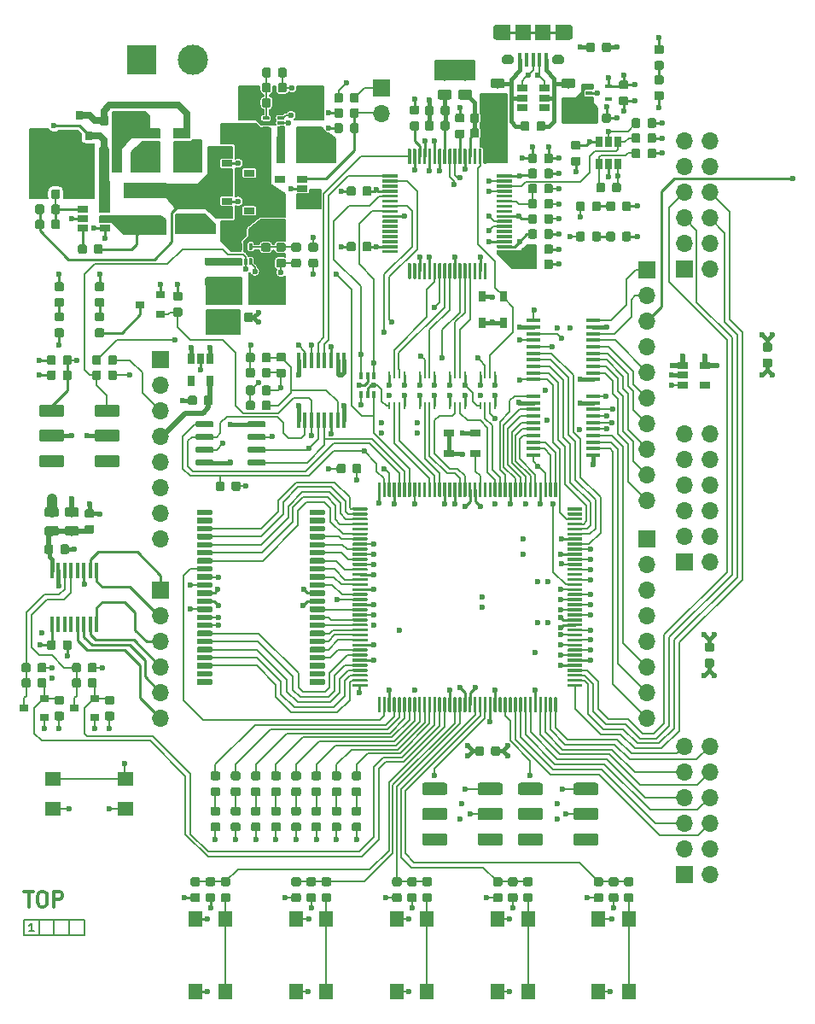
<source format=gtl>
G04 #@! TF.GenerationSoftware,KiCad,Pcbnew,5.1.0*
G04 #@! TF.CreationDate,2019-05-17T18:33:46+02:00*
G04 #@! TF.ProjectId,ice40_breakout,69636534-305f-4627-9265-616b6f75742e,rev?*
G04 #@! TF.SameCoordinates,Original*
G04 #@! TF.FileFunction,Copper,L1,Top*
G04 #@! TF.FilePolarity,Positive*
%FSLAX46Y46*%
G04 Gerber Fmt 4.6, Leading zero omitted, Abs format (unit mm)*
G04 Created by KiCad (PCBNEW 5.1.0) date 2019-05-17 18:33:46*
%MOMM*%
%LPD*%
G04 APERTURE LIST*
%ADD10C,0.200000*%
%ADD11C,0.300000*%
%ADD12C,0.150000*%
%ADD13R,1.060000X0.650000*%
%ADD14C,0.100000*%
%ADD15C,0.875000*%
%ADD16R,2.000000X0.800000*%
%ADD17R,0.800000X2.000000*%
%ADD18O,1.700000X1.700000*%
%ADD19R,1.700000X1.700000*%
%ADD20R,1.000000X0.800000*%
%ADD21R,0.800000X1.000000*%
%ADD22C,1.200000*%
%ADD23C,0.300000*%
%ADD24R,0.650000X1.060000*%
%ADD25C,0.600000*%
%ADD26C,0.550000*%
%ADD27R,1.400000X1.600000*%
%ADD28R,1.600000X1.400000*%
%ADD29R,1.500000X1.550000*%
%ADD30R,1.145000X1.550000*%
%ADD31C,0.900000*%
%ADD32C,0.950000*%
%ADD33R,0.400000X1.350000*%
%ADD34R,1.450000X0.450000*%
%ADD35R,0.650000X0.400000*%
%ADD36C,0.975000*%
%ADD37C,3.000000*%
%ADD38R,3.000000X3.000000*%
%ADD39R,4.200000X1.500000*%
%ADD40R,0.800000X0.900000*%
%ADD41R,0.450000X1.500000*%
%ADD42R,0.250000X0.750000*%
%ADD43R,0.900000X0.800000*%
%ADD44R,0.410000X1.600000*%
%ADD45R,0.400000X0.650000*%
%ADD46R,1.700000X1.000000*%
%ADD47R,0.700000X2.300000*%
%ADD48C,0.250000*%
%ADD49C,0.400000*%
%ADD50C,0.500000*%
%ADD51C,1.000000*%
%ADD52C,0.700000*%
%ADD53C,0.254000*%
G04 APERTURE END LIST*
D10*
X101500000Y-129500000D02*
X107500000Y-129500000D01*
X101500000Y-131000000D02*
X107500000Y-131000000D01*
X107500000Y-129500000D02*
X107500000Y-131000000D01*
X106000000Y-129500000D02*
X106000000Y-131000000D01*
X104500000Y-129500000D02*
X104500000Y-131000000D01*
X103000000Y-129500000D02*
X103000000Y-131000000D01*
X101500000Y-129500000D02*
X101500000Y-131000000D01*
D11*
X101535714Y-126678571D02*
X102392857Y-126678571D01*
X101964285Y-128178571D02*
X101964285Y-126678571D01*
X103178571Y-126678571D02*
X103464285Y-126678571D01*
X103607142Y-126750000D01*
X103750000Y-126892857D01*
X103821428Y-127178571D01*
X103821428Y-127678571D01*
X103750000Y-127964285D01*
X103607142Y-128107142D01*
X103464285Y-128178571D01*
X103178571Y-128178571D01*
X103035714Y-128107142D01*
X102892857Y-127964285D01*
X102821428Y-127678571D01*
X102821428Y-127178571D01*
X102892857Y-126892857D01*
X103035714Y-126750000D01*
X103178571Y-126678571D01*
X104464285Y-128178571D02*
X104464285Y-126678571D01*
X105035714Y-126678571D01*
X105178571Y-126750000D01*
X105250000Y-126821428D01*
X105321428Y-126964285D01*
X105321428Y-127178571D01*
X105250000Y-127321428D01*
X105178571Y-127392857D01*
X105035714Y-127464285D01*
X104464285Y-127464285D01*
D12*
X102478571Y-130611904D02*
X102021428Y-130611904D01*
X102250000Y-130611904D02*
X102250000Y-129811904D01*
X102173809Y-129926190D01*
X102097619Y-130002380D01*
X102021428Y-130040476D01*
D13*
X169100000Y-74550000D03*
X169100000Y-76450000D03*
X166900000Y-76450000D03*
X166900000Y-75500000D03*
X166900000Y-74550000D03*
D14*
G36*
X169777691Y-103601053D02*
G01*
X169798926Y-103604203D01*
X169819750Y-103609419D01*
X169839962Y-103616651D01*
X169859368Y-103625830D01*
X169877781Y-103636866D01*
X169895024Y-103649654D01*
X169910930Y-103664070D01*
X169925346Y-103679976D01*
X169938134Y-103697219D01*
X169949170Y-103715632D01*
X169958349Y-103735038D01*
X169965581Y-103755250D01*
X169970797Y-103776074D01*
X169973947Y-103797309D01*
X169975000Y-103818750D01*
X169975000Y-104256250D01*
X169973947Y-104277691D01*
X169970797Y-104298926D01*
X169965581Y-104319750D01*
X169958349Y-104339962D01*
X169949170Y-104359368D01*
X169938134Y-104377781D01*
X169925346Y-104395024D01*
X169910930Y-104410930D01*
X169895024Y-104425346D01*
X169877781Y-104438134D01*
X169859368Y-104449170D01*
X169839962Y-104458349D01*
X169819750Y-104465581D01*
X169798926Y-104470797D01*
X169777691Y-104473947D01*
X169756250Y-104475000D01*
X169243750Y-104475000D01*
X169222309Y-104473947D01*
X169201074Y-104470797D01*
X169180250Y-104465581D01*
X169160038Y-104458349D01*
X169140632Y-104449170D01*
X169122219Y-104438134D01*
X169104976Y-104425346D01*
X169089070Y-104410930D01*
X169074654Y-104395024D01*
X169061866Y-104377781D01*
X169050830Y-104359368D01*
X169041651Y-104339962D01*
X169034419Y-104319750D01*
X169029203Y-104298926D01*
X169026053Y-104277691D01*
X169025000Y-104256250D01*
X169025000Y-103818750D01*
X169026053Y-103797309D01*
X169029203Y-103776074D01*
X169034419Y-103755250D01*
X169041651Y-103735038D01*
X169050830Y-103715632D01*
X169061866Y-103697219D01*
X169074654Y-103679976D01*
X169089070Y-103664070D01*
X169104976Y-103649654D01*
X169122219Y-103636866D01*
X169140632Y-103625830D01*
X169160038Y-103616651D01*
X169180250Y-103609419D01*
X169201074Y-103604203D01*
X169222309Y-103601053D01*
X169243750Y-103600000D01*
X169756250Y-103600000D01*
X169777691Y-103601053D01*
X169777691Y-103601053D01*
G37*
D15*
X169500000Y-104037500D03*
D14*
G36*
X169777691Y-102026053D02*
G01*
X169798926Y-102029203D01*
X169819750Y-102034419D01*
X169839962Y-102041651D01*
X169859368Y-102050830D01*
X169877781Y-102061866D01*
X169895024Y-102074654D01*
X169910930Y-102089070D01*
X169925346Y-102104976D01*
X169938134Y-102122219D01*
X169949170Y-102140632D01*
X169958349Y-102160038D01*
X169965581Y-102180250D01*
X169970797Y-102201074D01*
X169973947Y-102222309D01*
X169975000Y-102243750D01*
X169975000Y-102681250D01*
X169973947Y-102702691D01*
X169970797Y-102723926D01*
X169965581Y-102744750D01*
X169958349Y-102764962D01*
X169949170Y-102784368D01*
X169938134Y-102802781D01*
X169925346Y-102820024D01*
X169910930Y-102835930D01*
X169895024Y-102850346D01*
X169877781Y-102863134D01*
X169859368Y-102874170D01*
X169839962Y-102883349D01*
X169819750Y-102890581D01*
X169798926Y-102895797D01*
X169777691Y-102898947D01*
X169756250Y-102900000D01*
X169243750Y-102900000D01*
X169222309Y-102898947D01*
X169201074Y-102895797D01*
X169180250Y-102890581D01*
X169160038Y-102883349D01*
X169140632Y-102874170D01*
X169122219Y-102863134D01*
X169104976Y-102850346D01*
X169089070Y-102835930D01*
X169074654Y-102820024D01*
X169061866Y-102802781D01*
X169050830Y-102784368D01*
X169041651Y-102764962D01*
X169034419Y-102744750D01*
X169029203Y-102723926D01*
X169026053Y-102702691D01*
X169025000Y-102681250D01*
X169025000Y-102243750D01*
X169026053Y-102222309D01*
X169029203Y-102201074D01*
X169034419Y-102180250D01*
X169041651Y-102160038D01*
X169050830Y-102140632D01*
X169061866Y-102122219D01*
X169074654Y-102104976D01*
X169089070Y-102089070D01*
X169104976Y-102074654D01*
X169122219Y-102061866D01*
X169140632Y-102050830D01*
X169160038Y-102041651D01*
X169180250Y-102034419D01*
X169201074Y-102029203D01*
X169222309Y-102026053D01*
X169243750Y-102025000D01*
X169756250Y-102025000D01*
X169777691Y-102026053D01*
X169777691Y-102026053D01*
G37*
D15*
X169500000Y-102462500D03*
D14*
G36*
X175527691Y-72276053D02*
G01*
X175548926Y-72279203D01*
X175569750Y-72284419D01*
X175589962Y-72291651D01*
X175609368Y-72300830D01*
X175627781Y-72311866D01*
X175645024Y-72324654D01*
X175660930Y-72339070D01*
X175675346Y-72354976D01*
X175688134Y-72372219D01*
X175699170Y-72390632D01*
X175708349Y-72410038D01*
X175715581Y-72430250D01*
X175720797Y-72451074D01*
X175723947Y-72472309D01*
X175725000Y-72493750D01*
X175725000Y-72931250D01*
X175723947Y-72952691D01*
X175720797Y-72973926D01*
X175715581Y-72994750D01*
X175708349Y-73014962D01*
X175699170Y-73034368D01*
X175688134Y-73052781D01*
X175675346Y-73070024D01*
X175660930Y-73085930D01*
X175645024Y-73100346D01*
X175627781Y-73113134D01*
X175609368Y-73124170D01*
X175589962Y-73133349D01*
X175569750Y-73140581D01*
X175548926Y-73145797D01*
X175527691Y-73148947D01*
X175506250Y-73150000D01*
X174993750Y-73150000D01*
X174972309Y-73148947D01*
X174951074Y-73145797D01*
X174930250Y-73140581D01*
X174910038Y-73133349D01*
X174890632Y-73124170D01*
X174872219Y-73113134D01*
X174854976Y-73100346D01*
X174839070Y-73085930D01*
X174824654Y-73070024D01*
X174811866Y-73052781D01*
X174800830Y-73034368D01*
X174791651Y-73014962D01*
X174784419Y-72994750D01*
X174779203Y-72973926D01*
X174776053Y-72952691D01*
X174775000Y-72931250D01*
X174775000Y-72493750D01*
X174776053Y-72472309D01*
X174779203Y-72451074D01*
X174784419Y-72430250D01*
X174791651Y-72410038D01*
X174800830Y-72390632D01*
X174811866Y-72372219D01*
X174824654Y-72354976D01*
X174839070Y-72339070D01*
X174854976Y-72324654D01*
X174872219Y-72311866D01*
X174890632Y-72300830D01*
X174910038Y-72291651D01*
X174930250Y-72284419D01*
X174951074Y-72279203D01*
X174972309Y-72276053D01*
X174993750Y-72275000D01*
X175506250Y-72275000D01*
X175527691Y-72276053D01*
X175527691Y-72276053D01*
G37*
D15*
X175250000Y-72712500D03*
D14*
G36*
X175527691Y-73851053D02*
G01*
X175548926Y-73854203D01*
X175569750Y-73859419D01*
X175589962Y-73866651D01*
X175609368Y-73875830D01*
X175627781Y-73886866D01*
X175645024Y-73899654D01*
X175660930Y-73914070D01*
X175675346Y-73929976D01*
X175688134Y-73947219D01*
X175699170Y-73965632D01*
X175708349Y-73985038D01*
X175715581Y-74005250D01*
X175720797Y-74026074D01*
X175723947Y-74047309D01*
X175725000Y-74068750D01*
X175725000Y-74506250D01*
X175723947Y-74527691D01*
X175720797Y-74548926D01*
X175715581Y-74569750D01*
X175708349Y-74589962D01*
X175699170Y-74609368D01*
X175688134Y-74627781D01*
X175675346Y-74645024D01*
X175660930Y-74660930D01*
X175645024Y-74675346D01*
X175627781Y-74688134D01*
X175609368Y-74699170D01*
X175589962Y-74708349D01*
X175569750Y-74715581D01*
X175548926Y-74720797D01*
X175527691Y-74723947D01*
X175506250Y-74725000D01*
X174993750Y-74725000D01*
X174972309Y-74723947D01*
X174951074Y-74720797D01*
X174930250Y-74715581D01*
X174910038Y-74708349D01*
X174890632Y-74699170D01*
X174872219Y-74688134D01*
X174854976Y-74675346D01*
X174839070Y-74660930D01*
X174824654Y-74645024D01*
X174811866Y-74627781D01*
X174800830Y-74609368D01*
X174791651Y-74589962D01*
X174784419Y-74569750D01*
X174779203Y-74548926D01*
X174776053Y-74527691D01*
X174775000Y-74506250D01*
X174775000Y-74068750D01*
X174776053Y-74047309D01*
X174779203Y-74026074D01*
X174784419Y-74005250D01*
X174791651Y-73985038D01*
X174800830Y-73965632D01*
X174811866Y-73947219D01*
X174824654Y-73929976D01*
X174839070Y-73914070D01*
X174854976Y-73899654D01*
X174872219Y-73886866D01*
X174890632Y-73875830D01*
X174910038Y-73866651D01*
X174930250Y-73859419D01*
X174951074Y-73854203D01*
X174972309Y-73851053D01*
X174993750Y-73850000D01*
X175506250Y-73850000D01*
X175527691Y-73851053D01*
X175527691Y-73851053D01*
G37*
D15*
X175250000Y-74287500D03*
D16*
X120500000Y-66250000D03*
X120500000Y-64250000D03*
D17*
X129000000Y-53500000D03*
X127000000Y-53500000D03*
D18*
X137000000Y-49540000D03*
D19*
X137000000Y-47000000D03*
D20*
X143700000Y-83300000D03*
X146300000Y-83300000D03*
X146300000Y-81200000D03*
X143700000Y-81200000D03*
D21*
X149050000Y-70300000D03*
X149050000Y-67700000D03*
X146950000Y-67700000D03*
X146950000Y-70300000D03*
D14*
G36*
X110783524Y-83401156D02*
G01*
X110806822Y-83404612D01*
X110829668Y-83410334D01*
X110851844Y-83418269D01*
X110873135Y-83428339D01*
X110893337Y-83440447D01*
X110912254Y-83454477D01*
X110929706Y-83470294D01*
X110945523Y-83487746D01*
X110959553Y-83506663D01*
X110971661Y-83526865D01*
X110981731Y-83548156D01*
X110989666Y-83570332D01*
X110995388Y-83593178D01*
X110998844Y-83616476D01*
X111000000Y-83640000D01*
X111000000Y-84360000D01*
X110998844Y-84383524D01*
X110995388Y-84406822D01*
X110989666Y-84429668D01*
X110981731Y-84451844D01*
X110971661Y-84473135D01*
X110959553Y-84493337D01*
X110945523Y-84512254D01*
X110929706Y-84529706D01*
X110912254Y-84545523D01*
X110893337Y-84559553D01*
X110873135Y-84571661D01*
X110851844Y-84581731D01*
X110829668Y-84589666D01*
X110806822Y-84595388D01*
X110783524Y-84598844D01*
X110760000Y-84600000D01*
X108740000Y-84600000D01*
X108716476Y-84598844D01*
X108693178Y-84595388D01*
X108670332Y-84589666D01*
X108648156Y-84581731D01*
X108626865Y-84571661D01*
X108606663Y-84559553D01*
X108587746Y-84545523D01*
X108570294Y-84529706D01*
X108554477Y-84512254D01*
X108540447Y-84493337D01*
X108528339Y-84473135D01*
X108518269Y-84451844D01*
X108510334Y-84429668D01*
X108504612Y-84406822D01*
X108501156Y-84383524D01*
X108500000Y-84360000D01*
X108500000Y-83640000D01*
X108501156Y-83616476D01*
X108504612Y-83593178D01*
X108510334Y-83570332D01*
X108518269Y-83548156D01*
X108528339Y-83526865D01*
X108540447Y-83506663D01*
X108554477Y-83487746D01*
X108570294Y-83470294D01*
X108587746Y-83454477D01*
X108606663Y-83440447D01*
X108626865Y-83428339D01*
X108648156Y-83418269D01*
X108670332Y-83410334D01*
X108693178Y-83404612D01*
X108716476Y-83401156D01*
X108740000Y-83400000D01*
X110760000Y-83400000D01*
X110783524Y-83401156D01*
X110783524Y-83401156D01*
G37*
D22*
X109750000Y-84000000D03*
D14*
G36*
X110783524Y-80901156D02*
G01*
X110806822Y-80904612D01*
X110829668Y-80910334D01*
X110851844Y-80918269D01*
X110873135Y-80928339D01*
X110893337Y-80940447D01*
X110912254Y-80954477D01*
X110929706Y-80970294D01*
X110945523Y-80987746D01*
X110959553Y-81006663D01*
X110971661Y-81026865D01*
X110981731Y-81048156D01*
X110989666Y-81070332D01*
X110995388Y-81093178D01*
X110998844Y-81116476D01*
X111000000Y-81140000D01*
X111000000Y-81860000D01*
X110998844Y-81883524D01*
X110995388Y-81906822D01*
X110989666Y-81929668D01*
X110981731Y-81951844D01*
X110971661Y-81973135D01*
X110959553Y-81993337D01*
X110945523Y-82012254D01*
X110929706Y-82029706D01*
X110912254Y-82045523D01*
X110893337Y-82059553D01*
X110873135Y-82071661D01*
X110851844Y-82081731D01*
X110829668Y-82089666D01*
X110806822Y-82095388D01*
X110783524Y-82098844D01*
X110760000Y-82100000D01*
X108740000Y-82100000D01*
X108716476Y-82098844D01*
X108693178Y-82095388D01*
X108670332Y-82089666D01*
X108648156Y-82081731D01*
X108626865Y-82071661D01*
X108606663Y-82059553D01*
X108587746Y-82045523D01*
X108570294Y-82029706D01*
X108554477Y-82012254D01*
X108540447Y-81993337D01*
X108528339Y-81973135D01*
X108518269Y-81951844D01*
X108510334Y-81929668D01*
X108504612Y-81906822D01*
X108501156Y-81883524D01*
X108500000Y-81860000D01*
X108500000Y-81140000D01*
X108501156Y-81116476D01*
X108504612Y-81093178D01*
X108510334Y-81070332D01*
X108518269Y-81048156D01*
X108528339Y-81026865D01*
X108540447Y-81006663D01*
X108554477Y-80987746D01*
X108570294Y-80970294D01*
X108587746Y-80954477D01*
X108606663Y-80940447D01*
X108626865Y-80928339D01*
X108648156Y-80918269D01*
X108670332Y-80910334D01*
X108693178Y-80904612D01*
X108716476Y-80901156D01*
X108740000Y-80900000D01*
X110760000Y-80900000D01*
X110783524Y-80901156D01*
X110783524Y-80901156D01*
G37*
D22*
X109750000Y-81500000D03*
D14*
G36*
X110783524Y-78401156D02*
G01*
X110806822Y-78404612D01*
X110829668Y-78410334D01*
X110851844Y-78418269D01*
X110873135Y-78428339D01*
X110893337Y-78440447D01*
X110912254Y-78454477D01*
X110929706Y-78470294D01*
X110945523Y-78487746D01*
X110959553Y-78506663D01*
X110971661Y-78526865D01*
X110981731Y-78548156D01*
X110989666Y-78570332D01*
X110995388Y-78593178D01*
X110998844Y-78616476D01*
X111000000Y-78640000D01*
X111000000Y-79360000D01*
X110998844Y-79383524D01*
X110995388Y-79406822D01*
X110989666Y-79429668D01*
X110981731Y-79451844D01*
X110971661Y-79473135D01*
X110959553Y-79493337D01*
X110945523Y-79512254D01*
X110929706Y-79529706D01*
X110912254Y-79545523D01*
X110893337Y-79559553D01*
X110873135Y-79571661D01*
X110851844Y-79581731D01*
X110829668Y-79589666D01*
X110806822Y-79595388D01*
X110783524Y-79598844D01*
X110760000Y-79600000D01*
X108740000Y-79600000D01*
X108716476Y-79598844D01*
X108693178Y-79595388D01*
X108670332Y-79589666D01*
X108648156Y-79581731D01*
X108626865Y-79571661D01*
X108606663Y-79559553D01*
X108587746Y-79545523D01*
X108570294Y-79529706D01*
X108554477Y-79512254D01*
X108540447Y-79493337D01*
X108528339Y-79473135D01*
X108518269Y-79451844D01*
X108510334Y-79429668D01*
X108504612Y-79406822D01*
X108501156Y-79383524D01*
X108500000Y-79360000D01*
X108500000Y-78640000D01*
X108501156Y-78616476D01*
X108504612Y-78593178D01*
X108510334Y-78570332D01*
X108518269Y-78548156D01*
X108528339Y-78526865D01*
X108540447Y-78506663D01*
X108554477Y-78487746D01*
X108570294Y-78470294D01*
X108587746Y-78454477D01*
X108606663Y-78440447D01*
X108626865Y-78428339D01*
X108648156Y-78418269D01*
X108670332Y-78410334D01*
X108693178Y-78404612D01*
X108716476Y-78401156D01*
X108740000Y-78400000D01*
X110760000Y-78400000D01*
X110783524Y-78401156D01*
X110783524Y-78401156D01*
G37*
D22*
X109750000Y-79000000D03*
D14*
G36*
X105283524Y-83401156D02*
G01*
X105306822Y-83404612D01*
X105329668Y-83410334D01*
X105351844Y-83418269D01*
X105373135Y-83428339D01*
X105393337Y-83440447D01*
X105412254Y-83454477D01*
X105429706Y-83470294D01*
X105445523Y-83487746D01*
X105459553Y-83506663D01*
X105471661Y-83526865D01*
X105481731Y-83548156D01*
X105489666Y-83570332D01*
X105495388Y-83593178D01*
X105498844Y-83616476D01*
X105500000Y-83640000D01*
X105500000Y-84360000D01*
X105498844Y-84383524D01*
X105495388Y-84406822D01*
X105489666Y-84429668D01*
X105481731Y-84451844D01*
X105471661Y-84473135D01*
X105459553Y-84493337D01*
X105445523Y-84512254D01*
X105429706Y-84529706D01*
X105412254Y-84545523D01*
X105393337Y-84559553D01*
X105373135Y-84571661D01*
X105351844Y-84581731D01*
X105329668Y-84589666D01*
X105306822Y-84595388D01*
X105283524Y-84598844D01*
X105260000Y-84600000D01*
X103240000Y-84600000D01*
X103216476Y-84598844D01*
X103193178Y-84595388D01*
X103170332Y-84589666D01*
X103148156Y-84581731D01*
X103126865Y-84571661D01*
X103106663Y-84559553D01*
X103087746Y-84545523D01*
X103070294Y-84529706D01*
X103054477Y-84512254D01*
X103040447Y-84493337D01*
X103028339Y-84473135D01*
X103018269Y-84451844D01*
X103010334Y-84429668D01*
X103004612Y-84406822D01*
X103001156Y-84383524D01*
X103000000Y-84360000D01*
X103000000Y-83640000D01*
X103001156Y-83616476D01*
X103004612Y-83593178D01*
X103010334Y-83570332D01*
X103018269Y-83548156D01*
X103028339Y-83526865D01*
X103040447Y-83506663D01*
X103054477Y-83487746D01*
X103070294Y-83470294D01*
X103087746Y-83454477D01*
X103106663Y-83440447D01*
X103126865Y-83428339D01*
X103148156Y-83418269D01*
X103170332Y-83410334D01*
X103193178Y-83404612D01*
X103216476Y-83401156D01*
X103240000Y-83400000D01*
X105260000Y-83400000D01*
X105283524Y-83401156D01*
X105283524Y-83401156D01*
G37*
D22*
X104250000Y-84000000D03*
D14*
G36*
X105283524Y-80901156D02*
G01*
X105306822Y-80904612D01*
X105329668Y-80910334D01*
X105351844Y-80918269D01*
X105373135Y-80928339D01*
X105393337Y-80940447D01*
X105412254Y-80954477D01*
X105429706Y-80970294D01*
X105445523Y-80987746D01*
X105459553Y-81006663D01*
X105471661Y-81026865D01*
X105481731Y-81048156D01*
X105489666Y-81070332D01*
X105495388Y-81093178D01*
X105498844Y-81116476D01*
X105500000Y-81140000D01*
X105500000Y-81860000D01*
X105498844Y-81883524D01*
X105495388Y-81906822D01*
X105489666Y-81929668D01*
X105481731Y-81951844D01*
X105471661Y-81973135D01*
X105459553Y-81993337D01*
X105445523Y-82012254D01*
X105429706Y-82029706D01*
X105412254Y-82045523D01*
X105393337Y-82059553D01*
X105373135Y-82071661D01*
X105351844Y-82081731D01*
X105329668Y-82089666D01*
X105306822Y-82095388D01*
X105283524Y-82098844D01*
X105260000Y-82100000D01*
X103240000Y-82100000D01*
X103216476Y-82098844D01*
X103193178Y-82095388D01*
X103170332Y-82089666D01*
X103148156Y-82081731D01*
X103126865Y-82071661D01*
X103106663Y-82059553D01*
X103087746Y-82045523D01*
X103070294Y-82029706D01*
X103054477Y-82012254D01*
X103040447Y-81993337D01*
X103028339Y-81973135D01*
X103018269Y-81951844D01*
X103010334Y-81929668D01*
X103004612Y-81906822D01*
X103001156Y-81883524D01*
X103000000Y-81860000D01*
X103000000Y-81140000D01*
X103001156Y-81116476D01*
X103004612Y-81093178D01*
X103010334Y-81070332D01*
X103018269Y-81048156D01*
X103028339Y-81026865D01*
X103040447Y-81006663D01*
X103054477Y-80987746D01*
X103070294Y-80970294D01*
X103087746Y-80954477D01*
X103106663Y-80940447D01*
X103126865Y-80928339D01*
X103148156Y-80918269D01*
X103170332Y-80910334D01*
X103193178Y-80904612D01*
X103216476Y-80901156D01*
X103240000Y-80900000D01*
X105260000Y-80900000D01*
X105283524Y-80901156D01*
X105283524Y-80901156D01*
G37*
D22*
X104250000Y-81500000D03*
D14*
G36*
X105283524Y-78401156D02*
G01*
X105306822Y-78404612D01*
X105329668Y-78410334D01*
X105351844Y-78418269D01*
X105373135Y-78428339D01*
X105393337Y-78440447D01*
X105412254Y-78454477D01*
X105429706Y-78470294D01*
X105445523Y-78487746D01*
X105459553Y-78506663D01*
X105471661Y-78526865D01*
X105481731Y-78548156D01*
X105489666Y-78570332D01*
X105495388Y-78593178D01*
X105498844Y-78616476D01*
X105500000Y-78640000D01*
X105500000Y-79360000D01*
X105498844Y-79383524D01*
X105495388Y-79406822D01*
X105489666Y-79429668D01*
X105481731Y-79451844D01*
X105471661Y-79473135D01*
X105459553Y-79493337D01*
X105445523Y-79512254D01*
X105429706Y-79529706D01*
X105412254Y-79545523D01*
X105393337Y-79559553D01*
X105373135Y-79571661D01*
X105351844Y-79581731D01*
X105329668Y-79589666D01*
X105306822Y-79595388D01*
X105283524Y-79598844D01*
X105260000Y-79600000D01*
X103240000Y-79600000D01*
X103216476Y-79598844D01*
X103193178Y-79595388D01*
X103170332Y-79589666D01*
X103148156Y-79581731D01*
X103126865Y-79571661D01*
X103106663Y-79559553D01*
X103087746Y-79545523D01*
X103070294Y-79529706D01*
X103054477Y-79512254D01*
X103040447Y-79493337D01*
X103028339Y-79473135D01*
X103018269Y-79451844D01*
X103010334Y-79429668D01*
X103004612Y-79406822D01*
X103001156Y-79383524D01*
X103000000Y-79360000D01*
X103000000Y-78640000D01*
X103001156Y-78616476D01*
X103004612Y-78593178D01*
X103010334Y-78570332D01*
X103018269Y-78548156D01*
X103028339Y-78526865D01*
X103040447Y-78506663D01*
X103054477Y-78487746D01*
X103070294Y-78470294D01*
X103087746Y-78454477D01*
X103106663Y-78440447D01*
X103126865Y-78428339D01*
X103148156Y-78418269D01*
X103170332Y-78410334D01*
X103193178Y-78404612D01*
X103216476Y-78401156D01*
X103240000Y-78400000D01*
X105260000Y-78400000D01*
X105283524Y-78401156D01*
X105283524Y-78401156D01*
G37*
D22*
X104250000Y-79000000D03*
D14*
G36*
X148783524Y-120901156D02*
G01*
X148806822Y-120904612D01*
X148829668Y-120910334D01*
X148851844Y-120918269D01*
X148873135Y-120928339D01*
X148893337Y-120940447D01*
X148912254Y-120954477D01*
X148929706Y-120970294D01*
X148945523Y-120987746D01*
X148959553Y-121006663D01*
X148971661Y-121026865D01*
X148981731Y-121048156D01*
X148989666Y-121070332D01*
X148995388Y-121093178D01*
X148998844Y-121116476D01*
X149000000Y-121140000D01*
X149000000Y-121860000D01*
X148998844Y-121883524D01*
X148995388Y-121906822D01*
X148989666Y-121929668D01*
X148981731Y-121951844D01*
X148971661Y-121973135D01*
X148959553Y-121993337D01*
X148945523Y-122012254D01*
X148929706Y-122029706D01*
X148912254Y-122045523D01*
X148893337Y-122059553D01*
X148873135Y-122071661D01*
X148851844Y-122081731D01*
X148829668Y-122089666D01*
X148806822Y-122095388D01*
X148783524Y-122098844D01*
X148760000Y-122100000D01*
X146740000Y-122100000D01*
X146716476Y-122098844D01*
X146693178Y-122095388D01*
X146670332Y-122089666D01*
X146648156Y-122081731D01*
X146626865Y-122071661D01*
X146606663Y-122059553D01*
X146587746Y-122045523D01*
X146570294Y-122029706D01*
X146554477Y-122012254D01*
X146540447Y-121993337D01*
X146528339Y-121973135D01*
X146518269Y-121951844D01*
X146510334Y-121929668D01*
X146504612Y-121906822D01*
X146501156Y-121883524D01*
X146500000Y-121860000D01*
X146500000Y-121140000D01*
X146501156Y-121116476D01*
X146504612Y-121093178D01*
X146510334Y-121070332D01*
X146518269Y-121048156D01*
X146528339Y-121026865D01*
X146540447Y-121006663D01*
X146554477Y-120987746D01*
X146570294Y-120970294D01*
X146587746Y-120954477D01*
X146606663Y-120940447D01*
X146626865Y-120928339D01*
X146648156Y-120918269D01*
X146670332Y-120910334D01*
X146693178Y-120904612D01*
X146716476Y-120901156D01*
X146740000Y-120900000D01*
X148760000Y-120900000D01*
X148783524Y-120901156D01*
X148783524Y-120901156D01*
G37*
D22*
X147750000Y-121500000D03*
D14*
G36*
X148783524Y-118401156D02*
G01*
X148806822Y-118404612D01*
X148829668Y-118410334D01*
X148851844Y-118418269D01*
X148873135Y-118428339D01*
X148893337Y-118440447D01*
X148912254Y-118454477D01*
X148929706Y-118470294D01*
X148945523Y-118487746D01*
X148959553Y-118506663D01*
X148971661Y-118526865D01*
X148981731Y-118548156D01*
X148989666Y-118570332D01*
X148995388Y-118593178D01*
X148998844Y-118616476D01*
X149000000Y-118640000D01*
X149000000Y-119360000D01*
X148998844Y-119383524D01*
X148995388Y-119406822D01*
X148989666Y-119429668D01*
X148981731Y-119451844D01*
X148971661Y-119473135D01*
X148959553Y-119493337D01*
X148945523Y-119512254D01*
X148929706Y-119529706D01*
X148912254Y-119545523D01*
X148893337Y-119559553D01*
X148873135Y-119571661D01*
X148851844Y-119581731D01*
X148829668Y-119589666D01*
X148806822Y-119595388D01*
X148783524Y-119598844D01*
X148760000Y-119600000D01*
X146740000Y-119600000D01*
X146716476Y-119598844D01*
X146693178Y-119595388D01*
X146670332Y-119589666D01*
X146648156Y-119581731D01*
X146626865Y-119571661D01*
X146606663Y-119559553D01*
X146587746Y-119545523D01*
X146570294Y-119529706D01*
X146554477Y-119512254D01*
X146540447Y-119493337D01*
X146528339Y-119473135D01*
X146518269Y-119451844D01*
X146510334Y-119429668D01*
X146504612Y-119406822D01*
X146501156Y-119383524D01*
X146500000Y-119360000D01*
X146500000Y-118640000D01*
X146501156Y-118616476D01*
X146504612Y-118593178D01*
X146510334Y-118570332D01*
X146518269Y-118548156D01*
X146528339Y-118526865D01*
X146540447Y-118506663D01*
X146554477Y-118487746D01*
X146570294Y-118470294D01*
X146587746Y-118454477D01*
X146606663Y-118440447D01*
X146626865Y-118428339D01*
X146648156Y-118418269D01*
X146670332Y-118410334D01*
X146693178Y-118404612D01*
X146716476Y-118401156D01*
X146740000Y-118400000D01*
X148760000Y-118400000D01*
X148783524Y-118401156D01*
X148783524Y-118401156D01*
G37*
D22*
X147750000Y-119000000D03*
D14*
G36*
X148783524Y-115901156D02*
G01*
X148806822Y-115904612D01*
X148829668Y-115910334D01*
X148851844Y-115918269D01*
X148873135Y-115928339D01*
X148893337Y-115940447D01*
X148912254Y-115954477D01*
X148929706Y-115970294D01*
X148945523Y-115987746D01*
X148959553Y-116006663D01*
X148971661Y-116026865D01*
X148981731Y-116048156D01*
X148989666Y-116070332D01*
X148995388Y-116093178D01*
X148998844Y-116116476D01*
X149000000Y-116140000D01*
X149000000Y-116860000D01*
X148998844Y-116883524D01*
X148995388Y-116906822D01*
X148989666Y-116929668D01*
X148981731Y-116951844D01*
X148971661Y-116973135D01*
X148959553Y-116993337D01*
X148945523Y-117012254D01*
X148929706Y-117029706D01*
X148912254Y-117045523D01*
X148893337Y-117059553D01*
X148873135Y-117071661D01*
X148851844Y-117081731D01*
X148829668Y-117089666D01*
X148806822Y-117095388D01*
X148783524Y-117098844D01*
X148760000Y-117100000D01*
X146740000Y-117100000D01*
X146716476Y-117098844D01*
X146693178Y-117095388D01*
X146670332Y-117089666D01*
X146648156Y-117081731D01*
X146626865Y-117071661D01*
X146606663Y-117059553D01*
X146587746Y-117045523D01*
X146570294Y-117029706D01*
X146554477Y-117012254D01*
X146540447Y-116993337D01*
X146528339Y-116973135D01*
X146518269Y-116951844D01*
X146510334Y-116929668D01*
X146504612Y-116906822D01*
X146501156Y-116883524D01*
X146500000Y-116860000D01*
X146500000Y-116140000D01*
X146501156Y-116116476D01*
X146504612Y-116093178D01*
X146510334Y-116070332D01*
X146518269Y-116048156D01*
X146528339Y-116026865D01*
X146540447Y-116006663D01*
X146554477Y-115987746D01*
X146570294Y-115970294D01*
X146587746Y-115954477D01*
X146606663Y-115940447D01*
X146626865Y-115928339D01*
X146648156Y-115918269D01*
X146670332Y-115910334D01*
X146693178Y-115904612D01*
X146716476Y-115901156D01*
X146740000Y-115900000D01*
X148760000Y-115900000D01*
X148783524Y-115901156D01*
X148783524Y-115901156D01*
G37*
D22*
X147750000Y-116500000D03*
D14*
G36*
X143283524Y-120901156D02*
G01*
X143306822Y-120904612D01*
X143329668Y-120910334D01*
X143351844Y-120918269D01*
X143373135Y-120928339D01*
X143393337Y-120940447D01*
X143412254Y-120954477D01*
X143429706Y-120970294D01*
X143445523Y-120987746D01*
X143459553Y-121006663D01*
X143471661Y-121026865D01*
X143481731Y-121048156D01*
X143489666Y-121070332D01*
X143495388Y-121093178D01*
X143498844Y-121116476D01*
X143500000Y-121140000D01*
X143500000Y-121860000D01*
X143498844Y-121883524D01*
X143495388Y-121906822D01*
X143489666Y-121929668D01*
X143481731Y-121951844D01*
X143471661Y-121973135D01*
X143459553Y-121993337D01*
X143445523Y-122012254D01*
X143429706Y-122029706D01*
X143412254Y-122045523D01*
X143393337Y-122059553D01*
X143373135Y-122071661D01*
X143351844Y-122081731D01*
X143329668Y-122089666D01*
X143306822Y-122095388D01*
X143283524Y-122098844D01*
X143260000Y-122100000D01*
X141240000Y-122100000D01*
X141216476Y-122098844D01*
X141193178Y-122095388D01*
X141170332Y-122089666D01*
X141148156Y-122081731D01*
X141126865Y-122071661D01*
X141106663Y-122059553D01*
X141087746Y-122045523D01*
X141070294Y-122029706D01*
X141054477Y-122012254D01*
X141040447Y-121993337D01*
X141028339Y-121973135D01*
X141018269Y-121951844D01*
X141010334Y-121929668D01*
X141004612Y-121906822D01*
X141001156Y-121883524D01*
X141000000Y-121860000D01*
X141000000Y-121140000D01*
X141001156Y-121116476D01*
X141004612Y-121093178D01*
X141010334Y-121070332D01*
X141018269Y-121048156D01*
X141028339Y-121026865D01*
X141040447Y-121006663D01*
X141054477Y-120987746D01*
X141070294Y-120970294D01*
X141087746Y-120954477D01*
X141106663Y-120940447D01*
X141126865Y-120928339D01*
X141148156Y-120918269D01*
X141170332Y-120910334D01*
X141193178Y-120904612D01*
X141216476Y-120901156D01*
X141240000Y-120900000D01*
X143260000Y-120900000D01*
X143283524Y-120901156D01*
X143283524Y-120901156D01*
G37*
D22*
X142250000Y-121500000D03*
D14*
G36*
X143283524Y-118401156D02*
G01*
X143306822Y-118404612D01*
X143329668Y-118410334D01*
X143351844Y-118418269D01*
X143373135Y-118428339D01*
X143393337Y-118440447D01*
X143412254Y-118454477D01*
X143429706Y-118470294D01*
X143445523Y-118487746D01*
X143459553Y-118506663D01*
X143471661Y-118526865D01*
X143481731Y-118548156D01*
X143489666Y-118570332D01*
X143495388Y-118593178D01*
X143498844Y-118616476D01*
X143500000Y-118640000D01*
X143500000Y-119360000D01*
X143498844Y-119383524D01*
X143495388Y-119406822D01*
X143489666Y-119429668D01*
X143481731Y-119451844D01*
X143471661Y-119473135D01*
X143459553Y-119493337D01*
X143445523Y-119512254D01*
X143429706Y-119529706D01*
X143412254Y-119545523D01*
X143393337Y-119559553D01*
X143373135Y-119571661D01*
X143351844Y-119581731D01*
X143329668Y-119589666D01*
X143306822Y-119595388D01*
X143283524Y-119598844D01*
X143260000Y-119600000D01*
X141240000Y-119600000D01*
X141216476Y-119598844D01*
X141193178Y-119595388D01*
X141170332Y-119589666D01*
X141148156Y-119581731D01*
X141126865Y-119571661D01*
X141106663Y-119559553D01*
X141087746Y-119545523D01*
X141070294Y-119529706D01*
X141054477Y-119512254D01*
X141040447Y-119493337D01*
X141028339Y-119473135D01*
X141018269Y-119451844D01*
X141010334Y-119429668D01*
X141004612Y-119406822D01*
X141001156Y-119383524D01*
X141000000Y-119360000D01*
X141000000Y-118640000D01*
X141001156Y-118616476D01*
X141004612Y-118593178D01*
X141010334Y-118570332D01*
X141018269Y-118548156D01*
X141028339Y-118526865D01*
X141040447Y-118506663D01*
X141054477Y-118487746D01*
X141070294Y-118470294D01*
X141087746Y-118454477D01*
X141106663Y-118440447D01*
X141126865Y-118428339D01*
X141148156Y-118418269D01*
X141170332Y-118410334D01*
X141193178Y-118404612D01*
X141216476Y-118401156D01*
X141240000Y-118400000D01*
X143260000Y-118400000D01*
X143283524Y-118401156D01*
X143283524Y-118401156D01*
G37*
D22*
X142250000Y-119000000D03*
D14*
G36*
X143283524Y-115901156D02*
G01*
X143306822Y-115904612D01*
X143329668Y-115910334D01*
X143351844Y-115918269D01*
X143373135Y-115928339D01*
X143393337Y-115940447D01*
X143412254Y-115954477D01*
X143429706Y-115970294D01*
X143445523Y-115987746D01*
X143459553Y-116006663D01*
X143471661Y-116026865D01*
X143481731Y-116048156D01*
X143489666Y-116070332D01*
X143495388Y-116093178D01*
X143498844Y-116116476D01*
X143500000Y-116140000D01*
X143500000Y-116860000D01*
X143498844Y-116883524D01*
X143495388Y-116906822D01*
X143489666Y-116929668D01*
X143481731Y-116951844D01*
X143471661Y-116973135D01*
X143459553Y-116993337D01*
X143445523Y-117012254D01*
X143429706Y-117029706D01*
X143412254Y-117045523D01*
X143393337Y-117059553D01*
X143373135Y-117071661D01*
X143351844Y-117081731D01*
X143329668Y-117089666D01*
X143306822Y-117095388D01*
X143283524Y-117098844D01*
X143260000Y-117100000D01*
X141240000Y-117100000D01*
X141216476Y-117098844D01*
X141193178Y-117095388D01*
X141170332Y-117089666D01*
X141148156Y-117081731D01*
X141126865Y-117071661D01*
X141106663Y-117059553D01*
X141087746Y-117045523D01*
X141070294Y-117029706D01*
X141054477Y-117012254D01*
X141040447Y-116993337D01*
X141028339Y-116973135D01*
X141018269Y-116951844D01*
X141010334Y-116929668D01*
X141004612Y-116906822D01*
X141001156Y-116883524D01*
X141000000Y-116860000D01*
X141000000Y-116140000D01*
X141001156Y-116116476D01*
X141004612Y-116093178D01*
X141010334Y-116070332D01*
X141018269Y-116048156D01*
X141028339Y-116026865D01*
X141040447Y-116006663D01*
X141054477Y-115987746D01*
X141070294Y-115970294D01*
X141087746Y-115954477D01*
X141106663Y-115940447D01*
X141126865Y-115928339D01*
X141148156Y-115918269D01*
X141170332Y-115910334D01*
X141193178Y-115904612D01*
X141216476Y-115901156D01*
X141240000Y-115900000D01*
X143260000Y-115900000D01*
X143283524Y-115901156D01*
X143283524Y-115901156D01*
G37*
D22*
X142250000Y-116500000D03*
D14*
G36*
X158283524Y-120901156D02*
G01*
X158306822Y-120904612D01*
X158329668Y-120910334D01*
X158351844Y-120918269D01*
X158373135Y-120928339D01*
X158393337Y-120940447D01*
X158412254Y-120954477D01*
X158429706Y-120970294D01*
X158445523Y-120987746D01*
X158459553Y-121006663D01*
X158471661Y-121026865D01*
X158481731Y-121048156D01*
X158489666Y-121070332D01*
X158495388Y-121093178D01*
X158498844Y-121116476D01*
X158500000Y-121140000D01*
X158500000Y-121860000D01*
X158498844Y-121883524D01*
X158495388Y-121906822D01*
X158489666Y-121929668D01*
X158481731Y-121951844D01*
X158471661Y-121973135D01*
X158459553Y-121993337D01*
X158445523Y-122012254D01*
X158429706Y-122029706D01*
X158412254Y-122045523D01*
X158393337Y-122059553D01*
X158373135Y-122071661D01*
X158351844Y-122081731D01*
X158329668Y-122089666D01*
X158306822Y-122095388D01*
X158283524Y-122098844D01*
X158260000Y-122100000D01*
X156240000Y-122100000D01*
X156216476Y-122098844D01*
X156193178Y-122095388D01*
X156170332Y-122089666D01*
X156148156Y-122081731D01*
X156126865Y-122071661D01*
X156106663Y-122059553D01*
X156087746Y-122045523D01*
X156070294Y-122029706D01*
X156054477Y-122012254D01*
X156040447Y-121993337D01*
X156028339Y-121973135D01*
X156018269Y-121951844D01*
X156010334Y-121929668D01*
X156004612Y-121906822D01*
X156001156Y-121883524D01*
X156000000Y-121860000D01*
X156000000Y-121140000D01*
X156001156Y-121116476D01*
X156004612Y-121093178D01*
X156010334Y-121070332D01*
X156018269Y-121048156D01*
X156028339Y-121026865D01*
X156040447Y-121006663D01*
X156054477Y-120987746D01*
X156070294Y-120970294D01*
X156087746Y-120954477D01*
X156106663Y-120940447D01*
X156126865Y-120928339D01*
X156148156Y-120918269D01*
X156170332Y-120910334D01*
X156193178Y-120904612D01*
X156216476Y-120901156D01*
X156240000Y-120900000D01*
X158260000Y-120900000D01*
X158283524Y-120901156D01*
X158283524Y-120901156D01*
G37*
D22*
X157250000Y-121500000D03*
D14*
G36*
X158283524Y-118401156D02*
G01*
X158306822Y-118404612D01*
X158329668Y-118410334D01*
X158351844Y-118418269D01*
X158373135Y-118428339D01*
X158393337Y-118440447D01*
X158412254Y-118454477D01*
X158429706Y-118470294D01*
X158445523Y-118487746D01*
X158459553Y-118506663D01*
X158471661Y-118526865D01*
X158481731Y-118548156D01*
X158489666Y-118570332D01*
X158495388Y-118593178D01*
X158498844Y-118616476D01*
X158500000Y-118640000D01*
X158500000Y-119360000D01*
X158498844Y-119383524D01*
X158495388Y-119406822D01*
X158489666Y-119429668D01*
X158481731Y-119451844D01*
X158471661Y-119473135D01*
X158459553Y-119493337D01*
X158445523Y-119512254D01*
X158429706Y-119529706D01*
X158412254Y-119545523D01*
X158393337Y-119559553D01*
X158373135Y-119571661D01*
X158351844Y-119581731D01*
X158329668Y-119589666D01*
X158306822Y-119595388D01*
X158283524Y-119598844D01*
X158260000Y-119600000D01*
X156240000Y-119600000D01*
X156216476Y-119598844D01*
X156193178Y-119595388D01*
X156170332Y-119589666D01*
X156148156Y-119581731D01*
X156126865Y-119571661D01*
X156106663Y-119559553D01*
X156087746Y-119545523D01*
X156070294Y-119529706D01*
X156054477Y-119512254D01*
X156040447Y-119493337D01*
X156028339Y-119473135D01*
X156018269Y-119451844D01*
X156010334Y-119429668D01*
X156004612Y-119406822D01*
X156001156Y-119383524D01*
X156000000Y-119360000D01*
X156000000Y-118640000D01*
X156001156Y-118616476D01*
X156004612Y-118593178D01*
X156010334Y-118570332D01*
X156018269Y-118548156D01*
X156028339Y-118526865D01*
X156040447Y-118506663D01*
X156054477Y-118487746D01*
X156070294Y-118470294D01*
X156087746Y-118454477D01*
X156106663Y-118440447D01*
X156126865Y-118428339D01*
X156148156Y-118418269D01*
X156170332Y-118410334D01*
X156193178Y-118404612D01*
X156216476Y-118401156D01*
X156240000Y-118400000D01*
X158260000Y-118400000D01*
X158283524Y-118401156D01*
X158283524Y-118401156D01*
G37*
D22*
X157250000Y-119000000D03*
D14*
G36*
X158283524Y-115901156D02*
G01*
X158306822Y-115904612D01*
X158329668Y-115910334D01*
X158351844Y-115918269D01*
X158373135Y-115928339D01*
X158393337Y-115940447D01*
X158412254Y-115954477D01*
X158429706Y-115970294D01*
X158445523Y-115987746D01*
X158459553Y-116006663D01*
X158471661Y-116026865D01*
X158481731Y-116048156D01*
X158489666Y-116070332D01*
X158495388Y-116093178D01*
X158498844Y-116116476D01*
X158500000Y-116140000D01*
X158500000Y-116860000D01*
X158498844Y-116883524D01*
X158495388Y-116906822D01*
X158489666Y-116929668D01*
X158481731Y-116951844D01*
X158471661Y-116973135D01*
X158459553Y-116993337D01*
X158445523Y-117012254D01*
X158429706Y-117029706D01*
X158412254Y-117045523D01*
X158393337Y-117059553D01*
X158373135Y-117071661D01*
X158351844Y-117081731D01*
X158329668Y-117089666D01*
X158306822Y-117095388D01*
X158283524Y-117098844D01*
X158260000Y-117100000D01*
X156240000Y-117100000D01*
X156216476Y-117098844D01*
X156193178Y-117095388D01*
X156170332Y-117089666D01*
X156148156Y-117081731D01*
X156126865Y-117071661D01*
X156106663Y-117059553D01*
X156087746Y-117045523D01*
X156070294Y-117029706D01*
X156054477Y-117012254D01*
X156040447Y-116993337D01*
X156028339Y-116973135D01*
X156018269Y-116951844D01*
X156010334Y-116929668D01*
X156004612Y-116906822D01*
X156001156Y-116883524D01*
X156000000Y-116860000D01*
X156000000Y-116140000D01*
X156001156Y-116116476D01*
X156004612Y-116093178D01*
X156010334Y-116070332D01*
X156018269Y-116048156D01*
X156028339Y-116026865D01*
X156040447Y-116006663D01*
X156054477Y-115987746D01*
X156070294Y-115970294D01*
X156087746Y-115954477D01*
X156106663Y-115940447D01*
X156126865Y-115928339D01*
X156148156Y-115918269D01*
X156170332Y-115910334D01*
X156193178Y-115904612D01*
X156216476Y-115901156D01*
X156240000Y-115900000D01*
X158260000Y-115900000D01*
X158283524Y-115901156D01*
X158283524Y-115901156D01*
G37*
D22*
X157250000Y-116500000D03*
D14*
G36*
X152783524Y-120901156D02*
G01*
X152806822Y-120904612D01*
X152829668Y-120910334D01*
X152851844Y-120918269D01*
X152873135Y-120928339D01*
X152893337Y-120940447D01*
X152912254Y-120954477D01*
X152929706Y-120970294D01*
X152945523Y-120987746D01*
X152959553Y-121006663D01*
X152971661Y-121026865D01*
X152981731Y-121048156D01*
X152989666Y-121070332D01*
X152995388Y-121093178D01*
X152998844Y-121116476D01*
X153000000Y-121140000D01*
X153000000Y-121860000D01*
X152998844Y-121883524D01*
X152995388Y-121906822D01*
X152989666Y-121929668D01*
X152981731Y-121951844D01*
X152971661Y-121973135D01*
X152959553Y-121993337D01*
X152945523Y-122012254D01*
X152929706Y-122029706D01*
X152912254Y-122045523D01*
X152893337Y-122059553D01*
X152873135Y-122071661D01*
X152851844Y-122081731D01*
X152829668Y-122089666D01*
X152806822Y-122095388D01*
X152783524Y-122098844D01*
X152760000Y-122100000D01*
X150740000Y-122100000D01*
X150716476Y-122098844D01*
X150693178Y-122095388D01*
X150670332Y-122089666D01*
X150648156Y-122081731D01*
X150626865Y-122071661D01*
X150606663Y-122059553D01*
X150587746Y-122045523D01*
X150570294Y-122029706D01*
X150554477Y-122012254D01*
X150540447Y-121993337D01*
X150528339Y-121973135D01*
X150518269Y-121951844D01*
X150510334Y-121929668D01*
X150504612Y-121906822D01*
X150501156Y-121883524D01*
X150500000Y-121860000D01*
X150500000Y-121140000D01*
X150501156Y-121116476D01*
X150504612Y-121093178D01*
X150510334Y-121070332D01*
X150518269Y-121048156D01*
X150528339Y-121026865D01*
X150540447Y-121006663D01*
X150554477Y-120987746D01*
X150570294Y-120970294D01*
X150587746Y-120954477D01*
X150606663Y-120940447D01*
X150626865Y-120928339D01*
X150648156Y-120918269D01*
X150670332Y-120910334D01*
X150693178Y-120904612D01*
X150716476Y-120901156D01*
X150740000Y-120900000D01*
X152760000Y-120900000D01*
X152783524Y-120901156D01*
X152783524Y-120901156D01*
G37*
D22*
X151750000Y-121500000D03*
D14*
G36*
X152783524Y-118401156D02*
G01*
X152806822Y-118404612D01*
X152829668Y-118410334D01*
X152851844Y-118418269D01*
X152873135Y-118428339D01*
X152893337Y-118440447D01*
X152912254Y-118454477D01*
X152929706Y-118470294D01*
X152945523Y-118487746D01*
X152959553Y-118506663D01*
X152971661Y-118526865D01*
X152981731Y-118548156D01*
X152989666Y-118570332D01*
X152995388Y-118593178D01*
X152998844Y-118616476D01*
X153000000Y-118640000D01*
X153000000Y-119360000D01*
X152998844Y-119383524D01*
X152995388Y-119406822D01*
X152989666Y-119429668D01*
X152981731Y-119451844D01*
X152971661Y-119473135D01*
X152959553Y-119493337D01*
X152945523Y-119512254D01*
X152929706Y-119529706D01*
X152912254Y-119545523D01*
X152893337Y-119559553D01*
X152873135Y-119571661D01*
X152851844Y-119581731D01*
X152829668Y-119589666D01*
X152806822Y-119595388D01*
X152783524Y-119598844D01*
X152760000Y-119600000D01*
X150740000Y-119600000D01*
X150716476Y-119598844D01*
X150693178Y-119595388D01*
X150670332Y-119589666D01*
X150648156Y-119581731D01*
X150626865Y-119571661D01*
X150606663Y-119559553D01*
X150587746Y-119545523D01*
X150570294Y-119529706D01*
X150554477Y-119512254D01*
X150540447Y-119493337D01*
X150528339Y-119473135D01*
X150518269Y-119451844D01*
X150510334Y-119429668D01*
X150504612Y-119406822D01*
X150501156Y-119383524D01*
X150500000Y-119360000D01*
X150500000Y-118640000D01*
X150501156Y-118616476D01*
X150504612Y-118593178D01*
X150510334Y-118570332D01*
X150518269Y-118548156D01*
X150528339Y-118526865D01*
X150540447Y-118506663D01*
X150554477Y-118487746D01*
X150570294Y-118470294D01*
X150587746Y-118454477D01*
X150606663Y-118440447D01*
X150626865Y-118428339D01*
X150648156Y-118418269D01*
X150670332Y-118410334D01*
X150693178Y-118404612D01*
X150716476Y-118401156D01*
X150740000Y-118400000D01*
X152760000Y-118400000D01*
X152783524Y-118401156D01*
X152783524Y-118401156D01*
G37*
D22*
X151750000Y-119000000D03*
D14*
G36*
X152783524Y-115901156D02*
G01*
X152806822Y-115904612D01*
X152829668Y-115910334D01*
X152851844Y-115918269D01*
X152873135Y-115928339D01*
X152893337Y-115940447D01*
X152912254Y-115954477D01*
X152929706Y-115970294D01*
X152945523Y-115987746D01*
X152959553Y-116006663D01*
X152971661Y-116026865D01*
X152981731Y-116048156D01*
X152989666Y-116070332D01*
X152995388Y-116093178D01*
X152998844Y-116116476D01*
X153000000Y-116140000D01*
X153000000Y-116860000D01*
X152998844Y-116883524D01*
X152995388Y-116906822D01*
X152989666Y-116929668D01*
X152981731Y-116951844D01*
X152971661Y-116973135D01*
X152959553Y-116993337D01*
X152945523Y-117012254D01*
X152929706Y-117029706D01*
X152912254Y-117045523D01*
X152893337Y-117059553D01*
X152873135Y-117071661D01*
X152851844Y-117081731D01*
X152829668Y-117089666D01*
X152806822Y-117095388D01*
X152783524Y-117098844D01*
X152760000Y-117100000D01*
X150740000Y-117100000D01*
X150716476Y-117098844D01*
X150693178Y-117095388D01*
X150670332Y-117089666D01*
X150648156Y-117081731D01*
X150626865Y-117071661D01*
X150606663Y-117059553D01*
X150587746Y-117045523D01*
X150570294Y-117029706D01*
X150554477Y-117012254D01*
X150540447Y-116993337D01*
X150528339Y-116973135D01*
X150518269Y-116951844D01*
X150510334Y-116929668D01*
X150504612Y-116906822D01*
X150501156Y-116883524D01*
X150500000Y-116860000D01*
X150500000Y-116140000D01*
X150501156Y-116116476D01*
X150504612Y-116093178D01*
X150510334Y-116070332D01*
X150518269Y-116048156D01*
X150528339Y-116026865D01*
X150540447Y-116006663D01*
X150554477Y-115987746D01*
X150570294Y-115970294D01*
X150587746Y-115954477D01*
X150606663Y-115940447D01*
X150626865Y-115928339D01*
X150648156Y-115918269D01*
X150670332Y-115910334D01*
X150693178Y-115904612D01*
X150716476Y-115901156D01*
X150740000Y-115900000D01*
X152760000Y-115900000D01*
X152783524Y-115901156D01*
X152783524Y-115901156D01*
G37*
D22*
X151750000Y-116500000D03*
D14*
G36*
X154332351Y-107425361D02*
G01*
X154339632Y-107426441D01*
X154346771Y-107428229D01*
X154353701Y-107430709D01*
X154360355Y-107433856D01*
X154366668Y-107437640D01*
X154372579Y-107442024D01*
X154378033Y-107446967D01*
X154382976Y-107452421D01*
X154387360Y-107458332D01*
X154391144Y-107464645D01*
X154394291Y-107471299D01*
X154396771Y-107478229D01*
X154398559Y-107485368D01*
X154399639Y-107492649D01*
X154400000Y-107500000D01*
X154400000Y-108825000D01*
X154399639Y-108832351D01*
X154398559Y-108839632D01*
X154396771Y-108846771D01*
X154394291Y-108853701D01*
X154391144Y-108860355D01*
X154387360Y-108866668D01*
X154382976Y-108872579D01*
X154378033Y-108878033D01*
X154372579Y-108882976D01*
X154366668Y-108887360D01*
X154360355Y-108891144D01*
X154353701Y-108894291D01*
X154346771Y-108896771D01*
X154339632Y-108898559D01*
X154332351Y-108899639D01*
X154325000Y-108900000D01*
X154175000Y-108900000D01*
X154167649Y-108899639D01*
X154160368Y-108898559D01*
X154153229Y-108896771D01*
X154146299Y-108894291D01*
X154139645Y-108891144D01*
X154133332Y-108887360D01*
X154127421Y-108882976D01*
X154121967Y-108878033D01*
X154117024Y-108872579D01*
X154112640Y-108866668D01*
X154108856Y-108860355D01*
X154105709Y-108853701D01*
X154103229Y-108846771D01*
X154101441Y-108839632D01*
X154100361Y-108832351D01*
X154100000Y-108825000D01*
X154100000Y-107500000D01*
X154100361Y-107492649D01*
X154101441Y-107485368D01*
X154103229Y-107478229D01*
X154105709Y-107471299D01*
X154108856Y-107464645D01*
X154112640Y-107458332D01*
X154117024Y-107452421D01*
X154121967Y-107446967D01*
X154127421Y-107442024D01*
X154133332Y-107437640D01*
X154139645Y-107433856D01*
X154146299Y-107430709D01*
X154153229Y-107428229D01*
X154160368Y-107426441D01*
X154167649Y-107425361D01*
X154175000Y-107425000D01*
X154325000Y-107425000D01*
X154332351Y-107425361D01*
X154332351Y-107425361D01*
G37*
D23*
X154250000Y-108162500D03*
D14*
G36*
X153832351Y-107425361D02*
G01*
X153839632Y-107426441D01*
X153846771Y-107428229D01*
X153853701Y-107430709D01*
X153860355Y-107433856D01*
X153866668Y-107437640D01*
X153872579Y-107442024D01*
X153878033Y-107446967D01*
X153882976Y-107452421D01*
X153887360Y-107458332D01*
X153891144Y-107464645D01*
X153894291Y-107471299D01*
X153896771Y-107478229D01*
X153898559Y-107485368D01*
X153899639Y-107492649D01*
X153900000Y-107500000D01*
X153900000Y-108825000D01*
X153899639Y-108832351D01*
X153898559Y-108839632D01*
X153896771Y-108846771D01*
X153894291Y-108853701D01*
X153891144Y-108860355D01*
X153887360Y-108866668D01*
X153882976Y-108872579D01*
X153878033Y-108878033D01*
X153872579Y-108882976D01*
X153866668Y-108887360D01*
X153860355Y-108891144D01*
X153853701Y-108894291D01*
X153846771Y-108896771D01*
X153839632Y-108898559D01*
X153832351Y-108899639D01*
X153825000Y-108900000D01*
X153675000Y-108900000D01*
X153667649Y-108899639D01*
X153660368Y-108898559D01*
X153653229Y-108896771D01*
X153646299Y-108894291D01*
X153639645Y-108891144D01*
X153633332Y-108887360D01*
X153627421Y-108882976D01*
X153621967Y-108878033D01*
X153617024Y-108872579D01*
X153612640Y-108866668D01*
X153608856Y-108860355D01*
X153605709Y-108853701D01*
X153603229Y-108846771D01*
X153601441Y-108839632D01*
X153600361Y-108832351D01*
X153600000Y-108825000D01*
X153600000Y-107500000D01*
X153600361Y-107492649D01*
X153601441Y-107485368D01*
X153603229Y-107478229D01*
X153605709Y-107471299D01*
X153608856Y-107464645D01*
X153612640Y-107458332D01*
X153617024Y-107452421D01*
X153621967Y-107446967D01*
X153627421Y-107442024D01*
X153633332Y-107437640D01*
X153639645Y-107433856D01*
X153646299Y-107430709D01*
X153653229Y-107428229D01*
X153660368Y-107426441D01*
X153667649Y-107425361D01*
X153675000Y-107425000D01*
X153825000Y-107425000D01*
X153832351Y-107425361D01*
X153832351Y-107425361D01*
G37*
D23*
X153750000Y-108162500D03*
D14*
G36*
X153332351Y-107425361D02*
G01*
X153339632Y-107426441D01*
X153346771Y-107428229D01*
X153353701Y-107430709D01*
X153360355Y-107433856D01*
X153366668Y-107437640D01*
X153372579Y-107442024D01*
X153378033Y-107446967D01*
X153382976Y-107452421D01*
X153387360Y-107458332D01*
X153391144Y-107464645D01*
X153394291Y-107471299D01*
X153396771Y-107478229D01*
X153398559Y-107485368D01*
X153399639Y-107492649D01*
X153400000Y-107500000D01*
X153400000Y-108825000D01*
X153399639Y-108832351D01*
X153398559Y-108839632D01*
X153396771Y-108846771D01*
X153394291Y-108853701D01*
X153391144Y-108860355D01*
X153387360Y-108866668D01*
X153382976Y-108872579D01*
X153378033Y-108878033D01*
X153372579Y-108882976D01*
X153366668Y-108887360D01*
X153360355Y-108891144D01*
X153353701Y-108894291D01*
X153346771Y-108896771D01*
X153339632Y-108898559D01*
X153332351Y-108899639D01*
X153325000Y-108900000D01*
X153175000Y-108900000D01*
X153167649Y-108899639D01*
X153160368Y-108898559D01*
X153153229Y-108896771D01*
X153146299Y-108894291D01*
X153139645Y-108891144D01*
X153133332Y-108887360D01*
X153127421Y-108882976D01*
X153121967Y-108878033D01*
X153117024Y-108872579D01*
X153112640Y-108866668D01*
X153108856Y-108860355D01*
X153105709Y-108853701D01*
X153103229Y-108846771D01*
X153101441Y-108839632D01*
X153100361Y-108832351D01*
X153100000Y-108825000D01*
X153100000Y-107500000D01*
X153100361Y-107492649D01*
X153101441Y-107485368D01*
X153103229Y-107478229D01*
X153105709Y-107471299D01*
X153108856Y-107464645D01*
X153112640Y-107458332D01*
X153117024Y-107452421D01*
X153121967Y-107446967D01*
X153127421Y-107442024D01*
X153133332Y-107437640D01*
X153139645Y-107433856D01*
X153146299Y-107430709D01*
X153153229Y-107428229D01*
X153160368Y-107426441D01*
X153167649Y-107425361D01*
X153175000Y-107425000D01*
X153325000Y-107425000D01*
X153332351Y-107425361D01*
X153332351Y-107425361D01*
G37*
D23*
X153250000Y-108162500D03*
D14*
G36*
X152832351Y-107425361D02*
G01*
X152839632Y-107426441D01*
X152846771Y-107428229D01*
X152853701Y-107430709D01*
X152860355Y-107433856D01*
X152866668Y-107437640D01*
X152872579Y-107442024D01*
X152878033Y-107446967D01*
X152882976Y-107452421D01*
X152887360Y-107458332D01*
X152891144Y-107464645D01*
X152894291Y-107471299D01*
X152896771Y-107478229D01*
X152898559Y-107485368D01*
X152899639Y-107492649D01*
X152900000Y-107500000D01*
X152900000Y-108825000D01*
X152899639Y-108832351D01*
X152898559Y-108839632D01*
X152896771Y-108846771D01*
X152894291Y-108853701D01*
X152891144Y-108860355D01*
X152887360Y-108866668D01*
X152882976Y-108872579D01*
X152878033Y-108878033D01*
X152872579Y-108882976D01*
X152866668Y-108887360D01*
X152860355Y-108891144D01*
X152853701Y-108894291D01*
X152846771Y-108896771D01*
X152839632Y-108898559D01*
X152832351Y-108899639D01*
X152825000Y-108900000D01*
X152675000Y-108900000D01*
X152667649Y-108899639D01*
X152660368Y-108898559D01*
X152653229Y-108896771D01*
X152646299Y-108894291D01*
X152639645Y-108891144D01*
X152633332Y-108887360D01*
X152627421Y-108882976D01*
X152621967Y-108878033D01*
X152617024Y-108872579D01*
X152612640Y-108866668D01*
X152608856Y-108860355D01*
X152605709Y-108853701D01*
X152603229Y-108846771D01*
X152601441Y-108839632D01*
X152600361Y-108832351D01*
X152600000Y-108825000D01*
X152600000Y-107500000D01*
X152600361Y-107492649D01*
X152601441Y-107485368D01*
X152603229Y-107478229D01*
X152605709Y-107471299D01*
X152608856Y-107464645D01*
X152612640Y-107458332D01*
X152617024Y-107452421D01*
X152621967Y-107446967D01*
X152627421Y-107442024D01*
X152633332Y-107437640D01*
X152639645Y-107433856D01*
X152646299Y-107430709D01*
X152653229Y-107428229D01*
X152660368Y-107426441D01*
X152667649Y-107425361D01*
X152675000Y-107425000D01*
X152825000Y-107425000D01*
X152832351Y-107425361D01*
X152832351Y-107425361D01*
G37*
D23*
X152750000Y-108162500D03*
D14*
G36*
X152332351Y-107425361D02*
G01*
X152339632Y-107426441D01*
X152346771Y-107428229D01*
X152353701Y-107430709D01*
X152360355Y-107433856D01*
X152366668Y-107437640D01*
X152372579Y-107442024D01*
X152378033Y-107446967D01*
X152382976Y-107452421D01*
X152387360Y-107458332D01*
X152391144Y-107464645D01*
X152394291Y-107471299D01*
X152396771Y-107478229D01*
X152398559Y-107485368D01*
X152399639Y-107492649D01*
X152400000Y-107500000D01*
X152400000Y-108825000D01*
X152399639Y-108832351D01*
X152398559Y-108839632D01*
X152396771Y-108846771D01*
X152394291Y-108853701D01*
X152391144Y-108860355D01*
X152387360Y-108866668D01*
X152382976Y-108872579D01*
X152378033Y-108878033D01*
X152372579Y-108882976D01*
X152366668Y-108887360D01*
X152360355Y-108891144D01*
X152353701Y-108894291D01*
X152346771Y-108896771D01*
X152339632Y-108898559D01*
X152332351Y-108899639D01*
X152325000Y-108900000D01*
X152175000Y-108900000D01*
X152167649Y-108899639D01*
X152160368Y-108898559D01*
X152153229Y-108896771D01*
X152146299Y-108894291D01*
X152139645Y-108891144D01*
X152133332Y-108887360D01*
X152127421Y-108882976D01*
X152121967Y-108878033D01*
X152117024Y-108872579D01*
X152112640Y-108866668D01*
X152108856Y-108860355D01*
X152105709Y-108853701D01*
X152103229Y-108846771D01*
X152101441Y-108839632D01*
X152100361Y-108832351D01*
X152100000Y-108825000D01*
X152100000Y-107500000D01*
X152100361Y-107492649D01*
X152101441Y-107485368D01*
X152103229Y-107478229D01*
X152105709Y-107471299D01*
X152108856Y-107464645D01*
X152112640Y-107458332D01*
X152117024Y-107452421D01*
X152121967Y-107446967D01*
X152127421Y-107442024D01*
X152133332Y-107437640D01*
X152139645Y-107433856D01*
X152146299Y-107430709D01*
X152153229Y-107428229D01*
X152160368Y-107426441D01*
X152167649Y-107425361D01*
X152175000Y-107425000D01*
X152325000Y-107425000D01*
X152332351Y-107425361D01*
X152332351Y-107425361D01*
G37*
D23*
X152250000Y-108162500D03*
D14*
G36*
X151832351Y-107425361D02*
G01*
X151839632Y-107426441D01*
X151846771Y-107428229D01*
X151853701Y-107430709D01*
X151860355Y-107433856D01*
X151866668Y-107437640D01*
X151872579Y-107442024D01*
X151878033Y-107446967D01*
X151882976Y-107452421D01*
X151887360Y-107458332D01*
X151891144Y-107464645D01*
X151894291Y-107471299D01*
X151896771Y-107478229D01*
X151898559Y-107485368D01*
X151899639Y-107492649D01*
X151900000Y-107500000D01*
X151900000Y-108825000D01*
X151899639Y-108832351D01*
X151898559Y-108839632D01*
X151896771Y-108846771D01*
X151894291Y-108853701D01*
X151891144Y-108860355D01*
X151887360Y-108866668D01*
X151882976Y-108872579D01*
X151878033Y-108878033D01*
X151872579Y-108882976D01*
X151866668Y-108887360D01*
X151860355Y-108891144D01*
X151853701Y-108894291D01*
X151846771Y-108896771D01*
X151839632Y-108898559D01*
X151832351Y-108899639D01*
X151825000Y-108900000D01*
X151675000Y-108900000D01*
X151667649Y-108899639D01*
X151660368Y-108898559D01*
X151653229Y-108896771D01*
X151646299Y-108894291D01*
X151639645Y-108891144D01*
X151633332Y-108887360D01*
X151627421Y-108882976D01*
X151621967Y-108878033D01*
X151617024Y-108872579D01*
X151612640Y-108866668D01*
X151608856Y-108860355D01*
X151605709Y-108853701D01*
X151603229Y-108846771D01*
X151601441Y-108839632D01*
X151600361Y-108832351D01*
X151600000Y-108825000D01*
X151600000Y-107500000D01*
X151600361Y-107492649D01*
X151601441Y-107485368D01*
X151603229Y-107478229D01*
X151605709Y-107471299D01*
X151608856Y-107464645D01*
X151612640Y-107458332D01*
X151617024Y-107452421D01*
X151621967Y-107446967D01*
X151627421Y-107442024D01*
X151633332Y-107437640D01*
X151639645Y-107433856D01*
X151646299Y-107430709D01*
X151653229Y-107428229D01*
X151660368Y-107426441D01*
X151667649Y-107425361D01*
X151675000Y-107425000D01*
X151825000Y-107425000D01*
X151832351Y-107425361D01*
X151832351Y-107425361D01*
G37*
D23*
X151750000Y-108162500D03*
D14*
G36*
X151332351Y-107425361D02*
G01*
X151339632Y-107426441D01*
X151346771Y-107428229D01*
X151353701Y-107430709D01*
X151360355Y-107433856D01*
X151366668Y-107437640D01*
X151372579Y-107442024D01*
X151378033Y-107446967D01*
X151382976Y-107452421D01*
X151387360Y-107458332D01*
X151391144Y-107464645D01*
X151394291Y-107471299D01*
X151396771Y-107478229D01*
X151398559Y-107485368D01*
X151399639Y-107492649D01*
X151400000Y-107500000D01*
X151400000Y-108825000D01*
X151399639Y-108832351D01*
X151398559Y-108839632D01*
X151396771Y-108846771D01*
X151394291Y-108853701D01*
X151391144Y-108860355D01*
X151387360Y-108866668D01*
X151382976Y-108872579D01*
X151378033Y-108878033D01*
X151372579Y-108882976D01*
X151366668Y-108887360D01*
X151360355Y-108891144D01*
X151353701Y-108894291D01*
X151346771Y-108896771D01*
X151339632Y-108898559D01*
X151332351Y-108899639D01*
X151325000Y-108900000D01*
X151175000Y-108900000D01*
X151167649Y-108899639D01*
X151160368Y-108898559D01*
X151153229Y-108896771D01*
X151146299Y-108894291D01*
X151139645Y-108891144D01*
X151133332Y-108887360D01*
X151127421Y-108882976D01*
X151121967Y-108878033D01*
X151117024Y-108872579D01*
X151112640Y-108866668D01*
X151108856Y-108860355D01*
X151105709Y-108853701D01*
X151103229Y-108846771D01*
X151101441Y-108839632D01*
X151100361Y-108832351D01*
X151100000Y-108825000D01*
X151100000Y-107500000D01*
X151100361Y-107492649D01*
X151101441Y-107485368D01*
X151103229Y-107478229D01*
X151105709Y-107471299D01*
X151108856Y-107464645D01*
X151112640Y-107458332D01*
X151117024Y-107452421D01*
X151121967Y-107446967D01*
X151127421Y-107442024D01*
X151133332Y-107437640D01*
X151139645Y-107433856D01*
X151146299Y-107430709D01*
X151153229Y-107428229D01*
X151160368Y-107426441D01*
X151167649Y-107425361D01*
X151175000Y-107425000D01*
X151325000Y-107425000D01*
X151332351Y-107425361D01*
X151332351Y-107425361D01*
G37*
D23*
X151250000Y-108162500D03*
D14*
G36*
X150832351Y-107425361D02*
G01*
X150839632Y-107426441D01*
X150846771Y-107428229D01*
X150853701Y-107430709D01*
X150860355Y-107433856D01*
X150866668Y-107437640D01*
X150872579Y-107442024D01*
X150878033Y-107446967D01*
X150882976Y-107452421D01*
X150887360Y-107458332D01*
X150891144Y-107464645D01*
X150894291Y-107471299D01*
X150896771Y-107478229D01*
X150898559Y-107485368D01*
X150899639Y-107492649D01*
X150900000Y-107500000D01*
X150900000Y-108825000D01*
X150899639Y-108832351D01*
X150898559Y-108839632D01*
X150896771Y-108846771D01*
X150894291Y-108853701D01*
X150891144Y-108860355D01*
X150887360Y-108866668D01*
X150882976Y-108872579D01*
X150878033Y-108878033D01*
X150872579Y-108882976D01*
X150866668Y-108887360D01*
X150860355Y-108891144D01*
X150853701Y-108894291D01*
X150846771Y-108896771D01*
X150839632Y-108898559D01*
X150832351Y-108899639D01*
X150825000Y-108900000D01*
X150675000Y-108900000D01*
X150667649Y-108899639D01*
X150660368Y-108898559D01*
X150653229Y-108896771D01*
X150646299Y-108894291D01*
X150639645Y-108891144D01*
X150633332Y-108887360D01*
X150627421Y-108882976D01*
X150621967Y-108878033D01*
X150617024Y-108872579D01*
X150612640Y-108866668D01*
X150608856Y-108860355D01*
X150605709Y-108853701D01*
X150603229Y-108846771D01*
X150601441Y-108839632D01*
X150600361Y-108832351D01*
X150600000Y-108825000D01*
X150600000Y-107500000D01*
X150600361Y-107492649D01*
X150601441Y-107485368D01*
X150603229Y-107478229D01*
X150605709Y-107471299D01*
X150608856Y-107464645D01*
X150612640Y-107458332D01*
X150617024Y-107452421D01*
X150621967Y-107446967D01*
X150627421Y-107442024D01*
X150633332Y-107437640D01*
X150639645Y-107433856D01*
X150646299Y-107430709D01*
X150653229Y-107428229D01*
X150660368Y-107426441D01*
X150667649Y-107425361D01*
X150675000Y-107425000D01*
X150825000Y-107425000D01*
X150832351Y-107425361D01*
X150832351Y-107425361D01*
G37*
D23*
X150750000Y-108162500D03*
D14*
G36*
X150332351Y-107425361D02*
G01*
X150339632Y-107426441D01*
X150346771Y-107428229D01*
X150353701Y-107430709D01*
X150360355Y-107433856D01*
X150366668Y-107437640D01*
X150372579Y-107442024D01*
X150378033Y-107446967D01*
X150382976Y-107452421D01*
X150387360Y-107458332D01*
X150391144Y-107464645D01*
X150394291Y-107471299D01*
X150396771Y-107478229D01*
X150398559Y-107485368D01*
X150399639Y-107492649D01*
X150400000Y-107500000D01*
X150400000Y-108825000D01*
X150399639Y-108832351D01*
X150398559Y-108839632D01*
X150396771Y-108846771D01*
X150394291Y-108853701D01*
X150391144Y-108860355D01*
X150387360Y-108866668D01*
X150382976Y-108872579D01*
X150378033Y-108878033D01*
X150372579Y-108882976D01*
X150366668Y-108887360D01*
X150360355Y-108891144D01*
X150353701Y-108894291D01*
X150346771Y-108896771D01*
X150339632Y-108898559D01*
X150332351Y-108899639D01*
X150325000Y-108900000D01*
X150175000Y-108900000D01*
X150167649Y-108899639D01*
X150160368Y-108898559D01*
X150153229Y-108896771D01*
X150146299Y-108894291D01*
X150139645Y-108891144D01*
X150133332Y-108887360D01*
X150127421Y-108882976D01*
X150121967Y-108878033D01*
X150117024Y-108872579D01*
X150112640Y-108866668D01*
X150108856Y-108860355D01*
X150105709Y-108853701D01*
X150103229Y-108846771D01*
X150101441Y-108839632D01*
X150100361Y-108832351D01*
X150100000Y-108825000D01*
X150100000Y-107500000D01*
X150100361Y-107492649D01*
X150101441Y-107485368D01*
X150103229Y-107478229D01*
X150105709Y-107471299D01*
X150108856Y-107464645D01*
X150112640Y-107458332D01*
X150117024Y-107452421D01*
X150121967Y-107446967D01*
X150127421Y-107442024D01*
X150133332Y-107437640D01*
X150139645Y-107433856D01*
X150146299Y-107430709D01*
X150153229Y-107428229D01*
X150160368Y-107426441D01*
X150167649Y-107425361D01*
X150175000Y-107425000D01*
X150325000Y-107425000D01*
X150332351Y-107425361D01*
X150332351Y-107425361D01*
G37*
D23*
X150250000Y-108162500D03*
D14*
G36*
X149832351Y-107425361D02*
G01*
X149839632Y-107426441D01*
X149846771Y-107428229D01*
X149853701Y-107430709D01*
X149860355Y-107433856D01*
X149866668Y-107437640D01*
X149872579Y-107442024D01*
X149878033Y-107446967D01*
X149882976Y-107452421D01*
X149887360Y-107458332D01*
X149891144Y-107464645D01*
X149894291Y-107471299D01*
X149896771Y-107478229D01*
X149898559Y-107485368D01*
X149899639Y-107492649D01*
X149900000Y-107500000D01*
X149900000Y-108825000D01*
X149899639Y-108832351D01*
X149898559Y-108839632D01*
X149896771Y-108846771D01*
X149894291Y-108853701D01*
X149891144Y-108860355D01*
X149887360Y-108866668D01*
X149882976Y-108872579D01*
X149878033Y-108878033D01*
X149872579Y-108882976D01*
X149866668Y-108887360D01*
X149860355Y-108891144D01*
X149853701Y-108894291D01*
X149846771Y-108896771D01*
X149839632Y-108898559D01*
X149832351Y-108899639D01*
X149825000Y-108900000D01*
X149675000Y-108900000D01*
X149667649Y-108899639D01*
X149660368Y-108898559D01*
X149653229Y-108896771D01*
X149646299Y-108894291D01*
X149639645Y-108891144D01*
X149633332Y-108887360D01*
X149627421Y-108882976D01*
X149621967Y-108878033D01*
X149617024Y-108872579D01*
X149612640Y-108866668D01*
X149608856Y-108860355D01*
X149605709Y-108853701D01*
X149603229Y-108846771D01*
X149601441Y-108839632D01*
X149600361Y-108832351D01*
X149600000Y-108825000D01*
X149600000Y-107500000D01*
X149600361Y-107492649D01*
X149601441Y-107485368D01*
X149603229Y-107478229D01*
X149605709Y-107471299D01*
X149608856Y-107464645D01*
X149612640Y-107458332D01*
X149617024Y-107452421D01*
X149621967Y-107446967D01*
X149627421Y-107442024D01*
X149633332Y-107437640D01*
X149639645Y-107433856D01*
X149646299Y-107430709D01*
X149653229Y-107428229D01*
X149660368Y-107426441D01*
X149667649Y-107425361D01*
X149675000Y-107425000D01*
X149825000Y-107425000D01*
X149832351Y-107425361D01*
X149832351Y-107425361D01*
G37*
D23*
X149750000Y-108162500D03*
D14*
G36*
X149332351Y-107425361D02*
G01*
X149339632Y-107426441D01*
X149346771Y-107428229D01*
X149353701Y-107430709D01*
X149360355Y-107433856D01*
X149366668Y-107437640D01*
X149372579Y-107442024D01*
X149378033Y-107446967D01*
X149382976Y-107452421D01*
X149387360Y-107458332D01*
X149391144Y-107464645D01*
X149394291Y-107471299D01*
X149396771Y-107478229D01*
X149398559Y-107485368D01*
X149399639Y-107492649D01*
X149400000Y-107500000D01*
X149400000Y-108825000D01*
X149399639Y-108832351D01*
X149398559Y-108839632D01*
X149396771Y-108846771D01*
X149394291Y-108853701D01*
X149391144Y-108860355D01*
X149387360Y-108866668D01*
X149382976Y-108872579D01*
X149378033Y-108878033D01*
X149372579Y-108882976D01*
X149366668Y-108887360D01*
X149360355Y-108891144D01*
X149353701Y-108894291D01*
X149346771Y-108896771D01*
X149339632Y-108898559D01*
X149332351Y-108899639D01*
X149325000Y-108900000D01*
X149175000Y-108900000D01*
X149167649Y-108899639D01*
X149160368Y-108898559D01*
X149153229Y-108896771D01*
X149146299Y-108894291D01*
X149139645Y-108891144D01*
X149133332Y-108887360D01*
X149127421Y-108882976D01*
X149121967Y-108878033D01*
X149117024Y-108872579D01*
X149112640Y-108866668D01*
X149108856Y-108860355D01*
X149105709Y-108853701D01*
X149103229Y-108846771D01*
X149101441Y-108839632D01*
X149100361Y-108832351D01*
X149100000Y-108825000D01*
X149100000Y-107500000D01*
X149100361Y-107492649D01*
X149101441Y-107485368D01*
X149103229Y-107478229D01*
X149105709Y-107471299D01*
X149108856Y-107464645D01*
X149112640Y-107458332D01*
X149117024Y-107452421D01*
X149121967Y-107446967D01*
X149127421Y-107442024D01*
X149133332Y-107437640D01*
X149139645Y-107433856D01*
X149146299Y-107430709D01*
X149153229Y-107428229D01*
X149160368Y-107426441D01*
X149167649Y-107425361D01*
X149175000Y-107425000D01*
X149325000Y-107425000D01*
X149332351Y-107425361D01*
X149332351Y-107425361D01*
G37*
D23*
X149250000Y-108162500D03*
D14*
G36*
X148832351Y-107425361D02*
G01*
X148839632Y-107426441D01*
X148846771Y-107428229D01*
X148853701Y-107430709D01*
X148860355Y-107433856D01*
X148866668Y-107437640D01*
X148872579Y-107442024D01*
X148878033Y-107446967D01*
X148882976Y-107452421D01*
X148887360Y-107458332D01*
X148891144Y-107464645D01*
X148894291Y-107471299D01*
X148896771Y-107478229D01*
X148898559Y-107485368D01*
X148899639Y-107492649D01*
X148900000Y-107500000D01*
X148900000Y-108825000D01*
X148899639Y-108832351D01*
X148898559Y-108839632D01*
X148896771Y-108846771D01*
X148894291Y-108853701D01*
X148891144Y-108860355D01*
X148887360Y-108866668D01*
X148882976Y-108872579D01*
X148878033Y-108878033D01*
X148872579Y-108882976D01*
X148866668Y-108887360D01*
X148860355Y-108891144D01*
X148853701Y-108894291D01*
X148846771Y-108896771D01*
X148839632Y-108898559D01*
X148832351Y-108899639D01*
X148825000Y-108900000D01*
X148675000Y-108900000D01*
X148667649Y-108899639D01*
X148660368Y-108898559D01*
X148653229Y-108896771D01*
X148646299Y-108894291D01*
X148639645Y-108891144D01*
X148633332Y-108887360D01*
X148627421Y-108882976D01*
X148621967Y-108878033D01*
X148617024Y-108872579D01*
X148612640Y-108866668D01*
X148608856Y-108860355D01*
X148605709Y-108853701D01*
X148603229Y-108846771D01*
X148601441Y-108839632D01*
X148600361Y-108832351D01*
X148600000Y-108825000D01*
X148600000Y-107500000D01*
X148600361Y-107492649D01*
X148601441Y-107485368D01*
X148603229Y-107478229D01*
X148605709Y-107471299D01*
X148608856Y-107464645D01*
X148612640Y-107458332D01*
X148617024Y-107452421D01*
X148621967Y-107446967D01*
X148627421Y-107442024D01*
X148633332Y-107437640D01*
X148639645Y-107433856D01*
X148646299Y-107430709D01*
X148653229Y-107428229D01*
X148660368Y-107426441D01*
X148667649Y-107425361D01*
X148675000Y-107425000D01*
X148825000Y-107425000D01*
X148832351Y-107425361D01*
X148832351Y-107425361D01*
G37*
D23*
X148750000Y-108162500D03*
D14*
G36*
X148332351Y-107425361D02*
G01*
X148339632Y-107426441D01*
X148346771Y-107428229D01*
X148353701Y-107430709D01*
X148360355Y-107433856D01*
X148366668Y-107437640D01*
X148372579Y-107442024D01*
X148378033Y-107446967D01*
X148382976Y-107452421D01*
X148387360Y-107458332D01*
X148391144Y-107464645D01*
X148394291Y-107471299D01*
X148396771Y-107478229D01*
X148398559Y-107485368D01*
X148399639Y-107492649D01*
X148400000Y-107500000D01*
X148400000Y-108825000D01*
X148399639Y-108832351D01*
X148398559Y-108839632D01*
X148396771Y-108846771D01*
X148394291Y-108853701D01*
X148391144Y-108860355D01*
X148387360Y-108866668D01*
X148382976Y-108872579D01*
X148378033Y-108878033D01*
X148372579Y-108882976D01*
X148366668Y-108887360D01*
X148360355Y-108891144D01*
X148353701Y-108894291D01*
X148346771Y-108896771D01*
X148339632Y-108898559D01*
X148332351Y-108899639D01*
X148325000Y-108900000D01*
X148175000Y-108900000D01*
X148167649Y-108899639D01*
X148160368Y-108898559D01*
X148153229Y-108896771D01*
X148146299Y-108894291D01*
X148139645Y-108891144D01*
X148133332Y-108887360D01*
X148127421Y-108882976D01*
X148121967Y-108878033D01*
X148117024Y-108872579D01*
X148112640Y-108866668D01*
X148108856Y-108860355D01*
X148105709Y-108853701D01*
X148103229Y-108846771D01*
X148101441Y-108839632D01*
X148100361Y-108832351D01*
X148100000Y-108825000D01*
X148100000Y-107500000D01*
X148100361Y-107492649D01*
X148101441Y-107485368D01*
X148103229Y-107478229D01*
X148105709Y-107471299D01*
X148108856Y-107464645D01*
X148112640Y-107458332D01*
X148117024Y-107452421D01*
X148121967Y-107446967D01*
X148127421Y-107442024D01*
X148133332Y-107437640D01*
X148139645Y-107433856D01*
X148146299Y-107430709D01*
X148153229Y-107428229D01*
X148160368Y-107426441D01*
X148167649Y-107425361D01*
X148175000Y-107425000D01*
X148325000Y-107425000D01*
X148332351Y-107425361D01*
X148332351Y-107425361D01*
G37*
D23*
X148250000Y-108162500D03*
D14*
G36*
X147832351Y-107425361D02*
G01*
X147839632Y-107426441D01*
X147846771Y-107428229D01*
X147853701Y-107430709D01*
X147860355Y-107433856D01*
X147866668Y-107437640D01*
X147872579Y-107442024D01*
X147878033Y-107446967D01*
X147882976Y-107452421D01*
X147887360Y-107458332D01*
X147891144Y-107464645D01*
X147894291Y-107471299D01*
X147896771Y-107478229D01*
X147898559Y-107485368D01*
X147899639Y-107492649D01*
X147900000Y-107500000D01*
X147900000Y-108825000D01*
X147899639Y-108832351D01*
X147898559Y-108839632D01*
X147896771Y-108846771D01*
X147894291Y-108853701D01*
X147891144Y-108860355D01*
X147887360Y-108866668D01*
X147882976Y-108872579D01*
X147878033Y-108878033D01*
X147872579Y-108882976D01*
X147866668Y-108887360D01*
X147860355Y-108891144D01*
X147853701Y-108894291D01*
X147846771Y-108896771D01*
X147839632Y-108898559D01*
X147832351Y-108899639D01*
X147825000Y-108900000D01*
X147675000Y-108900000D01*
X147667649Y-108899639D01*
X147660368Y-108898559D01*
X147653229Y-108896771D01*
X147646299Y-108894291D01*
X147639645Y-108891144D01*
X147633332Y-108887360D01*
X147627421Y-108882976D01*
X147621967Y-108878033D01*
X147617024Y-108872579D01*
X147612640Y-108866668D01*
X147608856Y-108860355D01*
X147605709Y-108853701D01*
X147603229Y-108846771D01*
X147601441Y-108839632D01*
X147600361Y-108832351D01*
X147600000Y-108825000D01*
X147600000Y-107500000D01*
X147600361Y-107492649D01*
X147601441Y-107485368D01*
X147603229Y-107478229D01*
X147605709Y-107471299D01*
X147608856Y-107464645D01*
X147612640Y-107458332D01*
X147617024Y-107452421D01*
X147621967Y-107446967D01*
X147627421Y-107442024D01*
X147633332Y-107437640D01*
X147639645Y-107433856D01*
X147646299Y-107430709D01*
X147653229Y-107428229D01*
X147660368Y-107426441D01*
X147667649Y-107425361D01*
X147675000Y-107425000D01*
X147825000Y-107425000D01*
X147832351Y-107425361D01*
X147832351Y-107425361D01*
G37*
D23*
X147750000Y-108162500D03*
D14*
G36*
X147332351Y-107425361D02*
G01*
X147339632Y-107426441D01*
X147346771Y-107428229D01*
X147353701Y-107430709D01*
X147360355Y-107433856D01*
X147366668Y-107437640D01*
X147372579Y-107442024D01*
X147378033Y-107446967D01*
X147382976Y-107452421D01*
X147387360Y-107458332D01*
X147391144Y-107464645D01*
X147394291Y-107471299D01*
X147396771Y-107478229D01*
X147398559Y-107485368D01*
X147399639Y-107492649D01*
X147400000Y-107500000D01*
X147400000Y-108825000D01*
X147399639Y-108832351D01*
X147398559Y-108839632D01*
X147396771Y-108846771D01*
X147394291Y-108853701D01*
X147391144Y-108860355D01*
X147387360Y-108866668D01*
X147382976Y-108872579D01*
X147378033Y-108878033D01*
X147372579Y-108882976D01*
X147366668Y-108887360D01*
X147360355Y-108891144D01*
X147353701Y-108894291D01*
X147346771Y-108896771D01*
X147339632Y-108898559D01*
X147332351Y-108899639D01*
X147325000Y-108900000D01*
X147175000Y-108900000D01*
X147167649Y-108899639D01*
X147160368Y-108898559D01*
X147153229Y-108896771D01*
X147146299Y-108894291D01*
X147139645Y-108891144D01*
X147133332Y-108887360D01*
X147127421Y-108882976D01*
X147121967Y-108878033D01*
X147117024Y-108872579D01*
X147112640Y-108866668D01*
X147108856Y-108860355D01*
X147105709Y-108853701D01*
X147103229Y-108846771D01*
X147101441Y-108839632D01*
X147100361Y-108832351D01*
X147100000Y-108825000D01*
X147100000Y-107500000D01*
X147100361Y-107492649D01*
X147101441Y-107485368D01*
X147103229Y-107478229D01*
X147105709Y-107471299D01*
X147108856Y-107464645D01*
X147112640Y-107458332D01*
X147117024Y-107452421D01*
X147121967Y-107446967D01*
X147127421Y-107442024D01*
X147133332Y-107437640D01*
X147139645Y-107433856D01*
X147146299Y-107430709D01*
X147153229Y-107428229D01*
X147160368Y-107426441D01*
X147167649Y-107425361D01*
X147175000Y-107425000D01*
X147325000Y-107425000D01*
X147332351Y-107425361D01*
X147332351Y-107425361D01*
G37*
D23*
X147250000Y-108162500D03*
D14*
G36*
X146832351Y-107425361D02*
G01*
X146839632Y-107426441D01*
X146846771Y-107428229D01*
X146853701Y-107430709D01*
X146860355Y-107433856D01*
X146866668Y-107437640D01*
X146872579Y-107442024D01*
X146878033Y-107446967D01*
X146882976Y-107452421D01*
X146887360Y-107458332D01*
X146891144Y-107464645D01*
X146894291Y-107471299D01*
X146896771Y-107478229D01*
X146898559Y-107485368D01*
X146899639Y-107492649D01*
X146900000Y-107500000D01*
X146900000Y-108825000D01*
X146899639Y-108832351D01*
X146898559Y-108839632D01*
X146896771Y-108846771D01*
X146894291Y-108853701D01*
X146891144Y-108860355D01*
X146887360Y-108866668D01*
X146882976Y-108872579D01*
X146878033Y-108878033D01*
X146872579Y-108882976D01*
X146866668Y-108887360D01*
X146860355Y-108891144D01*
X146853701Y-108894291D01*
X146846771Y-108896771D01*
X146839632Y-108898559D01*
X146832351Y-108899639D01*
X146825000Y-108900000D01*
X146675000Y-108900000D01*
X146667649Y-108899639D01*
X146660368Y-108898559D01*
X146653229Y-108896771D01*
X146646299Y-108894291D01*
X146639645Y-108891144D01*
X146633332Y-108887360D01*
X146627421Y-108882976D01*
X146621967Y-108878033D01*
X146617024Y-108872579D01*
X146612640Y-108866668D01*
X146608856Y-108860355D01*
X146605709Y-108853701D01*
X146603229Y-108846771D01*
X146601441Y-108839632D01*
X146600361Y-108832351D01*
X146600000Y-108825000D01*
X146600000Y-107500000D01*
X146600361Y-107492649D01*
X146601441Y-107485368D01*
X146603229Y-107478229D01*
X146605709Y-107471299D01*
X146608856Y-107464645D01*
X146612640Y-107458332D01*
X146617024Y-107452421D01*
X146621967Y-107446967D01*
X146627421Y-107442024D01*
X146633332Y-107437640D01*
X146639645Y-107433856D01*
X146646299Y-107430709D01*
X146653229Y-107428229D01*
X146660368Y-107426441D01*
X146667649Y-107425361D01*
X146675000Y-107425000D01*
X146825000Y-107425000D01*
X146832351Y-107425361D01*
X146832351Y-107425361D01*
G37*
D23*
X146750000Y-108162500D03*
D14*
G36*
X146332351Y-107425361D02*
G01*
X146339632Y-107426441D01*
X146346771Y-107428229D01*
X146353701Y-107430709D01*
X146360355Y-107433856D01*
X146366668Y-107437640D01*
X146372579Y-107442024D01*
X146378033Y-107446967D01*
X146382976Y-107452421D01*
X146387360Y-107458332D01*
X146391144Y-107464645D01*
X146394291Y-107471299D01*
X146396771Y-107478229D01*
X146398559Y-107485368D01*
X146399639Y-107492649D01*
X146400000Y-107500000D01*
X146400000Y-108825000D01*
X146399639Y-108832351D01*
X146398559Y-108839632D01*
X146396771Y-108846771D01*
X146394291Y-108853701D01*
X146391144Y-108860355D01*
X146387360Y-108866668D01*
X146382976Y-108872579D01*
X146378033Y-108878033D01*
X146372579Y-108882976D01*
X146366668Y-108887360D01*
X146360355Y-108891144D01*
X146353701Y-108894291D01*
X146346771Y-108896771D01*
X146339632Y-108898559D01*
X146332351Y-108899639D01*
X146325000Y-108900000D01*
X146175000Y-108900000D01*
X146167649Y-108899639D01*
X146160368Y-108898559D01*
X146153229Y-108896771D01*
X146146299Y-108894291D01*
X146139645Y-108891144D01*
X146133332Y-108887360D01*
X146127421Y-108882976D01*
X146121967Y-108878033D01*
X146117024Y-108872579D01*
X146112640Y-108866668D01*
X146108856Y-108860355D01*
X146105709Y-108853701D01*
X146103229Y-108846771D01*
X146101441Y-108839632D01*
X146100361Y-108832351D01*
X146100000Y-108825000D01*
X146100000Y-107500000D01*
X146100361Y-107492649D01*
X146101441Y-107485368D01*
X146103229Y-107478229D01*
X146105709Y-107471299D01*
X146108856Y-107464645D01*
X146112640Y-107458332D01*
X146117024Y-107452421D01*
X146121967Y-107446967D01*
X146127421Y-107442024D01*
X146133332Y-107437640D01*
X146139645Y-107433856D01*
X146146299Y-107430709D01*
X146153229Y-107428229D01*
X146160368Y-107426441D01*
X146167649Y-107425361D01*
X146175000Y-107425000D01*
X146325000Y-107425000D01*
X146332351Y-107425361D01*
X146332351Y-107425361D01*
G37*
D23*
X146250000Y-108162500D03*
D14*
G36*
X145832351Y-107425361D02*
G01*
X145839632Y-107426441D01*
X145846771Y-107428229D01*
X145853701Y-107430709D01*
X145860355Y-107433856D01*
X145866668Y-107437640D01*
X145872579Y-107442024D01*
X145878033Y-107446967D01*
X145882976Y-107452421D01*
X145887360Y-107458332D01*
X145891144Y-107464645D01*
X145894291Y-107471299D01*
X145896771Y-107478229D01*
X145898559Y-107485368D01*
X145899639Y-107492649D01*
X145900000Y-107500000D01*
X145900000Y-108825000D01*
X145899639Y-108832351D01*
X145898559Y-108839632D01*
X145896771Y-108846771D01*
X145894291Y-108853701D01*
X145891144Y-108860355D01*
X145887360Y-108866668D01*
X145882976Y-108872579D01*
X145878033Y-108878033D01*
X145872579Y-108882976D01*
X145866668Y-108887360D01*
X145860355Y-108891144D01*
X145853701Y-108894291D01*
X145846771Y-108896771D01*
X145839632Y-108898559D01*
X145832351Y-108899639D01*
X145825000Y-108900000D01*
X145675000Y-108900000D01*
X145667649Y-108899639D01*
X145660368Y-108898559D01*
X145653229Y-108896771D01*
X145646299Y-108894291D01*
X145639645Y-108891144D01*
X145633332Y-108887360D01*
X145627421Y-108882976D01*
X145621967Y-108878033D01*
X145617024Y-108872579D01*
X145612640Y-108866668D01*
X145608856Y-108860355D01*
X145605709Y-108853701D01*
X145603229Y-108846771D01*
X145601441Y-108839632D01*
X145600361Y-108832351D01*
X145600000Y-108825000D01*
X145600000Y-107500000D01*
X145600361Y-107492649D01*
X145601441Y-107485368D01*
X145603229Y-107478229D01*
X145605709Y-107471299D01*
X145608856Y-107464645D01*
X145612640Y-107458332D01*
X145617024Y-107452421D01*
X145621967Y-107446967D01*
X145627421Y-107442024D01*
X145633332Y-107437640D01*
X145639645Y-107433856D01*
X145646299Y-107430709D01*
X145653229Y-107428229D01*
X145660368Y-107426441D01*
X145667649Y-107425361D01*
X145675000Y-107425000D01*
X145825000Y-107425000D01*
X145832351Y-107425361D01*
X145832351Y-107425361D01*
G37*
D23*
X145750000Y-108162500D03*
D14*
G36*
X145332351Y-107425361D02*
G01*
X145339632Y-107426441D01*
X145346771Y-107428229D01*
X145353701Y-107430709D01*
X145360355Y-107433856D01*
X145366668Y-107437640D01*
X145372579Y-107442024D01*
X145378033Y-107446967D01*
X145382976Y-107452421D01*
X145387360Y-107458332D01*
X145391144Y-107464645D01*
X145394291Y-107471299D01*
X145396771Y-107478229D01*
X145398559Y-107485368D01*
X145399639Y-107492649D01*
X145400000Y-107500000D01*
X145400000Y-108825000D01*
X145399639Y-108832351D01*
X145398559Y-108839632D01*
X145396771Y-108846771D01*
X145394291Y-108853701D01*
X145391144Y-108860355D01*
X145387360Y-108866668D01*
X145382976Y-108872579D01*
X145378033Y-108878033D01*
X145372579Y-108882976D01*
X145366668Y-108887360D01*
X145360355Y-108891144D01*
X145353701Y-108894291D01*
X145346771Y-108896771D01*
X145339632Y-108898559D01*
X145332351Y-108899639D01*
X145325000Y-108900000D01*
X145175000Y-108900000D01*
X145167649Y-108899639D01*
X145160368Y-108898559D01*
X145153229Y-108896771D01*
X145146299Y-108894291D01*
X145139645Y-108891144D01*
X145133332Y-108887360D01*
X145127421Y-108882976D01*
X145121967Y-108878033D01*
X145117024Y-108872579D01*
X145112640Y-108866668D01*
X145108856Y-108860355D01*
X145105709Y-108853701D01*
X145103229Y-108846771D01*
X145101441Y-108839632D01*
X145100361Y-108832351D01*
X145100000Y-108825000D01*
X145100000Y-107500000D01*
X145100361Y-107492649D01*
X145101441Y-107485368D01*
X145103229Y-107478229D01*
X145105709Y-107471299D01*
X145108856Y-107464645D01*
X145112640Y-107458332D01*
X145117024Y-107452421D01*
X145121967Y-107446967D01*
X145127421Y-107442024D01*
X145133332Y-107437640D01*
X145139645Y-107433856D01*
X145146299Y-107430709D01*
X145153229Y-107428229D01*
X145160368Y-107426441D01*
X145167649Y-107425361D01*
X145175000Y-107425000D01*
X145325000Y-107425000D01*
X145332351Y-107425361D01*
X145332351Y-107425361D01*
G37*
D23*
X145250000Y-108162500D03*
D14*
G36*
X144832351Y-107425361D02*
G01*
X144839632Y-107426441D01*
X144846771Y-107428229D01*
X144853701Y-107430709D01*
X144860355Y-107433856D01*
X144866668Y-107437640D01*
X144872579Y-107442024D01*
X144878033Y-107446967D01*
X144882976Y-107452421D01*
X144887360Y-107458332D01*
X144891144Y-107464645D01*
X144894291Y-107471299D01*
X144896771Y-107478229D01*
X144898559Y-107485368D01*
X144899639Y-107492649D01*
X144900000Y-107500000D01*
X144900000Y-108825000D01*
X144899639Y-108832351D01*
X144898559Y-108839632D01*
X144896771Y-108846771D01*
X144894291Y-108853701D01*
X144891144Y-108860355D01*
X144887360Y-108866668D01*
X144882976Y-108872579D01*
X144878033Y-108878033D01*
X144872579Y-108882976D01*
X144866668Y-108887360D01*
X144860355Y-108891144D01*
X144853701Y-108894291D01*
X144846771Y-108896771D01*
X144839632Y-108898559D01*
X144832351Y-108899639D01*
X144825000Y-108900000D01*
X144675000Y-108900000D01*
X144667649Y-108899639D01*
X144660368Y-108898559D01*
X144653229Y-108896771D01*
X144646299Y-108894291D01*
X144639645Y-108891144D01*
X144633332Y-108887360D01*
X144627421Y-108882976D01*
X144621967Y-108878033D01*
X144617024Y-108872579D01*
X144612640Y-108866668D01*
X144608856Y-108860355D01*
X144605709Y-108853701D01*
X144603229Y-108846771D01*
X144601441Y-108839632D01*
X144600361Y-108832351D01*
X144600000Y-108825000D01*
X144600000Y-107500000D01*
X144600361Y-107492649D01*
X144601441Y-107485368D01*
X144603229Y-107478229D01*
X144605709Y-107471299D01*
X144608856Y-107464645D01*
X144612640Y-107458332D01*
X144617024Y-107452421D01*
X144621967Y-107446967D01*
X144627421Y-107442024D01*
X144633332Y-107437640D01*
X144639645Y-107433856D01*
X144646299Y-107430709D01*
X144653229Y-107428229D01*
X144660368Y-107426441D01*
X144667649Y-107425361D01*
X144675000Y-107425000D01*
X144825000Y-107425000D01*
X144832351Y-107425361D01*
X144832351Y-107425361D01*
G37*
D23*
X144750000Y-108162500D03*
D14*
G36*
X144332351Y-107425361D02*
G01*
X144339632Y-107426441D01*
X144346771Y-107428229D01*
X144353701Y-107430709D01*
X144360355Y-107433856D01*
X144366668Y-107437640D01*
X144372579Y-107442024D01*
X144378033Y-107446967D01*
X144382976Y-107452421D01*
X144387360Y-107458332D01*
X144391144Y-107464645D01*
X144394291Y-107471299D01*
X144396771Y-107478229D01*
X144398559Y-107485368D01*
X144399639Y-107492649D01*
X144400000Y-107500000D01*
X144400000Y-108825000D01*
X144399639Y-108832351D01*
X144398559Y-108839632D01*
X144396771Y-108846771D01*
X144394291Y-108853701D01*
X144391144Y-108860355D01*
X144387360Y-108866668D01*
X144382976Y-108872579D01*
X144378033Y-108878033D01*
X144372579Y-108882976D01*
X144366668Y-108887360D01*
X144360355Y-108891144D01*
X144353701Y-108894291D01*
X144346771Y-108896771D01*
X144339632Y-108898559D01*
X144332351Y-108899639D01*
X144325000Y-108900000D01*
X144175000Y-108900000D01*
X144167649Y-108899639D01*
X144160368Y-108898559D01*
X144153229Y-108896771D01*
X144146299Y-108894291D01*
X144139645Y-108891144D01*
X144133332Y-108887360D01*
X144127421Y-108882976D01*
X144121967Y-108878033D01*
X144117024Y-108872579D01*
X144112640Y-108866668D01*
X144108856Y-108860355D01*
X144105709Y-108853701D01*
X144103229Y-108846771D01*
X144101441Y-108839632D01*
X144100361Y-108832351D01*
X144100000Y-108825000D01*
X144100000Y-107500000D01*
X144100361Y-107492649D01*
X144101441Y-107485368D01*
X144103229Y-107478229D01*
X144105709Y-107471299D01*
X144108856Y-107464645D01*
X144112640Y-107458332D01*
X144117024Y-107452421D01*
X144121967Y-107446967D01*
X144127421Y-107442024D01*
X144133332Y-107437640D01*
X144139645Y-107433856D01*
X144146299Y-107430709D01*
X144153229Y-107428229D01*
X144160368Y-107426441D01*
X144167649Y-107425361D01*
X144175000Y-107425000D01*
X144325000Y-107425000D01*
X144332351Y-107425361D01*
X144332351Y-107425361D01*
G37*
D23*
X144250000Y-108162500D03*
D14*
G36*
X143832351Y-107425361D02*
G01*
X143839632Y-107426441D01*
X143846771Y-107428229D01*
X143853701Y-107430709D01*
X143860355Y-107433856D01*
X143866668Y-107437640D01*
X143872579Y-107442024D01*
X143878033Y-107446967D01*
X143882976Y-107452421D01*
X143887360Y-107458332D01*
X143891144Y-107464645D01*
X143894291Y-107471299D01*
X143896771Y-107478229D01*
X143898559Y-107485368D01*
X143899639Y-107492649D01*
X143900000Y-107500000D01*
X143900000Y-108825000D01*
X143899639Y-108832351D01*
X143898559Y-108839632D01*
X143896771Y-108846771D01*
X143894291Y-108853701D01*
X143891144Y-108860355D01*
X143887360Y-108866668D01*
X143882976Y-108872579D01*
X143878033Y-108878033D01*
X143872579Y-108882976D01*
X143866668Y-108887360D01*
X143860355Y-108891144D01*
X143853701Y-108894291D01*
X143846771Y-108896771D01*
X143839632Y-108898559D01*
X143832351Y-108899639D01*
X143825000Y-108900000D01*
X143675000Y-108900000D01*
X143667649Y-108899639D01*
X143660368Y-108898559D01*
X143653229Y-108896771D01*
X143646299Y-108894291D01*
X143639645Y-108891144D01*
X143633332Y-108887360D01*
X143627421Y-108882976D01*
X143621967Y-108878033D01*
X143617024Y-108872579D01*
X143612640Y-108866668D01*
X143608856Y-108860355D01*
X143605709Y-108853701D01*
X143603229Y-108846771D01*
X143601441Y-108839632D01*
X143600361Y-108832351D01*
X143600000Y-108825000D01*
X143600000Y-107500000D01*
X143600361Y-107492649D01*
X143601441Y-107485368D01*
X143603229Y-107478229D01*
X143605709Y-107471299D01*
X143608856Y-107464645D01*
X143612640Y-107458332D01*
X143617024Y-107452421D01*
X143621967Y-107446967D01*
X143627421Y-107442024D01*
X143633332Y-107437640D01*
X143639645Y-107433856D01*
X143646299Y-107430709D01*
X143653229Y-107428229D01*
X143660368Y-107426441D01*
X143667649Y-107425361D01*
X143675000Y-107425000D01*
X143825000Y-107425000D01*
X143832351Y-107425361D01*
X143832351Y-107425361D01*
G37*
D23*
X143750000Y-108162500D03*
D14*
G36*
X143332351Y-107425361D02*
G01*
X143339632Y-107426441D01*
X143346771Y-107428229D01*
X143353701Y-107430709D01*
X143360355Y-107433856D01*
X143366668Y-107437640D01*
X143372579Y-107442024D01*
X143378033Y-107446967D01*
X143382976Y-107452421D01*
X143387360Y-107458332D01*
X143391144Y-107464645D01*
X143394291Y-107471299D01*
X143396771Y-107478229D01*
X143398559Y-107485368D01*
X143399639Y-107492649D01*
X143400000Y-107500000D01*
X143400000Y-108825000D01*
X143399639Y-108832351D01*
X143398559Y-108839632D01*
X143396771Y-108846771D01*
X143394291Y-108853701D01*
X143391144Y-108860355D01*
X143387360Y-108866668D01*
X143382976Y-108872579D01*
X143378033Y-108878033D01*
X143372579Y-108882976D01*
X143366668Y-108887360D01*
X143360355Y-108891144D01*
X143353701Y-108894291D01*
X143346771Y-108896771D01*
X143339632Y-108898559D01*
X143332351Y-108899639D01*
X143325000Y-108900000D01*
X143175000Y-108900000D01*
X143167649Y-108899639D01*
X143160368Y-108898559D01*
X143153229Y-108896771D01*
X143146299Y-108894291D01*
X143139645Y-108891144D01*
X143133332Y-108887360D01*
X143127421Y-108882976D01*
X143121967Y-108878033D01*
X143117024Y-108872579D01*
X143112640Y-108866668D01*
X143108856Y-108860355D01*
X143105709Y-108853701D01*
X143103229Y-108846771D01*
X143101441Y-108839632D01*
X143100361Y-108832351D01*
X143100000Y-108825000D01*
X143100000Y-107500000D01*
X143100361Y-107492649D01*
X143101441Y-107485368D01*
X143103229Y-107478229D01*
X143105709Y-107471299D01*
X143108856Y-107464645D01*
X143112640Y-107458332D01*
X143117024Y-107452421D01*
X143121967Y-107446967D01*
X143127421Y-107442024D01*
X143133332Y-107437640D01*
X143139645Y-107433856D01*
X143146299Y-107430709D01*
X143153229Y-107428229D01*
X143160368Y-107426441D01*
X143167649Y-107425361D01*
X143175000Y-107425000D01*
X143325000Y-107425000D01*
X143332351Y-107425361D01*
X143332351Y-107425361D01*
G37*
D23*
X143250000Y-108162500D03*
D14*
G36*
X142832351Y-107425361D02*
G01*
X142839632Y-107426441D01*
X142846771Y-107428229D01*
X142853701Y-107430709D01*
X142860355Y-107433856D01*
X142866668Y-107437640D01*
X142872579Y-107442024D01*
X142878033Y-107446967D01*
X142882976Y-107452421D01*
X142887360Y-107458332D01*
X142891144Y-107464645D01*
X142894291Y-107471299D01*
X142896771Y-107478229D01*
X142898559Y-107485368D01*
X142899639Y-107492649D01*
X142900000Y-107500000D01*
X142900000Y-108825000D01*
X142899639Y-108832351D01*
X142898559Y-108839632D01*
X142896771Y-108846771D01*
X142894291Y-108853701D01*
X142891144Y-108860355D01*
X142887360Y-108866668D01*
X142882976Y-108872579D01*
X142878033Y-108878033D01*
X142872579Y-108882976D01*
X142866668Y-108887360D01*
X142860355Y-108891144D01*
X142853701Y-108894291D01*
X142846771Y-108896771D01*
X142839632Y-108898559D01*
X142832351Y-108899639D01*
X142825000Y-108900000D01*
X142675000Y-108900000D01*
X142667649Y-108899639D01*
X142660368Y-108898559D01*
X142653229Y-108896771D01*
X142646299Y-108894291D01*
X142639645Y-108891144D01*
X142633332Y-108887360D01*
X142627421Y-108882976D01*
X142621967Y-108878033D01*
X142617024Y-108872579D01*
X142612640Y-108866668D01*
X142608856Y-108860355D01*
X142605709Y-108853701D01*
X142603229Y-108846771D01*
X142601441Y-108839632D01*
X142600361Y-108832351D01*
X142600000Y-108825000D01*
X142600000Y-107500000D01*
X142600361Y-107492649D01*
X142601441Y-107485368D01*
X142603229Y-107478229D01*
X142605709Y-107471299D01*
X142608856Y-107464645D01*
X142612640Y-107458332D01*
X142617024Y-107452421D01*
X142621967Y-107446967D01*
X142627421Y-107442024D01*
X142633332Y-107437640D01*
X142639645Y-107433856D01*
X142646299Y-107430709D01*
X142653229Y-107428229D01*
X142660368Y-107426441D01*
X142667649Y-107425361D01*
X142675000Y-107425000D01*
X142825000Y-107425000D01*
X142832351Y-107425361D01*
X142832351Y-107425361D01*
G37*
D23*
X142750000Y-108162500D03*
D14*
G36*
X142332351Y-107425361D02*
G01*
X142339632Y-107426441D01*
X142346771Y-107428229D01*
X142353701Y-107430709D01*
X142360355Y-107433856D01*
X142366668Y-107437640D01*
X142372579Y-107442024D01*
X142378033Y-107446967D01*
X142382976Y-107452421D01*
X142387360Y-107458332D01*
X142391144Y-107464645D01*
X142394291Y-107471299D01*
X142396771Y-107478229D01*
X142398559Y-107485368D01*
X142399639Y-107492649D01*
X142400000Y-107500000D01*
X142400000Y-108825000D01*
X142399639Y-108832351D01*
X142398559Y-108839632D01*
X142396771Y-108846771D01*
X142394291Y-108853701D01*
X142391144Y-108860355D01*
X142387360Y-108866668D01*
X142382976Y-108872579D01*
X142378033Y-108878033D01*
X142372579Y-108882976D01*
X142366668Y-108887360D01*
X142360355Y-108891144D01*
X142353701Y-108894291D01*
X142346771Y-108896771D01*
X142339632Y-108898559D01*
X142332351Y-108899639D01*
X142325000Y-108900000D01*
X142175000Y-108900000D01*
X142167649Y-108899639D01*
X142160368Y-108898559D01*
X142153229Y-108896771D01*
X142146299Y-108894291D01*
X142139645Y-108891144D01*
X142133332Y-108887360D01*
X142127421Y-108882976D01*
X142121967Y-108878033D01*
X142117024Y-108872579D01*
X142112640Y-108866668D01*
X142108856Y-108860355D01*
X142105709Y-108853701D01*
X142103229Y-108846771D01*
X142101441Y-108839632D01*
X142100361Y-108832351D01*
X142100000Y-108825000D01*
X142100000Y-107500000D01*
X142100361Y-107492649D01*
X142101441Y-107485368D01*
X142103229Y-107478229D01*
X142105709Y-107471299D01*
X142108856Y-107464645D01*
X142112640Y-107458332D01*
X142117024Y-107452421D01*
X142121967Y-107446967D01*
X142127421Y-107442024D01*
X142133332Y-107437640D01*
X142139645Y-107433856D01*
X142146299Y-107430709D01*
X142153229Y-107428229D01*
X142160368Y-107426441D01*
X142167649Y-107425361D01*
X142175000Y-107425000D01*
X142325000Y-107425000D01*
X142332351Y-107425361D01*
X142332351Y-107425361D01*
G37*
D23*
X142250000Y-108162500D03*
D14*
G36*
X141832351Y-107425361D02*
G01*
X141839632Y-107426441D01*
X141846771Y-107428229D01*
X141853701Y-107430709D01*
X141860355Y-107433856D01*
X141866668Y-107437640D01*
X141872579Y-107442024D01*
X141878033Y-107446967D01*
X141882976Y-107452421D01*
X141887360Y-107458332D01*
X141891144Y-107464645D01*
X141894291Y-107471299D01*
X141896771Y-107478229D01*
X141898559Y-107485368D01*
X141899639Y-107492649D01*
X141900000Y-107500000D01*
X141900000Y-108825000D01*
X141899639Y-108832351D01*
X141898559Y-108839632D01*
X141896771Y-108846771D01*
X141894291Y-108853701D01*
X141891144Y-108860355D01*
X141887360Y-108866668D01*
X141882976Y-108872579D01*
X141878033Y-108878033D01*
X141872579Y-108882976D01*
X141866668Y-108887360D01*
X141860355Y-108891144D01*
X141853701Y-108894291D01*
X141846771Y-108896771D01*
X141839632Y-108898559D01*
X141832351Y-108899639D01*
X141825000Y-108900000D01*
X141675000Y-108900000D01*
X141667649Y-108899639D01*
X141660368Y-108898559D01*
X141653229Y-108896771D01*
X141646299Y-108894291D01*
X141639645Y-108891144D01*
X141633332Y-108887360D01*
X141627421Y-108882976D01*
X141621967Y-108878033D01*
X141617024Y-108872579D01*
X141612640Y-108866668D01*
X141608856Y-108860355D01*
X141605709Y-108853701D01*
X141603229Y-108846771D01*
X141601441Y-108839632D01*
X141600361Y-108832351D01*
X141600000Y-108825000D01*
X141600000Y-107500000D01*
X141600361Y-107492649D01*
X141601441Y-107485368D01*
X141603229Y-107478229D01*
X141605709Y-107471299D01*
X141608856Y-107464645D01*
X141612640Y-107458332D01*
X141617024Y-107452421D01*
X141621967Y-107446967D01*
X141627421Y-107442024D01*
X141633332Y-107437640D01*
X141639645Y-107433856D01*
X141646299Y-107430709D01*
X141653229Y-107428229D01*
X141660368Y-107426441D01*
X141667649Y-107425361D01*
X141675000Y-107425000D01*
X141825000Y-107425000D01*
X141832351Y-107425361D01*
X141832351Y-107425361D01*
G37*
D23*
X141750000Y-108162500D03*
D14*
G36*
X141332351Y-107425361D02*
G01*
X141339632Y-107426441D01*
X141346771Y-107428229D01*
X141353701Y-107430709D01*
X141360355Y-107433856D01*
X141366668Y-107437640D01*
X141372579Y-107442024D01*
X141378033Y-107446967D01*
X141382976Y-107452421D01*
X141387360Y-107458332D01*
X141391144Y-107464645D01*
X141394291Y-107471299D01*
X141396771Y-107478229D01*
X141398559Y-107485368D01*
X141399639Y-107492649D01*
X141400000Y-107500000D01*
X141400000Y-108825000D01*
X141399639Y-108832351D01*
X141398559Y-108839632D01*
X141396771Y-108846771D01*
X141394291Y-108853701D01*
X141391144Y-108860355D01*
X141387360Y-108866668D01*
X141382976Y-108872579D01*
X141378033Y-108878033D01*
X141372579Y-108882976D01*
X141366668Y-108887360D01*
X141360355Y-108891144D01*
X141353701Y-108894291D01*
X141346771Y-108896771D01*
X141339632Y-108898559D01*
X141332351Y-108899639D01*
X141325000Y-108900000D01*
X141175000Y-108900000D01*
X141167649Y-108899639D01*
X141160368Y-108898559D01*
X141153229Y-108896771D01*
X141146299Y-108894291D01*
X141139645Y-108891144D01*
X141133332Y-108887360D01*
X141127421Y-108882976D01*
X141121967Y-108878033D01*
X141117024Y-108872579D01*
X141112640Y-108866668D01*
X141108856Y-108860355D01*
X141105709Y-108853701D01*
X141103229Y-108846771D01*
X141101441Y-108839632D01*
X141100361Y-108832351D01*
X141100000Y-108825000D01*
X141100000Y-107500000D01*
X141100361Y-107492649D01*
X141101441Y-107485368D01*
X141103229Y-107478229D01*
X141105709Y-107471299D01*
X141108856Y-107464645D01*
X141112640Y-107458332D01*
X141117024Y-107452421D01*
X141121967Y-107446967D01*
X141127421Y-107442024D01*
X141133332Y-107437640D01*
X141139645Y-107433856D01*
X141146299Y-107430709D01*
X141153229Y-107428229D01*
X141160368Y-107426441D01*
X141167649Y-107425361D01*
X141175000Y-107425000D01*
X141325000Y-107425000D01*
X141332351Y-107425361D01*
X141332351Y-107425361D01*
G37*
D23*
X141250000Y-108162500D03*
D14*
G36*
X140832351Y-107425361D02*
G01*
X140839632Y-107426441D01*
X140846771Y-107428229D01*
X140853701Y-107430709D01*
X140860355Y-107433856D01*
X140866668Y-107437640D01*
X140872579Y-107442024D01*
X140878033Y-107446967D01*
X140882976Y-107452421D01*
X140887360Y-107458332D01*
X140891144Y-107464645D01*
X140894291Y-107471299D01*
X140896771Y-107478229D01*
X140898559Y-107485368D01*
X140899639Y-107492649D01*
X140900000Y-107500000D01*
X140900000Y-108825000D01*
X140899639Y-108832351D01*
X140898559Y-108839632D01*
X140896771Y-108846771D01*
X140894291Y-108853701D01*
X140891144Y-108860355D01*
X140887360Y-108866668D01*
X140882976Y-108872579D01*
X140878033Y-108878033D01*
X140872579Y-108882976D01*
X140866668Y-108887360D01*
X140860355Y-108891144D01*
X140853701Y-108894291D01*
X140846771Y-108896771D01*
X140839632Y-108898559D01*
X140832351Y-108899639D01*
X140825000Y-108900000D01*
X140675000Y-108900000D01*
X140667649Y-108899639D01*
X140660368Y-108898559D01*
X140653229Y-108896771D01*
X140646299Y-108894291D01*
X140639645Y-108891144D01*
X140633332Y-108887360D01*
X140627421Y-108882976D01*
X140621967Y-108878033D01*
X140617024Y-108872579D01*
X140612640Y-108866668D01*
X140608856Y-108860355D01*
X140605709Y-108853701D01*
X140603229Y-108846771D01*
X140601441Y-108839632D01*
X140600361Y-108832351D01*
X140600000Y-108825000D01*
X140600000Y-107500000D01*
X140600361Y-107492649D01*
X140601441Y-107485368D01*
X140603229Y-107478229D01*
X140605709Y-107471299D01*
X140608856Y-107464645D01*
X140612640Y-107458332D01*
X140617024Y-107452421D01*
X140621967Y-107446967D01*
X140627421Y-107442024D01*
X140633332Y-107437640D01*
X140639645Y-107433856D01*
X140646299Y-107430709D01*
X140653229Y-107428229D01*
X140660368Y-107426441D01*
X140667649Y-107425361D01*
X140675000Y-107425000D01*
X140825000Y-107425000D01*
X140832351Y-107425361D01*
X140832351Y-107425361D01*
G37*
D23*
X140750000Y-108162500D03*
D14*
G36*
X140332351Y-107425361D02*
G01*
X140339632Y-107426441D01*
X140346771Y-107428229D01*
X140353701Y-107430709D01*
X140360355Y-107433856D01*
X140366668Y-107437640D01*
X140372579Y-107442024D01*
X140378033Y-107446967D01*
X140382976Y-107452421D01*
X140387360Y-107458332D01*
X140391144Y-107464645D01*
X140394291Y-107471299D01*
X140396771Y-107478229D01*
X140398559Y-107485368D01*
X140399639Y-107492649D01*
X140400000Y-107500000D01*
X140400000Y-108825000D01*
X140399639Y-108832351D01*
X140398559Y-108839632D01*
X140396771Y-108846771D01*
X140394291Y-108853701D01*
X140391144Y-108860355D01*
X140387360Y-108866668D01*
X140382976Y-108872579D01*
X140378033Y-108878033D01*
X140372579Y-108882976D01*
X140366668Y-108887360D01*
X140360355Y-108891144D01*
X140353701Y-108894291D01*
X140346771Y-108896771D01*
X140339632Y-108898559D01*
X140332351Y-108899639D01*
X140325000Y-108900000D01*
X140175000Y-108900000D01*
X140167649Y-108899639D01*
X140160368Y-108898559D01*
X140153229Y-108896771D01*
X140146299Y-108894291D01*
X140139645Y-108891144D01*
X140133332Y-108887360D01*
X140127421Y-108882976D01*
X140121967Y-108878033D01*
X140117024Y-108872579D01*
X140112640Y-108866668D01*
X140108856Y-108860355D01*
X140105709Y-108853701D01*
X140103229Y-108846771D01*
X140101441Y-108839632D01*
X140100361Y-108832351D01*
X140100000Y-108825000D01*
X140100000Y-107500000D01*
X140100361Y-107492649D01*
X140101441Y-107485368D01*
X140103229Y-107478229D01*
X140105709Y-107471299D01*
X140108856Y-107464645D01*
X140112640Y-107458332D01*
X140117024Y-107452421D01*
X140121967Y-107446967D01*
X140127421Y-107442024D01*
X140133332Y-107437640D01*
X140139645Y-107433856D01*
X140146299Y-107430709D01*
X140153229Y-107428229D01*
X140160368Y-107426441D01*
X140167649Y-107425361D01*
X140175000Y-107425000D01*
X140325000Y-107425000D01*
X140332351Y-107425361D01*
X140332351Y-107425361D01*
G37*
D23*
X140250000Y-108162500D03*
D14*
G36*
X139832351Y-107425361D02*
G01*
X139839632Y-107426441D01*
X139846771Y-107428229D01*
X139853701Y-107430709D01*
X139860355Y-107433856D01*
X139866668Y-107437640D01*
X139872579Y-107442024D01*
X139878033Y-107446967D01*
X139882976Y-107452421D01*
X139887360Y-107458332D01*
X139891144Y-107464645D01*
X139894291Y-107471299D01*
X139896771Y-107478229D01*
X139898559Y-107485368D01*
X139899639Y-107492649D01*
X139900000Y-107500000D01*
X139900000Y-108825000D01*
X139899639Y-108832351D01*
X139898559Y-108839632D01*
X139896771Y-108846771D01*
X139894291Y-108853701D01*
X139891144Y-108860355D01*
X139887360Y-108866668D01*
X139882976Y-108872579D01*
X139878033Y-108878033D01*
X139872579Y-108882976D01*
X139866668Y-108887360D01*
X139860355Y-108891144D01*
X139853701Y-108894291D01*
X139846771Y-108896771D01*
X139839632Y-108898559D01*
X139832351Y-108899639D01*
X139825000Y-108900000D01*
X139675000Y-108900000D01*
X139667649Y-108899639D01*
X139660368Y-108898559D01*
X139653229Y-108896771D01*
X139646299Y-108894291D01*
X139639645Y-108891144D01*
X139633332Y-108887360D01*
X139627421Y-108882976D01*
X139621967Y-108878033D01*
X139617024Y-108872579D01*
X139612640Y-108866668D01*
X139608856Y-108860355D01*
X139605709Y-108853701D01*
X139603229Y-108846771D01*
X139601441Y-108839632D01*
X139600361Y-108832351D01*
X139600000Y-108825000D01*
X139600000Y-107500000D01*
X139600361Y-107492649D01*
X139601441Y-107485368D01*
X139603229Y-107478229D01*
X139605709Y-107471299D01*
X139608856Y-107464645D01*
X139612640Y-107458332D01*
X139617024Y-107452421D01*
X139621967Y-107446967D01*
X139627421Y-107442024D01*
X139633332Y-107437640D01*
X139639645Y-107433856D01*
X139646299Y-107430709D01*
X139653229Y-107428229D01*
X139660368Y-107426441D01*
X139667649Y-107425361D01*
X139675000Y-107425000D01*
X139825000Y-107425000D01*
X139832351Y-107425361D01*
X139832351Y-107425361D01*
G37*
D23*
X139750000Y-108162500D03*
D14*
G36*
X139332351Y-107425361D02*
G01*
X139339632Y-107426441D01*
X139346771Y-107428229D01*
X139353701Y-107430709D01*
X139360355Y-107433856D01*
X139366668Y-107437640D01*
X139372579Y-107442024D01*
X139378033Y-107446967D01*
X139382976Y-107452421D01*
X139387360Y-107458332D01*
X139391144Y-107464645D01*
X139394291Y-107471299D01*
X139396771Y-107478229D01*
X139398559Y-107485368D01*
X139399639Y-107492649D01*
X139400000Y-107500000D01*
X139400000Y-108825000D01*
X139399639Y-108832351D01*
X139398559Y-108839632D01*
X139396771Y-108846771D01*
X139394291Y-108853701D01*
X139391144Y-108860355D01*
X139387360Y-108866668D01*
X139382976Y-108872579D01*
X139378033Y-108878033D01*
X139372579Y-108882976D01*
X139366668Y-108887360D01*
X139360355Y-108891144D01*
X139353701Y-108894291D01*
X139346771Y-108896771D01*
X139339632Y-108898559D01*
X139332351Y-108899639D01*
X139325000Y-108900000D01*
X139175000Y-108900000D01*
X139167649Y-108899639D01*
X139160368Y-108898559D01*
X139153229Y-108896771D01*
X139146299Y-108894291D01*
X139139645Y-108891144D01*
X139133332Y-108887360D01*
X139127421Y-108882976D01*
X139121967Y-108878033D01*
X139117024Y-108872579D01*
X139112640Y-108866668D01*
X139108856Y-108860355D01*
X139105709Y-108853701D01*
X139103229Y-108846771D01*
X139101441Y-108839632D01*
X139100361Y-108832351D01*
X139100000Y-108825000D01*
X139100000Y-107500000D01*
X139100361Y-107492649D01*
X139101441Y-107485368D01*
X139103229Y-107478229D01*
X139105709Y-107471299D01*
X139108856Y-107464645D01*
X139112640Y-107458332D01*
X139117024Y-107452421D01*
X139121967Y-107446967D01*
X139127421Y-107442024D01*
X139133332Y-107437640D01*
X139139645Y-107433856D01*
X139146299Y-107430709D01*
X139153229Y-107428229D01*
X139160368Y-107426441D01*
X139167649Y-107425361D01*
X139175000Y-107425000D01*
X139325000Y-107425000D01*
X139332351Y-107425361D01*
X139332351Y-107425361D01*
G37*
D23*
X139250000Y-108162500D03*
D14*
G36*
X138832351Y-107425361D02*
G01*
X138839632Y-107426441D01*
X138846771Y-107428229D01*
X138853701Y-107430709D01*
X138860355Y-107433856D01*
X138866668Y-107437640D01*
X138872579Y-107442024D01*
X138878033Y-107446967D01*
X138882976Y-107452421D01*
X138887360Y-107458332D01*
X138891144Y-107464645D01*
X138894291Y-107471299D01*
X138896771Y-107478229D01*
X138898559Y-107485368D01*
X138899639Y-107492649D01*
X138900000Y-107500000D01*
X138900000Y-108825000D01*
X138899639Y-108832351D01*
X138898559Y-108839632D01*
X138896771Y-108846771D01*
X138894291Y-108853701D01*
X138891144Y-108860355D01*
X138887360Y-108866668D01*
X138882976Y-108872579D01*
X138878033Y-108878033D01*
X138872579Y-108882976D01*
X138866668Y-108887360D01*
X138860355Y-108891144D01*
X138853701Y-108894291D01*
X138846771Y-108896771D01*
X138839632Y-108898559D01*
X138832351Y-108899639D01*
X138825000Y-108900000D01*
X138675000Y-108900000D01*
X138667649Y-108899639D01*
X138660368Y-108898559D01*
X138653229Y-108896771D01*
X138646299Y-108894291D01*
X138639645Y-108891144D01*
X138633332Y-108887360D01*
X138627421Y-108882976D01*
X138621967Y-108878033D01*
X138617024Y-108872579D01*
X138612640Y-108866668D01*
X138608856Y-108860355D01*
X138605709Y-108853701D01*
X138603229Y-108846771D01*
X138601441Y-108839632D01*
X138600361Y-108832351D01*
X138600000Y-108825000D01*
X138600000Y-107500000D01*
X138600361Y-107492649D01*
X138601441Y-107485368D01*
X138603229Y-107478229D01*
X138605709Y-107471299D01*
X138608856Y-107464645D01*
X138612640Y-107458332D01*
X138617024Y-107452421D01*
X138621967Y-107446967D01*
X138627421Y-107442024D01*
X138633332Y-107437640D01*
X138639645Y-107433856D01*
X138646299Y-107430709D01*
X138653229Y-107428229D01*
X138660368Y-107426441D01*
X138667649Y-107425361D01*
X138675000Y-107425000D01*
X138825000Y-107425000D01*
X138832351Y-107425361D01*
X138832351Y-107425361D01*
G37*
D23*
X138750000Y-108162500D03*
D14*
G36*
X138332351Y-107425361D02*
G01*
X138339632Y-107426441D01*
X138346771Y-107428229D01*
X138353701Y-107430709D01*
X138360355Y-107433856D01*
X138366668Y-107437640D01*
X138372579Y-107442024D01*
X138378033Y-107446967D01*
X138382976Y-107452421D01*
X138387360Y-107458332D01*
X138391144Y-107464645D01*
X138394291Y-107471299D01*
X138396771Y-107478229D01*
X138398559Y-107485368D01*
X138399639Y-107492649D01*
X138400000Y-107500000D01*
X138400000Y-108825000D01*
X138399639Y-108832351D01*
X138398559Y-108839632D01*
X138396771Y-108846771D01*
X138394291Y-108853701D01*
X138391144Y-108860355D01*
X138387360Y-108866668D01*
X138382976Y-108872579D01*
X138378033Y-108878033D01*
X138372579Y-108882976D01*
X138366668Y-108887360D01*
X138360355Y-108891144D01*
X138353701Y-108894291D01*
X138346771Y-108896771D01*
X138339632Y-108898559D01*
X138332351Y-108899639D01*
X138325000Y-108900000D01*
X138175000Y-108900000D01*
X138167649Y-108899639D01*
X138160368Y-108898559D01*
X138153229Y-108896771D01*
X138146299Y-108894291D01*
X138139645Y-108891144D01*
X138133332Y-108887360D01*
X138127421Y-108882976D01*
X138121967Y-108878033D01*
X138117024Y-108872579D01*
X138112640Y-108866668D01*
X138108856Y-108860355D01*
X138105709Y-108853701D01*
X138103229Y-108846771D01*
X138101441Y-108839632D01*
X138100361Y-108832351D01*
X138100000Y-108825000D01*
X138100000Y-107500000D01*
X138100361Y-107492649D01*
X138101441Y-107485368D01*
X138103229Y-107478229D01*
X138105709Y-107471299D01*
X138108856Y-107464645D01*
X138112640Y-107458332D01*
X138117024Y-107452421D01*
X138121967Y-107446967D01*
X138127421Y-107442024D01*
X138133332Y-107437640D01*
X138139645Y-107433856D01*
X138146299Y-107430709D01*
X138153229Y-107428229D01*
X138160368Y-107426441D01*
X138167649Y-107425361D01*
X138175000Y-107425000D01*
X138325000Y-107425000D01*
X138332351Y-107425361D01*
X138332351Y-107425361D01*
G37*
D23*
X138250000Y-108162500D03*
D14*
G36*
X137832351Y-107425361D02*
G01*
X137839632Y-107426441D01*
X137846771Y-107428229D01*
X137853701Y-107430709D01*
X137860355Y-107433856D01*
X137866668Y-107437640D01*
X137872579Y-107442024D01*
X137878033Y-107446967D01*
X137882976Y-107452421D01*
X137887360Y-107458332D01*
X137891144Y-107464645D01*
X137894291Y-107471299D01*
X137896771Y-107478229D01*
X137898559Y-107485368D01*
X137899639Y-107492649D01*
X137900000Y-107500000D01*
X137900000Y-108825000D01*
X137899639Y-108832351D01*
X137898559Y-108839632D01*
X137896771Y-108846771D01*
X137894291Y-108853701D01*
X137891144Y-108860355D01*
X137887360Y-108866668D01*
X137882976Y-108872579D01*
X137878033Y-108878033D01*
X137872579Y-108882976D01*
X137866668Y-108887360D01*
X137860355Y-108891144D01*
X137853701Y-108894291D01*
X137846771Y-108896771D01*
X137839632Y-108898559D01*
X137832351Y-108899639D01*
X137825000Y-108900000D01*
X137675000Y-108900000D01*
X137667649Y-108899639D01*
X137660368Y-108898559D01*
X137653229Y-108896771D01*
X137646299Y-108894291D01*
X137639645Y-108891144D01*
X137633332Y-108887360D01*
X137627421Y-108882976D01*
X137621967Y-108878033D01*
X137617024Y-108872579D01*
X137612640Y-108866668D01*
X137608856Y-108860355D01*
X137605709Y-108853701D01*
X137603229Y-108846771D01*
X137601441Y-108839632D01*
X137600361Y-108832351D01*
X137600000Y-108825000D01*
X137600000Y-107500000D01*
X137600361Y-107492649D01*
X137601441Y-107485368D01*
X137603229Y-107478229D01*
X137605709Y-107471299D01*
X137608856Y-107464645D01*
X137612640Y-107458332D01*
X137617024Y-107452421D01*
X137621967Y-107446967D01*
X137627421Y-107442024D01*
X137633332Y-107437640D01*
X137639645Y-107433856D01*
X137646299Y-107430709D01*
X137653229Y-107428229D01*
X137660368Y-107426441D01*
X137667649Y-107425361D01*
X137675000Y-107425000D01*
X137825000Y-107425000D01*
X137832351Y-107425361D01*
X137832351Y-107425361D01*
G37*
D23*
X137750000Y-108162500D03*
D14*
G36*
X137332351Y-107425361D02*
G01*
X137339632Y-107426441D01*
X137346771Y-107428229D01*
X137353701Y-107430709D01*
X137360355Y-107433856D01*
X137366668Y-107437640D01*
X137372579Y-107442024D01*
X137378033Y-107446967D01*
X137382976Y-107452421D01*
X137387360Y-107458332D01*
X137391144Y-107464645D01*
X137394291Y-107471299D01*
X137396771Y-107478229D01*
X137398559Y-107485368D01*
X137399639Y-107492649D01*
X137400000Y-107500000D01*
X137400000Y-108825000D01*
X137399639Y-108832351D01*
X137398559Y-108839632D01*
X137396771Y-108846771D01*
X137394291Y-108853701D01*
X137391144Y-108860355D01*
X137387360Y-108866668D01*
X137382976Y-108872579D01*
X137378033Y-108878033D01*
X137372579Y-108882976D01*
X137366668Y-108887360D01*
X137360355Y-108891144D01*
X137353701Y-108894291D01*
X137346771Y-108896771D01*
X137339632Y-108898559D01*
X137332351Y-108899639D01*
X137325000Y-108900000D01*
X137175000Y-108900000D01*
X137167649Y-108899639D01*
X137160368Y-108898559D01*
X137153229Y-108896771D01*
X137146299Y-108894291D01*
X137139645Y-108891144D01*
X137133332Y-108887360D01*
X137127421Y-108882976D01*
X137121967Y-108878033D01*
X137117024Y-108872579D01*
X137112640Y-108866668D01*
X137108856Y-108860355D01*
X137105709Y-108853701D01*
X137103229Y-108846771D01*
X137101441Y-108839632D01*
X137100361Y-108832351D01*
X137100000Y-108825000D01*
X137100000Y-107500000D01*
X137100361Y-107492649D01*
X137101441Y-107485368D01*
X137103229Y-107478229D01*
X137105709Y-107471299D01*
X137108856Y-107464645D01*
X137112640Y-107458332D01*
X137117024Y-107452421D01*
X137121967Y-107446967D01*
X137127421Y-107442024D01*
X137133332Y-107437640D01*
X137139645Y-107433856D01*
X137146299Y-107430709D01*
X137153229Y-107428229D01*
X137160368Y-107426441D01*
X137167649Y-107425361D01*
X137175000Y-107425000D01*
X137325000Y-107425000D01*
X137332351Y-107425361D01*
X137332351Y-107425361D01*
G37*
D23*
X137250000Y-108162500D03*
D14*
G36*
X136832351Y-107425361D02*
G01*
X136839632Y-107426441D01*
X136846771Y-107428229D01*
X136853701Y-107430709D01*
X136860355Y-107433856D01*
X136866668Y-107437640D01*
X136872579Y-107442024D01*
X136878033Y-107446967D01*
X136882976Y-107452421D01*
X136887360Y-107458332D01*
X136891144Y-107464645D01*
X136894291Y-107471299D01*
X136896771Y-107478229D01*
X136898559Y-107485368D01*
X136899639Y-107492649D01*
X136900000Y-107500000D01*
X136900000Y-108825000D01*
X136899639Y-108832351D01*
X136898559Y-108839632D01*
X136896771Y-108846771D01*
X136894291Y-108853701D01*
X136891144Y-108860355D01*
X136887360Y-108866668D01*
X136882976Y-108872579D01*
X136878033Y-108878033D01*
X136872579Y-108882976D01*
X136866668Y-108887360D01*
X136860355Y-108891144D01*
X136853701Y-108894291D01*
X136846771Y-108896771D01*
X136839632Y-108898559D01*
X136832351Y-108899639D01*
X136825000Y-108900000D01*
X136675000Y-108900000D01*
X136667649Y-108899639D01*
X136660368Y-108898559D01*
X136653229Y-108896771D01*
X136646299Y-108894291D01*
X136639645Y-108891144D01*
X136633332Y-108887360D01*
X136627421Y-108882976D01*
X136621967Y-108878033D01*
X136617024Y-108872579D01*
X136612640Y-108866668D01*
X136608856Y-108860355D01*
X136605709Y-108853701D01*
X136603229Y-108846771D01*
X136601441Y-108839632D01*
X136600361Y-108832351D01*
X136600000Y-108825000D01*
X136600000Y-107500000D01*
X136600361Y-107492649D01*
X136601441Y-107485368D01*
X136603229Y-107478229D01*
X136605709Y-107471299D01*
X136608856Y-107464645D01*
X136612640Y-107458332D01*
X136617024Y-107452421D01*
X136621967Y-107446967D01*
X136627421Y-107442024D01*
X136633332Y-107437640D01*
X136639645Y-107433856D01*
X136646299Y-107430709D01*
X136653229Y-107428229D01*
X136660368Y-107426441D01*
X136667649Y-107425361D01*
X136675000Y-107425000D01*
X136825000Y-107425000D01*
X136832351Y-107425361D01*
X136832351Y-107425361D01*
G37*
D23*
X136750000Y-108162500D03*
D14*
G36*
X135507351Y-106100361D02*
G01*
X135514632Y-106101441D01*
X135521771Y-106103229D01*
X135528701Y-106105709D01*
X135535355Y-106108856D01*
X135541668Y-106112640D01*
X135547579Y-106117024D01*
X135553033Y-106121967D01*
X135557976Y-106127421D01*
X135562360Y-106133332D01*
X135566144Y-106139645D01*
X135569291Y-106146299D01*
X135571771Y-106153229D01*
X135573559Y-106160368D01*
X135574639Y-106167649D01*
X135575000Y-106175000D01*
X135575000Y-106325000D01*
X135574639Y-106332351D01*
X135573559Y-106339632D01*
X135571771Y-106346771D01*
X135569291Y-106353701D01*
X135566144Y-106360355D01*
X135562360Y-106366668D01*
X135557976Y-106372579D01*
X135553033Y-106378033D01*
X135547579Y-106382976D01*
X135541668Y-106387360D01*
X135535355Y-106391144D01*
X135528701Y-106394291D01*
X135521771Y-106396771D01*
X135514632Y-106398559D01*
X135507351Y-106399639D01*
X135500000Y-106400000D01*
X134175000Y-106400000D01*
X134167649Y-106399639D01*
X134160368Y-106398559D01*
X134153229Y-106396771D01*
X134146299Y-106394291D01*
X134139645Y-106391144D01*
X134133332Y-106387360D01*
X134127421Y-106382976D01*
X134121967Y-106378033D01*
X134117024Y-106372579D01*
X134112640Y-106366668D01*
X134108856Y-106360355D01*
X134105709Y-106353701D01*
X134103229Y-106346771D01*
X134101441Y-106339632D01*
X134100361Y-106332351D01*
X134100000Y-106325000D01*
X134100000Y-106175000D01*
X134100361Y-106167649D01*
X134101441Y-106160368D01*
X134103229Y-106153229D01*
X134105709Y-106146299D01*
X134108856Y-106139645D01*
X134112640Y-106133332D01*
X134117024Y-106127421D01*
X134121967Y-106121967D01*
X134127421Y-106117024D01*
X134133332Y-106112640D01*
X134139645Y-106108856D01*
X134146299Y-106105709D01*
X134153229Y-106103229D01*
X134160368Y-106101441D01*
X134167649Y-106100361D01*
X134175000Y-106100000D01*
X135500000Y-106100000D01*
X135507351Y-106100361D01*
X135507351Y-106100361D01*
G37*
D23*
X134837500Y-106250000D03*
D14*
G36*
X135507351Y-105600361D02*
G01*
X135514632Y-105601441D01*
X135521771Y-105603229D01*
X135528701Y-105605709D01*
X135535355Y-105608856D01*
X135541668Y-105612640D01*
X135547579Y-105617024D01*
X135553033Y-105621967D01*
X135557976Y-105627421D01*
X135562360Y-105633332D01*
X135566144Y-105639645D01*
X135569291Y-105646299D01*
X135571771Y-105653229D01*
X135573559Y-105660368D01*
X135574639Y-105667649D01*
X135575000Y-105675000D01*
X135575000Y-105825000D01*
X135574639Y-105832351D01*
X135573559Y-105839632D01*
X135571771Y-105846771D01*
X135569291Y-105853701D01*
X135566144Y-105860355D01*
X135562360Y-105866668D01*
X135557976Y-105872579D01*
X135553033Y-105878033D01*
X135547579Y-105882976D01*
X135541668Y-105887360D01*
X135535355Y-105891144D01*
X135528701Y-105894291D01*
X135521771Y-105896771D01*
X135514632Y-105898559D01*
X135507351Y-105899639D01*
X135500000Y-105900000D01*
X134175000Y-105900000D01*
X134167649Y-105899639D01*
X134160368Y-105898559D01*
X134153229Y-105896771D01*
X134146299Y-105894291D01*
X134139645Y-105891144D01*
X134133332Y-105887360D01*
X134127421Y-105882976D01*
X134121967Y-105878033D01*
X134117024Y-105872579D01*
X134112640Y-105866668D01*
X134108856Y-105860355D01*
X134105709Y-105853701D01*
X134103229Y-105846771D01*
X134101441Y-105839632D01*
X134100361Y-105832351D01*
X134100000Y-105825000D01*
X134100000Y-105675000D01*
X134100361Y-105667649D01*
X134101441Y-105660368D01*
X134103229Y-105653229D01*
X134105709Y-105646299D01*
X134108856Y-105639645D01*
X134112640Y-105633332D01*
X134117024Y-105627421D01*
X134121967Y-105621967D01*
X134127421Y-105617024D01*
X134133332Y-105612640D01*
X134139645Y-105608856D01*
X134146299Y-105605709D01*
X134153229Y-105603229D01*
X134160368Y-105601441D01*
X134167649Y-105600361D01*
X134175000Y-105600000D01*
X135500000Y-105600000D01*
X135507351Y-105600361D01*
X135507351Y-105600361D01*
G37*
D23*
X134837500Y-105750000D03*
D14*
G36*
X135507351Y-105100361D02*
G01*
X135514632Y-105101441D01*
X135521771Y-105103229D01*
X135528701Y-105105709D01*
X135535355Y-105108856D01*
X135541668Y-105112640D01*
X135547579Y-105117024D01*
X135553033Y-105121967D01*
X135557976Y-105127421D01*
X135562360Y-105133332D01*
X135566144Y-105139645D01*
X135569291Y-105146299D01*
X135571771Y-105153229D01*
X135573559Y-105160368D01*
X135574639Y-105167649D01*
X135575000Y-105175000D01*
X135575000Y-105325000D01*
X135574639Y-105332351D01*
X135573559Y-105339632D01*
X135571771Y-105346771D01*
X135569291Y-105353701D01*
X135566144Y-105360355D01*
X135562360Y-105366668D01*
X135557976Y-105372579D01*
X135553033Y-105378033D01*
X135547579Y-105382976D01*
X135541668Y-105387360D01*
X135535355Y-105391144D01*
X135528701Y-105394291D01*
X135521771Y-105396771D01*
X135514632Y-105398559D01*
X135507351Y-105399639D01*
X135500000Y-105400000D01*
X134175000Y-105400000D01*
X134167649Y-105399639D01*
X134160368Y-105398559D01*
X134153229Y-105396771D01*
X134146299Y-105394291D01*
X134139645Y-105391144D01*
X134133332Y-105387360D01*
X134127421Y-105382976D01*
X134121967Y-105378033D01*
X134117024Y-105372579D01*
X134112640Y-105366668D01*
X134108856Y-105360355D01*
X134105709Y-105353701D01*
X134103229Y-105346771D01*
X134101441Y-105339632D01*
X134100361Y-105332351D01*
X134100000Y-105325000D01*
X134100000Y-105175000D01*
X134100361Y-105167649D01*
X134101441Y-105160368D01*
X134103229Y-105153229D01*
X134105709Y-105146299D01*
X134108856Y-105139645D01*
X134112640Y-105133332D01*
X134117024Y-105127421D01*
X134121967Y-105121967D01*
X134127421Y-105117024D01*
X134133332Y-105112640D01*
X134139645Y-105108856D01*
X134146299Y-105105709D01*
X134153229Y-105103229D01*
X134160368Y-105101441D01*
X134167649Y-105100361D01*
X134175000Y-105100000D01*
X135500000Y-105100000D01*
X135507351Y-105100361D01*
X135507351Y-105100361D01*
G37*
D23*
X134837500Y-105250000D03*
D14*
G36*
X135507351Y-104600361D02*
G01*
X135514632Y-104601441D01*
X135521771Y-104603229D01*
X135528701Y-104605709D01*
X135535355Y-104608856D01*
X135541668Y-104612640D01*
X135547579Y-104617024D01*
X135553033Y-104621967D01*
X135557976Y-104627421D01*
X135562360Y-104633332D01*
X135566144Y-104639645D01*
X135569291Y-104646299D01*
X135571771Y-104653229D01*
X135573559Y-104660368D01*
X135574639Y-104667649D01*
X135575000Y-104675000D01*
X135575000Y-104825000D01*
X135574639Y-104832351D01*
X135573559Y-104839632D01*
X135571771Y-104846771D01*
X135569291Y-104853701D01*
X135566144Y-104860355D01*
X135562360Y-104866668D01*
X135557976Y-104872579D01*
X135553033Y-104878033D01*
X135547579Y-104882976D01*
X135541668Y-104887360D01*
X135535355Y-104891144D01*
X135528701Y-104894291D01*
X135521771Y-104896771D01*
X135514632Y-104898559D01*
X135507351Y-104899639D01*
X135500000Y-104900000D01*
X134175000Y-104900000D01*
X134167649Y-104899639D01*
X134160368Y-104898559D01*
X134153229Y-104896771D01*
X134146299Y-104894291D01*
X134139645Y-104891144D01*
X134133332Y-104887360D01*
X134127421Y-104882976D01*
X134121967Y-104878033D01*
X134117024Y-104872579D01*
X134112640Y-104866668D01*
X134108856Y-104860355D01*
X134105709Y-104853701D01*
X134103229Y-104846771D01*
X134101441Y-104839632D01*
X134100361Y-104832351D01*
X134100000Y-104825000D01*
X134100000Y-104675000D01*
X134100361Y-104667649D01*
X134101441Y-104660368D01*
X134103229Y-104653229D01*
X134105709Y-104646299D01*
X134108856Y-104639645D01*
X134112640Y-104633332D01*
X134117024Y-104627421D01*
X134121967Y-104621967D01*
X134127421Y-104617024D01*
X134133332Y-104612640D01*
X134139645Y-104608856D01*
X134146299Y-104605709D01*
X134153229Y-104603229D01*
X134160368Y-104601441D01*
X134167649Y-104600361D01*
X134175000Y-104600000D01*
X135500000Y-104600000D01*
X135507351Y-104600361D01*
X135507351Y-104600361D01*
G37*
D23*
X134837500Y-104750000D03*
D14*
G36*
X135507351Y-104100361D02*
G01*
X135514632Y-104101441D01*
X135521771Y-104103229D01*
X135528701Y-104105709D01*
X135535355Y-104108856D01*
X135541668Y-104112640D01*
X135547579Y-104117024D01*
X135553033Y-104121967D01*
X135557976Y-104127421D01*
X135562360Y-104133332D01*
X135566144Y-104139645D01*
X135569291Y-104146299D01*
X135571771Y-104153229D01*
X135573559Y-104160368D01*
X135574639Y-104167649D01*
X135575000Y-104175000D01*
X135575000Y-104325000D01*
X135574639Y-104332351D01*
X135573559Y-104339632D01*
X135571771Y-104346771D01*
X135569291Y-104353701D01*
X135566144Y-104360355D01*
X135562360Y-104366668D01*
X135557976Y-104372579D01*
X135553033Y-104378033D01*
X135547579Y-104382976D01*
X135541668Y-104387360D01*
X135535355Y-104391144D01*
X135528701Y-104394291D01*
X135521771Y-104396771D01*
X135514632Y-104398559D01*
X135507351Y-104399639D01*
X135500000Y-104400000D01*
X134175000Y-104400000D01*
X134167649Y-104399639D01*
X134160368Y-104398559D01*
X134153229Y-104396771D01*
X134146299Y-104394291D01*
X134139645Y-104391144D01*
X134133332Y-104387360D01*
X134127421Y-104382976D01*
X134121967Y-104378033D01*
X134117024Y-104372579D01*
X134112640Y-104366668D01*
X134108856Y-104360355D01*
X134105709Y-104353701D01*
X134103229Y-104346771D01*
X134101441Y-104339632D01*
X134100361Y-104332351D01*
X134100000Y-104325000D01*
X134100000Y-104175000D01*
X134100361Y-104167649D01*
X134101441Y-104160368D01*
X134103229Y-104153229D01*
X134105709Y-104146299D01*
X134108856Y-104139645D01*
X134112640Y-104133332D01*
X134117024Y-104127421D01*
X134121967Y-104121967D01*
X134127421Y-104117024D01*
X134133332Y-104112640D01*
X134139645Y-104108856D01*
X134146299Y-104105709D01*
X134153229Y-104103229D01*
X134160368Y-104101441D01*
X134167649Y-104100361D01*
X134175000Y-104100000D01*
X135500000Y-104100000D01*
X135507351Y-104100361D01*
X135507351Y-104100361D01*
G37*
D23*
X134837500Y-104250000D03*
D14*
G36*
X135507351Y-103600361D02*
G01*
X135514632Y-103601441D01*
X135521771Y-103603229D01*
X135528701Y-103605709D01*
X135535355Y-103608856D01*
X135541668Y-103612640D01*
X135547579Y-103617024D01*
X135553033Y-103621967D01*
X135557976Y-103627421D01*
X135562360Y-103633332D01*
X135566144Y-103639645D01*
X135569291Y-103646299D01*
X135571771Y-103653229D01*
X135573559Y-103660368D01*
X135574639Y-103667649D01*
X135575000Y-103675000D01*
X135575000Y-103825000D01*
X135574639Y-103832351D01*
X135573559Y-103839632D01*
X135571771Y-103846771D01*
X135569291Y-103853701D01*
X135566144Y-103860355D01*
X135562360Y-103866668D01*
X135557976Y-103872579D01*
X135553033Y-103878033D01*
X135547579Y-103882976D01*
X135541668Y-103887360D01*
X135535355Y-103891144D01*
X135528701Y-103894291D01*
X135521771Y-103896771D01*
X135514632Y-103898559D01*
X135507351Y-103899639D01*
X135500000Y-103900000D01*
X134175000Y-103900000D01*
X134167649Y-103899639D01*
X134160368Y-103898559D01*
X134153229Y-103896771D01*
X134146299Y-103894291D01*
X134139645Y-103891144D01*
X134133332Y-103887360D01*
X134127421Y-103882976D01*
X134121967Y-103878033D01*
X134117024Y-103872579D01*
X134112640Y-103866668D01*
X134108856Y-103860355D01*
X134105709Y-103853701D01*
X134103229Y-103846771D01*
X134101441Y-103839632D01*
X134100361Y-103832351D01*
X134100000Y-103825000D01*
X134100000Y-103675000D01*
X134100361Y-103667649D01*
X134101441Y-103660368D01*
X134103229Y-103653229D01*
X134105709Y-103646299D01*
X134108856Y-103639645D01*
X134112640Y-103633332D01*
X134117024Y-103627421D01*
X134121967Y-103621967D01*
X134127421Y-103617024D01*
X134133332Y-103612640D01*
X134139645Y-103608856D01*
X134146299Y-103605709D01*
X134153229Y-103603229D01*
X134160368Y-103601441D01*
X134167649Y-103600361D01*
X134175000Y-103600000D01*
X135500000Y-103600000D01*
X135507351Y-103600361D01*
X135507351Y-103600361D01*
G37*
D23*
X134837500Y-103750000D03*
D14*
G36*
X135507351Y-103100361D02*
G01*
X135514632Y-103101441D01*
X135521771Y-103103229D01*
X135528701Y-103105709D01*
X135535355Y-103108856D01*
X135541668Y-103112640D01*
X135547579Y-103117024D01*
X135553033Y-103121967D01*
X135557976Y-103127421D01*
X135562360Y-103133332D01*
X135566144Y-103139645D01*
X135569291Y-103146299D01*
X135571771Y-103153229D01*
X135573559Y-103160368D01*
X135574639Y-103167649D01*
X135575000Y-103175000D01*
X135575000Y-103325000D01*
X135574639Y-103332351D01*
X135573559Y-103339632D01*
X135571771Y-103346771D01*
X135569291Y-103353701D01*
X135566144Y-103360355D01*
X135562360Y-103366668D01*
X135557976Y-103372579D01*
X135553033Y-103378033D01*
X135547579Y-103382976D01*
X135541668Y-103387360D01*
X135535355Y-103391144D01*
X135528701Y-103394291D01*
X135521771Y-103396771D01*
X135514632Y-103398559D01*
X135507351Y-103399639D01*
X135500000Y-103400000D01*
X134175000Y-103400000D01*
X134167649Y-103399639D01*
X134160368Y-103398559D01*
X134153229Y-103396771D01*
X134146299Y-103394291D01*
X134139645Y-103391144D01*
X134133332Y-103387360D01*
X134127421Y-103382976D01*
X134121967Y-103378033D01*
X134117024Y-103372579D01*
X134112640Y-103366668D01*
X134108856Y-103360355D01*
X134105709Y-103353701D01*
X134103229Y-103346771D01*
X134101441Y-103339632D01*
X134100361Y-103332351D01*
X134100000Y-103325000D01*
X134100000Y-103175000D01*
X134100361Y-103167649D01*
X134101441Y-103160368D01*
X134103229Y-103153229D01*
X134105709Y-103146299D01*
X134108856Y-103139645D01*
X134112640Y-103133332D01*
X134117024Y-103127421D01*
X134121967Y-103121967D01*
X134127421Y-103117024D01*
X134133332Y-103112640D01*
X134139645Y-103108856D01*
X134146299Y-103105709D01*
X134153229Y-103103229D01*
X134160368Y-103101441D01*
X134167649Y-103100361D01*
X134175000Y-103100000D01*
X135500000Y-103100000D01*
X135507351Y-103100361D01*
X135507351Y-103100361D01*
G37*
D23*
X134837500Y-103250000D03*
D14*
G36*
X135507351Y-102600361D02*
G01*
X135514632Y-102601441D01*
X135521771Y-102603229D01*
X135528701Y-102605709D01*
X135535355Y-102608856D01*
X135541668Y-102612640D01*
X135547579Y-102617024D01*
X135553033Y-102621967D01*
X135557976Y-102627421D01*
X135562360Y-102633332D01*
X135566144Y-102639645D01*
X135569291Y-102646299D01*
X135571771Y-102653229D01*
X135573559Y-102660368D01*
X135574639Y-102667649D01*
X135575000Y-102675000D01*
X135575000Y-102825000D01*
X135574639Y-102832351D01*
X135573559Y-102839632D01*
X135571771Y-102846771D01*
X135569291Y-102853701D01*
X135566144Y-102860355D01*
X135562360Y-102866668D01*
X135557976Y-102872579D01*
X135553033Y-102878033D01*
X135547579Y-102882976D01*
X135541668Y-102887360D01*
X135535355Y-102891144D01*
X135528701Y-102894291D01*
X135521771Y-102896771D01*
X135514632Y-102898559D01*
X135507351Y-102899639D01*
X135500000Y-102900000D01*
X134175000Y-102900000D01*
X134167649Y-102899639D01*
X134160368Y-102898559D01*
X134153229Y-102896771D01*
X134146299Y-102894291D01*
X134139645Y-102891144D01*
X134133332Y-102887360D01*
X134127421Y-102882976D01*
X134121967Y-102878033D01*
X134117024Y-102872579D01*
X134112640Y-102866668D01*
X134108856Y-102860355D01*
X134105709Y-102853701D01*
X134103229Y-102846771D01*
X134101441Y-102839632D01*
X134100361Y-102832351D01*
X134100000Y-102825000D01*
X134100000Y-102675000D01*
X134100361Y-102667649D01*
X134101441Y-102660368D01*
X134103229Y-102653229D01*
X134105709Y-102646299D01*
X134108856Y-102639645D01*
X134112640Y-102633332D01*
X134117024Y-102627421D01*
X134121967Y-102621967D01*
X134127421Y-102617024D01*
X134133332Y-102612640D01*
X134139645Y-102608856D01*
X134146299Y-102605709D01*
X134153229Y-102603229D01*
X134160368Y-102601441D01*
X134167649Y-102600361D01*
X134175000Y-102600000D01*
X135500000Y-102600000D01*
X135507351Y-102600361D01*
X135507351Y-102600361D01*
G37*
D23*
X134837500Y-102750000D03*
D14*
G36*
X135507351Y-102100361D02*
G01*
X135514632Y-102101441D01*
X135521771Y-102103229D01*
X135528701Y-102105709D01*
X135535355Y-102108856D01*
X135541668Y-102112640D01*
X135547579Y-102117024D01*
X135553033Y-102121967D01*
X135557976Y-102127421D01*
X135562360Y-102133332D01*
X135566144Y-102139645D01*
X135569291Y-102146299D01*
X135571771Y-102153229D01*
X135573559Y-102160368D01*
X135574639Y-102167649D01*
X135575000Y-102175000D01*
X135575000Y-102325000D01*
X135574639Y-102332351D01*
X135573559Y-102339632D01*
X135571771Y-102346771D01*
X135569291Y-102353701D01*
X135566144Y-102360355D01*
X135562360Y-102366668D01*
X135557976Y-102372579D01*
X135553033Y-102378033D01*
X135547579Y-102382976D01*
X135541668Y-102387360D01*
X135535355Y-102391144D01*
X135528701Y-102394291D01*
X135521771Y-102396771D01*
X135514632Y-102398559D01*
X135507351Y-102399639D01*
X135500000Y-102400000D01*
X134175000Y-102400000D01*
X134167649Y-102399639D01*
X134160368Y-102398559D01*
X134153229Y-102396771D01*
X134146299Y-102394291D01*
X134139645Y-102391144D01*
X134133332Y-102387360D01*
X134127421Y-102382976D01*
X134121967Y-102378033D01*
X134117024Y-102372579D01*
X134112640Y-102366668D01*
X134108856Y-102360355D01*
X134105709Y-102353701D01*
X134103229Y-102346771D01*
X134101441Y-102339632D01*
X134100361Y-102332351D01*
X134100000Y-102325000D01*
X134100000Y-102175000D01*
X134100361Y-102167649D01*
X134101441Y-102160368D01*
X134103229Y-102153229D01*
X134105709Y-102146299D01*
X134108856Y-102139645D01*
X134112640Y-102133332D01*
X134117024Y-102127421D01*
X134121967Y-102121967D01*
X134127421Y-102117024D01*
X134133332Y-102112640D01*
X134139645Y-102108856D01*
X134146299Y-102105709D01*
X134153229Y-102103229D01*
X134160368Y-102101441D01*
X134167649Y-102100361D01*
X134175000Y-102100000D01*
X135500000Y-102100000D01*
X135507351Y-102100361D01*
X135507351Y-102100361D01*
G37*
D23*
X134837500Y-102250000D03*
D14*
G36*
X135507351Y-101600361D02*
G01*
X135514632Y-101601441D01*
X135521771Y-101603229D01*
X135528701Y-101605709D01*
X135535355Y-101608856D01*
X135541668Y-101612640D01*
X135547579Y-101617024D01*
X135553033Y-101621967D01*
X135557976Y-101627421D01*
X135562360Y-101633332D01*
X135566144Y-101639645D01*
X135569291Y-101646299D01*
X135571771Y-101653229D01*
X135573559Y-101660368D01*
X135574639Y-101667649D01*
X135575000Y-101675000D01*
X135575000Y-101825000D01*
X135574639Y-101832351D01*
X135573559Y-101839632D01*
X135571771Y-101846771D01*
X135569291Y-101853701D01*
X135566144Y-101860355D01*
X135562360Y-101866668D01*
X135557976Y-101872579D01*
X135553033Y-101878033D01*
X135547579Y-101882976D01*
X135541668Y-101887360D01*
X135535355Y-101891144D01*
X135528701Y-101894291D01*
X135521771Y-101896771D01*
X135514632Y-101898559D01*
X135507351Y-101899639D01*
X135500000Y-101900000D01*
X134175000Y-101900000D01*
X134167649Y-101899639D01*
X134160368Y-101898559D01*
X134153229Y-101896771D01*
X134146299Y-101894291D01*
X134139645Y-101891144D01*
X134133332Y-101887360D01*
X134127421Y-101882976D01*
X134121967Y-101878033D01*
X134117024Y-101872579D01*
X134112640Y-101866668D01*
X134108856Y-101860355D01*
X134105709Y-101853701D01*
X134103229Y-101846771D01*
X134101441Y-101839632D01*
X134100361Y-101832351D01*
X134100000Y-101825000D01*
X134100000Y-101675000D01*
X134100361Y-101667649D01*
X134101441Y-101660368D01*
X134103229Y-101653229D01*
X134105709Y-101646299D01*
X134108856Y-101639645D01*
X134112640Y-101633332D01*
X134117024Y-101627421D01*
X134121967Y-101621967D01*
X134127421Y-101617024D01*
X134133332Y-101612640D01*
X134139645Y-101608856D01*
X134146299Y-101605709D01*
X134153229Y-101603229D01*
X134160368Y-101601441D01*
X134167649Y-101600361D01*
X134175000Y-101600000D01*
X135500000Y-101600000D01*
X135507351Y-101600361D01*
X135507351Y-101600361D01*
G37*
D23*
X134837500Y-101750000D03*
D14*
G36*
X135507351Y-101100361D02*
G01*
X135514632Y-101101441D01*
X135521771Y-101103229D01*
X135528701Y-101105709D01*
X135535355Y-101108856D01*
X135541668Y-101112640D01*
X135547579Y-101117024D01*
X135553033Y-101121967D01*
X135557976Y-101127421D01*
X135562360Y-101133332D01*
X135566144Y-101139645D01*
X135569291Y-101146299D01*
X135571771Y-101153229D01*
X135573559Y-101160368D01*
X135574639Y-101167649D01*
X135575000Y-101175000D01*
X135575000Y-101325000D01*
X135574639Y-101332351D01*
X135573559Y-101339632D01*
X135571771Y-101346771D01*
X135569291Y-101353701D01*
X135566144Y-101360355D01*
X135562360Y-101366668D01*
X135557976Y-101372579D01*
X135553033Y-101378033D01*
X135547579Y-101382976D01*
X135541668Y-101387360D01*
X135535355Y-101391144D01*
X135528701Y-101394291D01*
X135521771Y-101396771D01*
X135514632Y-101398559D01*
X135507351Y-101399639D01*
X135500000Y-101400000D01*
X134175000Y-101400000D01*
X134167649Y-101399639D01*
X134160368Y-101398559D01*
X134153229Y-101396771D01*
X134146299Y-101394291D01*
X134139645Y-101391144D01*
X134133332Y-101387360D01*
X134127421Y-101382976D01*
X134121967Y-101378033D01*
X134117024Y-101372579D01*
X134112640Y-101366668D01*
X134108856Y-101360355D01*
X134105709Y-101353701D01*
X134103229Y-101346771D01*
X134101441Y-101339632D01*
X134100361Y-101332351D01*
X134100000Y-101325000D01*
X134100000Y-101175000D01*
X134100361Y-101167649D01*
X134101441Y-101160368D01*
X134103229Y-101153229D01*
X134105709Y-101146299D01*
X134108856Y-101139645D01*
X134112640Y-101133332D01*
X134117024Y-101127421D01*
X134121967Y-101121967D01*
X134127421Y-101117024D01*
X134133332Y-101112640D01*
X134139645Y-101108856D01*
X134146299Y-101105709D01*
X134153229Y-101103229D01*
X134160368Y-101101441D01*
X134167649Y-101100361D01*
X134175000Y-101100000D01*
X135500000Y-101100000D01*
X135507351Y-101100361D01*
X135507351Y-101100361D01*
G37*
D23*
X134837500Y-101250000D03*
D14*
G36*
X135507351Y-100600361D02*
G01*
X135514632Y-100601441D01*
X135521771Y-100603229D01*
X135528701Y-100605709D01*
X135535355Y-100608856D01*
X135541668Y-100612640D01*
X135547579Y-100617024D01*
X135553033Y-100621967D01*
X135557976Y-100627421D01*
X135562360Y-100633332D01*
X135566144Y-100639645D01*
X135569291Y-100646299D01*
X135571771Y-100653229D01*
X135573559Y-100660368D01*
X135574639Y-100667649D01*
X135575000Y-100675000D01*
X135575000Y-100825000D01*
X135574639Y-100832351D01*
X135573559Y-100839632D01*
X135571771Y-100846771D01*
X135569291Y-100853701D01*
X135566144Y-100860355D01*
X135562360Y-100866668D01*
X135557976Y-100872579D01*
X135553033Y-100878033D01*
X135547579Y-100882976D01*
X135541668Y-100887360D01*
X135535355Y-100891144D01*
X135528701Y-100894291D01*
X135521771Y-100896771D01*
X135514632Y-100898559D01*
X135507351Y-100899639D01*
X135500000Y-100900000D01*
X134175000Y-100900000D01*
X134167649Y-100899639D01*
X134160368Y-100898559D01*
X134153229Y-100896771D01*
X134146299Y-100894291D01*
X134139645Y-100891144D01*
X134133332Y-100887360D01*
X134127421Y-100882976D01*
X134121967Y-100878033D01*
X134117024Y-100872579D01*
X134112640Y-100866668D01*
X134108856Y-100860355D01*
X134105709Y-100853701D01*
X134103229Y-100846771D01*
X134101441Y-100839632D01*
X134100361Y-100832351D01*
X134100000Y-100825000D01*
X134100000Y-100675000D01*
X134100361Y-100667649D01*
X134101441Y-100660368D01*
X134103229Y-100653229D01*
X134105709Y-100646299D01*
X134108856Y-100639645D01*
X134112640Y-100633332D01*
X134117024Y-100627421D01*
X134121967Y-100621967D01*
X134127421Y-100617024D01*
X134133332Y-100612640D01*
X134139645Y-100608856D01*
X134146299Y-100605709D01*
X134153229Y-100603229D01*
X134160368Y-100601441D01*
X134167649Y-100600361D01*
X134175000Y-100600000D01*
X135500000Y-100600000D01*
X135507351Y-100600361D01*
X135507351Y-100600361D01*
G37*
D23*
X134837500Y-100750000D03*
D14*
G36*
X135507351Y-100100361D02*
G01*
X135514632Y-100101441D01*
X135521771Y-100103229D01*
X135528701Y-100105709D01*
X135535355Y-100108856D01*
X135541668Y-100112640D01*
X135547579Y-100117024D01*
X135553033Y-100121967D01*
X135557976Y-100127421D01*
X135562360Y-100133332D01*
X135566144Y-100139645D01*
X135569291Y-100146299D01*
X135571771Y-100153229D01*
X135573559Y-100160368D01*
X135574639Y-100167649D01*
X135575000Y-100175000D01*
X135575000Y-100325000D01*
X135574639Y-100332351D01*
X135573559Y-100339632D01*
X135571771Y-100346771D01*
X135569291Y-100353701D01*
X135566144Y-100360355D01*
X135562360Y-100366668D01*
X135557976Y-100372579D01*
X135553033Y-100378033D01*
X135547579Y-100382976D01*
X135541668Y-100387360D01*
X135535355Y-100391144D01*
X135528701Y-100394291D01*
X135521771Y-100396771D01*
X135514632Y-100398559D01*
X135507351Y-100399639D01*
X135500000Y-100400000D01*
X134175000Y-100400000D01*
X134167649Y-100399639D01*
X134160368Y-100398559D01*
X134153229Y-100396771D01*
X134146299Y-100394291D01*
X134139645Y-100391144D01*
X134133332Y-100387360D01*
X134127421Y-100382976D01*
X134121967Y-100378033D01*
X134117024Y-100372579D01*
X134112640Y-100366668D01*
X134108856Y-100360355D01*
X134105709Y-100353701D01*
X134103229Y-100346771D01*
X134101441Y-100339632D01*
X134100361Y-100332351D01*
X134100000Y-100325000D01*
X134100000Y-100175000D01*
X134100361Y-100167649D01*
X134101441Y-100160368D01*
X134103229Y-100153229D01*
X134105709Y-100146299D01*
X134108856Y-100139645D01*
X134112640Y-100133332D01*
X134117024Y-100127421D01*
X134121967Y-100121967D01*
X134127421Y-100117024D01*
X134133332Y-100112640D01*
X134139645Y-100108856D01*
X134146299Y-100105709D01*
X134153229Y-100103229D01*
X134160368Y-100101441D01*
X134167649Y-100100361D01*
X134175000Y-100100000D01*
X135500000Y-100100000D01*
X135507351Y-100100361D01*
X135507351Y-100100361D01*
G37*
D23*
X134837500Y-100250000D03*
D14*
G36*
X135507351Y-99600361D02*
G01*
X135514632Y-99601441D01*
X135521771Y-99603229D01*
X135528701Y-99605709D01*
X135535355Y-99608856D01*
X135541668Y-99612640D01*
X135547579Y-99617024D01*
X135553033Y-99621967D01*
X135557976Y-99627421D01*
X135562360Y-99633332D01*
X135566144Y-99639645D01*
X135569291Y-99646299D01*
X135571771Y-99653229D01*
X135573559Y-99660368D01*
X135574639Y-99667649D01*
X135575000Y-99675000D01*
X135575000Y-99825000D01*
X135574639Y-99832351D01*
X135573559Y-99839632D01*
X135571771Y-99846771D01*
X135569291Y-99853701D01*
X135566144Y-99860355D01*
X135562360Y-99866668D01*
X135557976Y-99872579D01*
X135553033Y-99878033D01*
X135547579Y-99882976D01*
X135541668Y-99887360D01*
X135535355Y-99891144D01*
X135528701Y-99894291D01*
X135521771Y-99896771D01*
X135514632Y-99898559D01*
X135507351Y-99899639D01*
X135500000Y-99900000D01*
X134175000Y-99900000D01*
X134167649Y-99899639D01*
X134160368Y-99898559D01*
X134153229Y-99896771D01*
X134146299Y-99894291D01*
X134139645Y-99891144D01*
X134133332Y-99887360D01*
X134127421Y-99882976D01*
X134121967Y-99878033D01*
X134117024Y-99872579D01*
X134112640Y-99866668D01*
X134108856Y-99860355D01*
X134105709Y-99853701D01*
X134103229Y-99846771D01*
X134101441Y-99839632D01*
X134100361Y-99832351D01*
X134100000Y-99825000D01*
X134100000Y-99675000D01*
X134100361Y-99667649D01*
X134101441Y-99660368D01*
X134103229Y-99653229D01*
X134105709Y-99646299D01*
X134108856Y-99639645D01*
X134112640Y-99633332D01*
X134117024Y-99627421D01*
X134121967Y-99621967D01*
X134127421Y-99617024D01*
X134133332Y-99612640D01*
X134139645Y-99608856D01*
X134146299Y-99605709D01*
X134153229Y-99603229D01*
X134160368Y-99601441D01*
X134167649Y-99600361D01*
X134175000Y-99600000D01*
X135500000Y-99600000D01*
X135507351Y-99600361D01*
X135507351Y-99600361D01*
G37*
D23*
X134837500Y-99750000D03*
D14*
G36*
X135507351Y-99100361D02*
G01*
X135514632Y-99101441D01*
X135521771Y-99103229D01*
X135528701Y-99105709D01*
X135535355Y-99108856D01*
X135541668Y-99112640D01*
X135547579Y-99117024D01*
X135553033Y-99121967D01*
X135557976Y-99127421D01*
X135562360Y-99133332D01*
X135566144Y-99139645D01*
X135569291Y-99146299D01*
X135571771Y-99153229D01*
X135573559Y-99160368D01*
X135574639Y-99167649D01*
X135575000Y-99175000D01*
X135575000Y-99325000D01*
X135574639Y-99332351D01*
X135573559Y-99339632D01*
X135571771Y-99346771D01*
X135569291Y-99353701D01*
X135566144Y-99360355D01*
X135562360Y-99366668D01*
X135557976Y-99372579D01*
X135553033Y-99378033D01*
X135547579Y-99382976D01*
X135541668Y-99387360D01*
X135535355Y-99391144D01*
X135528701Y-99394291D01*
X135521771Y-99396771D01*
X135514632Y-99398559D01*
X135507351Y-99399639D01*
X135500000Y-99400000D01*
X134175000Y-99400000D01*
X134167649Y-99399639D01*
X134160368Y-99398559D01*
X134153229Y-99396771D01*
X134146299Y-99394291D01*
X134139645Y-99391144D01*
X134133332Y-99387360D01*
X134127421Y-99382976D01*
X134121967Y-99378033D01*
X134117024Y-99372579D01*
X134112640Y-99366668D01*
X134108856Y-99360355D01*
X134105709Y-99353701D01*
X134103229Y-99346771D01*
X134101441Y-99339632D01*
X134100361Y-99332351D01*
X134100000Y-99325000D01*
X134100000Y-99175000D01*
X134100361Y-99167649D01*
X134101441Y-99160368D01*
X134103229Y-99153229D01*
X134105709Y-99146299D01*
X134108856Y-99139645D01*
X134112640Y-99133332D01*
X134117024Y-99127421D01*
X134121967Y-99121967D01*
X134127421Y-99117024D01*
X134133332Y-99112640D01*
X134139645Y-99108856D01*
X134146299Y-99105709D01*
X134153229Y-99103229D01*
X134160368Y-99101441D01*
X134167649Y-99100361D01*
X134175000Y-99100000D01*
X135500000Y-99100000D01*
X135507351Y-99100361D01*
X135507351Y-99100361D01*
G37*
D23*
X134837500Y-99250000D03*
D14*
G36*
X135507351Y-98600361D02*
G01*
X135514632Y-98601441D01*
X135521771Y-98603229D01*
X135528701Y-98605709D01*
X135535355Y-98608856D01*
X135541668Y-98612640D01*
X135547579Y-98617024D01*
X135553033Y-98621967D01*
X135557976Y-98627421D01*
X135562360Y-98633332D01*
X135566144Y-98639645D01*
X135569291Y-98646299D01*
X135571771Y-98653229D01*
X135573559Y-98660368D01*
X135574639Y-98667649D01*
X135575000Y-98675000D01*
X135575000Y-98825000D01*
X135574639Y-98832351D01*
X135573559Y-98839632D01*
X135571771Y-98846771D01*
X135569291Y-98853701D01*
X135566144Y-98860355D01*
X135562360Y-98866668D01*
X135557976Y-98872579D01*
X135553033Y-98878033D01*
X135547579Y-98882976D01*
X135541668Y-98887360D01*
X135535355Y-98891144D01*
X135528701Y-98894291D01*
X135521771Y-98896771D01*
X135514632Y-98898559D01*
X135507351Y-98899639D01*
X135500000Y-98900000D01*
X134175000Y-98900000D01*
X134167649Y-98899639D01*
X134160368Y-98898559D01*
X134153229Y-98896771D01*
X134146299Y-98894291D01*
X134139645Y-98891144D01*
X134133332Y-98887360D01*
X134127421Y-98882976D01*
X134121967Y-98878033D01*
X134117024Y-98872579D01*
X134112640Y-98866668D01*
X134108856Y-98860355D01*
X134105709Y-98853701D01*
X134103229Y-98846771D01*
X134101441Y-98839632D01*
X134100361Y-98832351D01*
X134100000Y-98825000D01*
X134100000Y-98675000D01*
X134100361Y-98667649D01*
X134101441Y-98660368D01*
X134103229Y-98653229D01*
X134105709Y-98646299D01*
X134108856Y-98639645D01*
X134112640Y-98633332D01*
X134117024Y-98627421D01*
X134121967Y-98621967D01*
X134127421Y-98617024D01*
X134133332Y-98612640D01*
X134139645Y-98608856D01*
X134146299Y-98605709D01*
X134153229Y-98603229D01*
X134160368Y-98601441D01*
X134167649Y-98600361D01*
X134175000Y-98600000D01*
X135500000Y-98600000D01*
X135507351Y-98600361D01*
X135507351Y-98600361D01*
G37*
D23*
X134837500Y-98750000D03*
D14*
G36*
X135507351Y-98100361D02*
G01*
X135514632Y-98101441D01*
X135521771Y-98103229D01*
X135528701Y-98105709D01*
X135535355Y-98108856D01*
X135541668Y-98112640D01*
X135547579Y-98117024D01*
X135553033Y-98121967D01*
X135557976Y-98127421D01*
X135562360Y-98133332D01*
X135566144Y-98139645D01*
X135569291Y-98146299D01*
X135571771Y-98153229D01*
X135573559Y-98160368D01*
X135574639Y-98167649D01*
X135575000Y-98175000D01*
X135575000Y-98325000D01*
X135574639Y-98332351D01*
X135573559Y-98339632D01*
X135571771Y-98346771D01*
X135569291Y-98353701D01*
X135566144Y-98360355D01*
X135562360Y-98366668D01*
X135557976Y-98372579D01*
X135553033Y-98378033D01*
X135547579Y-98382976D01*
X135541668Y-98387360D01*
X135535355Y-98391144D01*
X135528701Y-98394291D01*
X135521771Y-98396771D01*
X135514632Y-98398559D01*
X135507351Y-98399639D01*
X135500000Y-98400000D01*
X134175000Y-98400000D01*
X134167649Y-98399639D01*
X134160368Y-98398559D01*
X134153229Y-98396771D01*
X134146299Y-98394291D01*
X134139645Y-98391144D01*
X134133332Y-98387360D01*
X134127421Y-98382976D01*
X134121967Y-98378033D01*
X134117024Y-98372579D01*
X134112640Y-98366668D01*
X134108856Y-98360355D01*
X134105709Y-98353701D01*
X134103229Y-98346771D01*
X134101441Y-98339632D01*
X134100361Y-98332351D01*
X134100000Y-98325000D01*
X134100000Y-98175000D01*
X134100361Y-98167649D01*
X134101441Y-98160368D01*
X134103229Y-98153229D01*
X134105709Y-98146299D01*
X134108856Y-98139645D01*
X134112640Y-98133332D01*
X134117024Y-98127421D01*
X134121967Y-98121967D01*
X134127421Y-98117024D01*
X134133332Y-98112640D01*
X134139645Y-98108856D01*
X134146299Y-98105709D01*
X134153229Y-98103229D01*
X134160368Y-98101441D01*
X134167649Y-98100361D01*
X134175000Y-98100000D01*
X135500000Y-98100000D01*
X135507351Y-98100361D01*
X135507351Y-98100361D01*
G37*
D23*
X134837500Y-98250000D03*
D14*
G36*
X135507351Y-97600361D02*
G01*
X135514632Y-97601441D01*
X135521771Y-97603229D01*
X135528701Y-97605709D01*
X135535355Y-97608856D01*
X135541668Y-97612640D01*
X135547579Y-97617024D01*
X135553033Y-97621967D01*
X135557976Y-97627421D01*
X135562360Y-97633332D01*
X135566144Y-97639645D01*
X135569291Y-97646299D01*
X135571771Y-97653229D01*
X135573559Y-97660368D01*
X135574639Y-97667649D01*
X135575000Y-97675000D01*
X135575000Y-97825000D01*
X135574639Y-97832351D01*
X135573559Y-97839632D01*
X135571771Y-97846771D01*
X135569291Y-97853701D01*
X135566144Y-97860355D01*
X135562360Y-97866668D01*
X135557976Y-97872579D01*
X135553033Y-97878033D01*
X135547579Y-97882976D01*
X135541668Y-97887360D01*
X135535355Y-97891144D01*
X135528701Y-97894291D01*
X135521771Y-97896771D01*
X135514632Y-97898559D01*
X135507351Y-97899639D01*
X135500000Y-97900000D01*
X134175000Y-97900000D01*
X134167649Y-97899639D01*
X134160368Y-97898559D01*
X134153229Y-97896771D01*
X134146299Y-97894291D01*
X134139645Y-97891144D01*
X134133332Y-97887360D01*
X134127421Y-97882976D01*
X134121967Y-97878033D01*
X134117024Y-97872579D01*
X134112640Y-97866668D01*
X134108856Y-97860355D01*
X134105709Y-97853701D01*
X134103229Y-97846771D01*
X134101441Y-97839632D01*
X134100361Y-97832351D01*
X134100000Y-97825000D01*
X134100000Y-97675000D01*
X134100361Y-97667649D01*
X134101441Y-97660368D01*
X134103229Y-97653229D01*
X134105709Y-97646299D01*
X134108856Y-97639645D01*
X134112640Y-97633332D01*
X134117024Y-97627421D01*
X134121967Y-97621967D01*
X134127421Y-97617024D01*
X134133332Y-97612640D01*
X134139645Y-97608856D01*
X134146299Y-97605709D01*
X134153229Y-97603229D01*
X134160368Y-97601441D01*
X134167649Y-97600361D01*
X134175000Y-97600000D01*
X135500000Y-97600000D01*
X135507351Y-97600361D01*
X135507351Y-97600361D01*
G37*
D23*
X134837500Y-97750000D03*
D14*
G36*
X135507351Y-97100361D02*
G01*
X135514632Y-97101441D01*
X135521771Y-97103229D01*
X135528701Y-97105709D01*
X135535355Y-97108856D01*
X135541668Y-97112640D01*
X135547579Y-97117024D01*
X135553033Y-97121967D01*
X135557976Y-97127421D01*
X135562360Y-97133332D01*
X135566144Y-97139645D01*
X135569291Y-97146299D01*
X135571771Y-97153229D01*
X135573559Y-97160368D01*
X135574639Y-97167649D01*
X135575000Y-97175000D01*
X135575000Y-97325000D01*
X135574639Y-97332351D01*
X135573559Y-97339632D01*
X135571771Y-97346771D01*
X135569291Y-97353701D01*
X135566144Y-97360355D01*
X135562360Y-97366668D01*
X135557976Y-97372579D01*
X135553033Y-97378033D01*
X135547579Y-97382976D01*
X135541668Y-97387360D01*
X135535355Y-97391144D01*
X135528701Y-97394291D01*
X135521771Y-97396771D01*
X135514632Y-97398559D01*
X135507351Y-97399639D01*
X135500000Y-97400000D01*
X134175000Y-97400000D01*
X134167649Y-97399639D01*
X134160368Y-97398559D01*
X134153229Y-97396771D01*
X134146299Y-97394291D01*
X134139645Y-97391144D01*
X134133332Y-97387360D01*
X134127421Y-97382976D01*
X134121967Y-97378033D01*
X134117024Y-97372579D01*
X134112640Y-97366668D01*
X134108856Y-97360355D01*
X134105709Y-97353701D01*
X134103229Y-97346771D01*
X134101441Y-97339632D01*
X134100361Y-97332351D01*
X134100000Y-97325000D01*
X134100000Y-97175000D01*
X134100361Y-97167649D01*
X134101441Y-97160368D01*
X134103229Y-97153229D01*
X134105709Y-97146299D01*
X134108856Y-97139645D01*
X134112640Y-97133332D01*
X134117024Y-97127421D01*
X134121967Y-97121967D01*
X134127421Y-97117024D01*
X134133332Y-97112640D01*
X134139645Y-97108856D01*
X134146299Y-97105709D01*
X134153229Y-97103229D01*
X134160368Y-97101441D01*
X134167649Y-97100361D01*
X134175000Y-97100000D01*
X135500000Y-97100000D01*
X135507351Y-97100361D01*
X135507351Y-97100361D01*
G37*
D23*
X134837500Y-97250000D03*
D14*
G36*
X135507351Y-96600361D02*
G01*
X135514632Y-96601441D01*
X135521771Y-96603229D01*
X135528701Y-96605709D01*
X135535355Y-96608856D01*
X135541668Y-96612640D01*
X135547579Y-96617024D01*
X135553033Y-96621967D01*
X135557976Y-96627421D01*
X135562360Y-96633332D01*
X135566144Y-96639645D01*
X135569291Y-96646299D01*
X135571771Y-96653229D01*
X135573559Y-96660368D01*
X135574639Y-96667649D01*
X135575000Y-96675000D01*
X135575000Y-96825000D01*
X135574639Y-96832351D01*
X135573559Y-96839632D01*
X135571771Y-96846771D01*
X135569291Y-96853701D01*
X135566144Y-96860355D01*
X135562360Y-96866668D01*
X135557976Y-96872579D01*
X135553033Y-96878033D01*
X135547579Y-96882976D01*
X135541668Y-96887360D01*
X135535355Y-96891144D01*
X135528701Y-96894291D01*
X135521771Y-96896771D01*
X135514632Y-96898559D01*
X135507351Y-96899639D01*
X135500000Y-96900000D01*
X134175000Y-96900000D01*
X134167649Y-96899639D01*
X134160368Y-96898559D01*
X134153229Y-96896771D01*
X134146299Y-96894291D01*
X134139645Y-96891144D01*
X134133332Y-96887360D01*
X134127421Y-96882976D01*
X134121967Y-96878033D01*
X134117024Y-96872579D01*
X134112640Y-96866668D01*
X134108856Y-96860355D01*
X134105709Y-96853701D01*
X134103229Y-96846771D01*
X134101441Y-96839632D01*
X134100361Y-96832351D01*
X134100000Y-96825000D01*
X134100000Y-96675000D01*
X134100361Y-96667649D01*
X134101441Y-96660368D01*
X134103229Y-96653229D01*
X134105709Y-96646299D01*
X134108856Y-96639645D01*
X134112640Y-96633332D01*
X134117024Y-96627421D01*
X134121967Y-96621967D01*
X134127421Y-96617024D01*
X134133332Y-96612640D01*
X134139645Y-96608856D01*
X134146299Y-96605709D01*
X134153229Y-96603229D01*
X134160368Y-96601441D01*
X134167649Y-96600361D01*
X134175000Y-96600000D01*
X135500000Y-96600000D01*
X135507351Y-96600361D01*
X135507351Y-96600361D01*
G37*
D23*
X134837500Y-96750000D03*
D14*
G36*
X135507351Y-96100361D02*
G01*
X135514632Y-96101441D01*
X135521771Y-96103229D01*
X135528701Y-96105709D01*
X135535355Y-96108856D01*
X135541668Y-96112640D01*
X135547579Y-96117024D01*
X135553033Y-96121967D01*
X135557976Y-96127421D01*
X135562360Y-96133332D01*
X135566144Y-96139645D01*
X135569291Y-96146299D01*
X135571771Y-96153229D01*
X135573559Y-96160368D01*
X135574639Y-96167649D01*
X135575000Y-96175000D01*
X135575000Y-96325000D01*
X135574639Y-96332351D01*
X135573559Y-96339632D01*
X135571771Y-96346771D01*
X135569291Y-96353701D01*
X135566144Y-96360355D01*
X135562360Y-96366668D01*
X135557976Y-96372579D01*
X135553033Y-96378033D01*
X135547579Y-96382976D01*
X135541668Y-96387360D01*
X135535355Y-96391144D01*
X135528701Y-96394291D01*
X135521771Y-96396771D01*
X135514632Y-96398559D01*
X135507351Y-96399639D01*
X135500000Y-96400000D01*
X134175000Y-96400000D01*
X134167649Y-96399639D01*
X134160368Y-96398559D01*
X134153229Y-96396771D01*
X134146299Y-96394291D01*
X134139645Y-96391144D01*
X134133332Y-96387360D01*
X134127421Y-96382976D01*
X134121967Y-96378033D01*
X134117024Y-96372579D01*
X134112640Y-96366668D01*
X134108856Y-96360355D01*
X134105709Y-96353701D01*
X134103229Y-96346771D01*
X134101441Y-96339632D01*
X134100361Y-96332351D01*
X134100000Y-96325000D01*
X134100000Y-96175000D01*
X134100361Y-96167649D01*
X134101441Y-96160368D01*
X134103229Y-96153229D01*
X134105709Y-96146299D01*
X134108856Y-96139645D01*
X134112640Y-96133332D01*
X134117024Y-96127421D01*
X134121967Y-96121967D01*
X134127421Y-96117024D01*
X134133332Y-96112640D01*
X134139645Y-96108856D01*
X134146299Y-96105709D01*
X134153229Y-96103229D01*
X134160368Y-96101441D01*
X134167649Y-96100361D01*
X134175000Y-96100000D01*
X135500000Y-96100000D01*
X135507351Y-96100361D01*
X135507351Y-96100361D01*
G37*
D23*
X134837500Y-96250000D03*
D14*
G36*
X135507351Y-95600361D02*
G01*
X135514632Y-95601441D01*
X135521771Y-95603229D01*
X135528701Y-95605709D01*
X135535355Y-95608856D01*
X135541668Y-95612640D01*
X135547579Y-95617024D01*
X135553033Y-95621967D01*
X135557976Y-95627421D01*
X135562360Y-95633332D01*
X135566144Y-95639645D01*
X135569291Y-95646299D01*
X135571771Y-95653229D01*
X135573559Y-95660368D01*
X135574639Y-95667649D01*
X135575000Y-95675000D01*
X135575000Y-95825000D01*
X135574639Y-95832351D01*
X135573559Y-95839632D01*
X135571771Y-95846771D01*
X135569291Y-95853701D01*
X135566144Y-95860355D01*
X135562360Y-95866668D01*
X135557976Y-95872579D01*
X135553033Y-95878033D01*
X135547579Y-95882976D01*
X135541668Y-95887360D01*
X135535355Y-95891144D01*
X135528701Y-95894291D01*
X135521771Y-95896771D01*
X135514632Y-95898559D01*
X135507351Y-95899639D01*
X135500000Y-95900000D01*
X134175000Y-95900000D01*
X134167649Y-95899639D01*
X134160368Y-95898559D01*
X134153229Y-95896771D01*
X134146299Y-95894291D01*
X134139645Y-95891144D01*
X134133332Y-95887360D01*
X134127421Y-95882976D01*
X134121967Y-95878033D01*
X134117024Y-95872579D01*
X134112640Y-95866668D01*
X134108856Y-95860355D01*
X134105709Y-95853701D01*
X134103229Y-95846771D01*
X134101441Y-95839632D01*
X134100361Y-95832351D01*
X134100000Y-95825000D01*
X134100000Y-95675000D01*
X134100361Y-95667649D01*
X134101441Y-95660368D01*
X134103229Y-95653229D01*
X134105709Y-95646299D01*
X134108856Y-95639645D01*
X134112640Y-95633332D01*
X134117024Y-95627421D01*
X134121967Y-95621967D01*
X134127421Y-95617024D01*
X134133332Y-95612640D01*
X134139645Y-95608856D01*
X134146299Y-95605709D01*
X134153229Y-95603229D01*
X134160368Y-95601441D01*
X134167649Y-95600361D01*
X134175000Y-95600000D01*
X135500000Y-95600000D01*
X135507351Y-95600361D01*
X135507351Y-95600361D01*
G37*
D23*
X134837500Y-95750000D03*
D14*
G36*
X135507351Y-95100361D02*
G01*
X135514632Y-95101441D01*
X135521771Y-95103229D01*
X135528701Y-95105709D01*
X135535355Y-95108856D01*
X135541668Y-95112640D01*
X135547579Y-95117024D01*
X135553033Y-95121967D01*
X135557976Y-95127421D01*
X135562360Y-95133332D01*
X135566144Y-95139645D01*
X135569291Y-95146299D01*
X135571771Y-95153229D01*
X135573559Y-95160368D01*
X135574639Y-95167649D01*
X135575000Y-95175000D01*
X135575000Y-95325000D01*
X135574639Y-95332351D01*
X135573559Y-95339632D01*
X135571771Y-95346771D01*
X135569291Y-95353701D01*
X135566144Y-95360355D01*
X135562360Y-95366668D01*
X135557976Y-95372579D01*
X135553033Y-95378033D01*
X135547579Y-95382976D01*
X135541668Y-95387360D01*
X135535355Y-95391144D01*
X135528701Y-95394291D01*
X135521771Y-95396771D01*
X135514632Y-95398559D01*
X135507351Y-95399639D01*
X135500000Y-95400000D01*
X134175000Y-95400000D01*
X134167649Y-95399639D01*
X134160368Y-95398559D01*
X134153229Y-95396771D01*
X134146299Y-95394291D01*
X134139645Y-95391144D01*
X134133332Y-95387360D01*
X134127421Y-95382976D01*
X134121967Y-95378033D01*
X134117024Y-95372579D01*
X134112640Y-95366668D01*
X134108856Y-95360355D01*
X134105709Y-95353701D01*
X134103229Y-95346771D01*
X134101441Y-95339632D01*
X134100361Y-95332351D01*
X134100000Y-95325000D01*
X134100000Y-95175000D01*
X134100361Y-95167649D01*
X134101441Y-95160368D01*
X134103229Y-95153229D01*
X134105709Y-95146299D01*
X134108856Y-95139645D01*
X134112640Y-95133332D01*
X134117024Y-95127421D01*
X134121967Y-95121967D01*
X134127421Y-95117024D01*
X134133332Y-95112640D01*
X134139645Y-95108856D01*
X134146299Y-95105709D01*
X134153229Y-95103229D01*
X134160368Y-95101441D01*
X134167649Y-95100361D01*
X134175000Y-95100000D01*
X135500000Y-95100000D01*
X135507351Y-95100361D01*
X135507351Y-95100361D01*
G37*
D23*
X134837500Y-95250000D03*
D14*
G36*
X135507351Y-94600361D02*
G01*
X135514632Y-94601441D01*
X135521771Y-94603229D01*
X135528701Y-94605709D01*
X135535355Y-94608856D01*
X135541668Y-94612640D01*
X135547579Y-94617024D01*
X135553033Y-94621967D01*
X135557976Y-94627421D01*
X135562360Y-94633332D01*
X135566144Y-94639645D01*
X135569291Y-94646299D01*
X135571771Y-94653229D01*
X135573559Y-94660368D01*
X135574639Y-94667649D01*
X135575000Y-94675000D01*
X135575000Y-94825000D01*
X135574639Y-94832351D01*
X135573559Y-94839632D01*
X135571771Y-94846771D01*
X135569291Y-94853701D01*
X135566144Y-94860355D01*
X135562360Y-94866668D01*
X135557976Y-94872579D01*
X135553033Y-94878033D01*
X135547579Y-94882976D01*
X135541668Y-94887360D01*
X135535355Y-94891144D01*
X135528701Y-94894291D01*
X135521771Y-94896771D01*
X135514632Y-94898559D01*
X135507351Y-94899639D01*
X135500000Y-94900000D01*
X134175000Y-94900000D01*
X134167649Y-94899639D01*
X134160368Y-94898559D01*
X134153229Y-94896771D01*
X134146299Y-94894291D01*
X134139645Y-94891144D01*
X134133332Y-94887360D01*
X134127421Y-94882976D01*
X134121967Y-94878033D01*
X134117024Y-94872579D01*
X134112640Y-94866668D01*
X134108856Y-94860355D01*
X134105709Y-94853701D01*
X134103229Y-94846771D01*
X134101441Y-94839632D01*
X134100361Y-94832351D01*
X134100000Y-94825000D01*
X134100000Y-94675000D01*
X134100361Y-94667649D01*
X134101441Y-94660368D01*
X134103229Y-94653229D01*
X134105709Y-94646299D01*
X134108856Y-94639645D01*
X134112640Y-94633332D01*
X134117024Y-94627421D01*
X134121967Y-94621967D01*
X134127421Y-94617024D01*
X134133332Y-94612640D01*
X134139645Y-94608856D01*
X134146299Y-94605709D01*
X134153229Y-94603229D01*
X134160368Y-94601441D01*
X134167649Y-94600361D01*
X134175000Y-94600000D01*
X135500000Y-94600000D01*
X135507351Y-94600361D01*
X135507351Y-94600361D01*
G37*
D23*
X134837500Y-94750000D03*
D14*
G36*
X135507351Y-94100361D02*
G01*
X135514632Y-94101441D01*
X135521771Y-94103229D01*
X135528701Y-94105709D01*
X135535355Y-94108856D01*
X135541668Y-94112640D01*
X135547579Y-94117024D01*
X135553033Y-94121967D01*
X135557976Y-94127421D01*
X135562360Y-94133332D01*
X135566144Y-94139645D01*
X135569291Y-94146299D01*
X135571771Y-94153229D01*
X135573559Y-94160368D01*
X135574639Y-94167649D01*
X135575000Y-94175000D01*
X135575000Y-94325000D01*
X135574639Y-94332351D01*
X135573559Y-94339632D01*
X135571771Y-94346771D01*
X135569291Y-94353701D01*
X135566144Y-94360355D01*
X135562360Y-94366668D01*
X135557976Y-94372579D01*
X135553033Y-94378033D01*
X135547579Y-94382976D01*
X135541668Y-94387360D01*
X135535355Y-94391144D01*
X135528701Y-94394291D01*
X135521771Y-94396771D01*
X135514632Y-94398559D01*
X135507351Y-94399639D01*
X135500000Y-94400000D01*
X134175000Y-94400000D01*
X134167649Y-94399639D01*
X134160368Y-94398559D01*
X134153229Y-94396771D01*
X134146299Y-94394291D01*
X134139645Y-94391144D01*
X134133332Y-94387360D01*
X134127421Y-94382976D01*
X134121967Y-94378033D01*
X134117024Y-94372579D01*
X134112640Y-94366668D01*
X134108856Y-94360355D01*
X134105709Y-94353701D01*
X134103229Y-94346771D01*
X134101441Y-94339632D01*
X134100361Y-94332351D01*
X134100000Y-94325000D01*
X134100000Y-94175000D01*
X134100361Y-94167649D01*
X134101441Y-94160368D01*
X134103229Y-94153229D01*
X134105709Y-94146299D01*
X134108856Y-94139645D01*
X134112640Y-94133332D01*
X134117024Y-94127421D01*
X134121967Y-94121967D01*
X134127421Y-94117024D01*
X134133332Y-94112640D01*
X134139645Y-94108856D01*
X134146299Y-94105709D01*
X134153229Y-94103229D01*
X134160368Y-94101441D01*
X134167649Y-94100361D01*
X134175000Y-94100000D01*
X135500000Y-94100000D01*
X135507351Y-94100361D01*
X135507351Y-94100361D01*
G37*
D23*
X134837500Y-94250000D03*
D14*
G36*
X135507351Y-93600361D02*
G01*
X135514632Y-93601441D01*
X135521771Y-93603229D01*
X135528701Y-93605709D01*
X135535355Y-93608856D01*
X135541668Y-93612640D01*
X135547579Y-93617024D01*
X135553033Y-93621967D01*
X135557976Y-93627421D01*
X135562360Y-93633332D01*
X135566144Y-93639645D01*
X135569291Y-93646299D01*
X135571771Y-93653229D01*
X135573559Y-93660368D01*
X135574639Y-93667649D01*
X135575000Y-93675000D01*
X135575000Y-93825000D01*
X135574639Y-93832351D01*
X135573559Y-93839632D01*
X135571771Y-93846771D01*
X135569291Y-93853701D01*
X135566144Y-93860355D01*
X135562360Y-93866668D01*
X135557976Y-93872579D01*
X135553033Y-93878033D01*
X135547579Y-93882976D01*
X135541668Y-93887360D01*
X135535355Y-93891144D01*
X135528701Y-93894291D01*
X135521771Y-93896771D01*
X135514632Y-93898559D01*
X135507351Y-93899639D01*
X135500000Y-93900000D01*
X134175000Y-93900000D01*
X134167649Y-93899639D01*
X134160368Y-93898559D01*
X134153229Y-93896771D01*
X134146299Y-93894291D01*
X134139645Y-93891144D01*
X134133332Y-93887360D01*
X134127421Y-93882976D01*
X134121967Y-93878033D01*
X134117024Y-93872579D01*
X134112640Y-93866668D01*
X134108856Y-93860355D01*
X134105709Y-93853701D01*
X134103229Y-93846771D01*
X134101441Y-93839632D01*
X134100361Y-93832351D01*
X134100000Y-93825000D01*
X134100000Y-93675000D01*
X134100361Y-93667649D01*
X134101441Y-93660368D01*
X134103229Y-93653229D01*
X134105709Y-93646299D01*
X134108856Y-93639645D01*
X134112640Y-93633332D01*
X134117024Y-93627421D01*
X134121967Y-93621967D01*
X134127421Y-93617024D01*
X134133332Y-93612640D01*
X134139645Y-93608856D01*
X134146299Y-93605709D01*
X134153229Y-93603229D01*
X134160368Y-93601441D01*
X134167649Y-93600361D01*
X134175000Y-93600000D01*
X135500000Y-93600000D01*
X135507351Y-93600361D01*
X135507351Y-93600361D01*
G37*
D23*
X134837500Y-93750000D03*
D14*
G36*
X135507351Y-93100361D02*
G01*
X135514632Y-93101441D01*
X135521771Y-93103229D01*
X135528701Y-93105709D01*
X135535355Y-93108856D01*
X135541668Y-93112640D01*
X135547579Y-93117024D01*
X135553033Y-93121967D01*
X135557976Y-93127421D01*
X135562360Y-93133332D01*
X135566144Y-93139645D01*
X135569291Y-93146299D01*
X135571771Y-93153229D01*
X135573559Y-93160368D01*
X135574639Y-93167649D01*
X135575000Y-93175000D01*
X135575000Y-93325000D01*
X135574639Y-93332351D01*
X135573559Y-93339632D01*
X135571771Y-93346771D01*
X135569291Y-93353701D01*
X135566144Y-93360355D01*
X135562360Y-93366668D01*
X135557976Y-93372579D01*
X135553033Y-93378033D01*
X135547579Y-93382976D01*
X135541668Y-93387360D01*
X135535355Y-93391144D01*
X135528701Y-93394291D01*
X135521771Y-93396771D01*
X135514632Y-93398559D01*
X135507351Y-93399639D01*
X135500000Y-93400000D01*
X134175000Y-93400000D01*
X134167649Y-93399639D01*
X134160368Y-93398559D01*
X134153229Y-93396771D01*
X134146299Y-93394291D01*
X134139645Y-93391144D01*
X134133332Y-93387360D01*
X134127421Y-93382976D01*
X134121967Y-93378033D01*
X134117024Y-93372579D01*
X134112640Y-93366668D01*
X134108856Y-93360355D01*
X134105709Y-93353701D01*
X134103229Y-93346771D01*
X134101441Y-93339632D01*
X134100361Y-93332351D01*
X134100000Y-93325000D01*
X134100000Y-93175000D01*
X134100361Y-93167649D01*
X134101441Y-93160368D01*
X134103229Y-93153229D01*
X134105709Y-93146299D01*
X134108856Y-93139645D01*
X134112640Y-93133332D01*
X134117024Y-93127421D01*
X134121967Y-93121967D01*
X134127421Y-93117024D01*
X134133332Y-93112640D01*
X134139645Y-93108856D01*
X134146299Y-93105709D01*
X134153229Y-93103229D01*
X134160368Y-93101441D01*
X134167649Y-93100361D01*
X134175000Y-93100000D01*
X135500000Y-93100000D01*
X135507351Y-93100361D01*
X135507351Y-93100361D01*
G37*
D23*
X134837500Y-93250000D03*
D14*
G36*
X135507351Y-92600361D02*
G01*
X135514632Y-92601441D01*
X135521771Y-92603229D01*
X135528701Y-92605709D01*
X135535355Y-92608856D01*
X135541668Y-92612640D01*
X135547579Y-92617024D01*
X135553033Y-92621967D01*
X135557976Y-92627421D01*
X135562360Y-92633332D01*
X135566144Y-92639645D01*
X135569291Y-92646299D01*
X135571771Y-92653229D01*
X135573559Y-92660368D01*
X135574639Y-92667649D01*
X135575000Y-92675000D01*
X135575000Y-92825000D01*
X135574639Y-92832351D01*
X135573559Y-92839632D01*
X135571771Y-92846771D01*
X135569291Y-92853701D01*
X135566144Y-92860355D01*
X135562360Y-92866668D01*
X135557976Y-92872579D01*
X135553033Y-92878033D01*
X135547579Y-92882976D01*
X135541668Y-92887360D01*
X135535355Y-92891144D01*
X135528701Y-92894291D01*
X135521771Y-92896771D01*
X135514632Y-92898559D01*
X135507351Y-92899639D01*
X135500000Y-92900000D01*
X134175000Y-92900000D01*
X134167649Y-92899639D01*
X134160368Y-92898559D01*
X134153229Y-92896771D01*
X134146299Y-92894291D01*
X134139645Y-92891144D01*
X134133332Y-92887360D01*
X134127421Y-92882976D01*
X134121967Y-92878033D01*
X134117024Y-92872579D01*
X134112640Y-92866668D01*
X134108856Y-92860355D01*
X134105709Y-92853701D01*
X134103229Y-92846771D01*
X134101441Y-92839632D01*
X134100361Y-92832351D01*
X134100000Y-92825000D01*
X134100000Y-92675000D01*
X134100361Y-92667649D01*
X134101441Y-92660368D01*
X134103229Y-92653229D01*
X134105709Y-92646299D01*
X134108856Y-92639645D01*
X134112640Y-92633332D01*
X134117024Y-92627421D01*
X134121967Y-92621967D01*
X134127421Y-92617024D01*
X134133332Y-92612640D01*
X134139645Y-92608856D01*
X134146299Y-92605709D01*
X134153229Y-92603229D01*
X134160368Y-92601441D01*
X134167649Y-92600361D01*
X134175000Y-92600000D01*
X135500000Y-92600000D01*
X135507351Y-92600361D01*
X135507351Y-92600361D01*
G37*
D23*
X134837500Y-92750000D03*
D14*
G36*
X135507351Y-92100361D02*
G01*
X135514632Y-92101441D01*
X135521771Y-92103229D01*
X135528701Y-92105709D01*
X135535355Y-92108856D01*
X135541668Y-92112640D01*
X135547579Y-92117024D01*
X135553033Y-92121967D01*
X135557976Y-92127421D01*
X135562360Y-92133332D01*
X135566144Y-92139645D01*
X135569291Y-92146299D01*
X135571771Y-92153229D01*
X135573559Y-92160368D01*
X135574639Y-92167649D01*
X135575000Y-92175000D01*
X135575000Y-92325000D01*
X135574639Y-92332351D01*
X135573559Y-92339632D01*
X135571771Y-92346771D01*
X135569291Y-92353701D01*
X135566144Y-92360355D01*
X135562360Y-92366668D01*
X135557976Y-92372579D01*
X135553033Y-92378033D01*
X135547579Y-92382976D01*
X135541668Y-92387360D01*
X135535355Y-92391144D01*
X135528701Y-92394291D01*
X135521771Y-92396771D01*
X135514632Y-92398559D01*
X135507351Y-92399639D01*
X135500000Y-92400000D01*
X134175000Y-92400000D01*
X134167649Y-92399639D01*
X134160368Y-92398559D01*
X134153229Y-92396771D01*
X134146299Y-92394291D01*
X134139645Y-92391144D01*
X134133332Y-92387360D01*
X134127421Y-92382976D01*
X134121967Y-92378033D01*
X134117024Y-92372579D01*
X134112640Y-92366668D01*
X134108856Y-92360355D01*
X134105709Y-92353701D01*
X134103229Y-92346771D01*
X134101441Y-92339632D01*
X134100361Y-92332351D01*
X134100000Y-92325000D01*
X134100000Y-92175000D01*
X134100361Y-92167649D01*
X134101441Y-92160368D01*
X134103229Y-92153229D01*
X134105709Y-92146299D01*
X134108856Y-92139645D01*
X134112640Y-92133332D01*
X134117024Y-92127421D01*
X134121967Y-92121967D01*
X134127421Y-92117024D01*
X134133332Y-92112640D01*
X134139645Y-92108856D01*
X134146299Y-92105709D01*
X134153229Y-92103229D01*
X134160368Y-92101441D01*
X134167649Y-92100361D01*
X134175000Y-92100000D01*
X135500000Y-92100000D01*
X135507351Y-92100361D01*
X135507351Y-92100361D01*
G37*
D23*
X134837500Y-92250000D03*
D14*
G36*
X135507351Y-91600361D02*
G01*
X135514632Y-91601441D01*
X135521771Y-91603229D01*
X135528701Y-91605709D01*
X135535355Y-91608856D01*
X135541668Y-91612640D01*
X135547579Y-91617024D01*
X135553033Y-91621967D01*
X135557976Y-91627421D01*
X135562360Y-91633332D01*
X135566144Y-91639645D01*
X135569291Y-91646299D01*
X135571771Y-91653229D01*
X135573559Y-91660368D01*
X135574639Y-91667649D01*
X135575000Y-91675000D01*
X135575000Y-91825000D01*
X135574639Y-91832351D01*
X135573559Y-91839632D01*
X135571771Y-91846771D01*
X135569291Y-91853701D01*
X135566144Y-91860355D01*
X135562360Y-91866668D01*
X135557976Y-91872579D01*
X135553033Y-91878033D01*
X135547579Y-91882976D01*
X135541668Y-91887360D01*
X135535355Y-91891144D01*
X135528701Y-91894291D01*
X135521771Y-91896771D01*
X135514632Y-91898559D01*
X135507351Y-91899639D01*
X135500000Y-91900000D01*
X134175000Y-91900000D01*
X134167649Y-91899639D01*
X134160368Y-91898559D01*
X134153229Y-91896771D01*
X134146299Y-91894291D01*
X134139645Y-91891144D01*
X134133332Y-91887360D01*
X134127421Y-91882976D01*
X134121967Y-91878033D01*
X134117024Y-91872579D01*
X134112640Y-91866668D01*
X134108856Y-91860355D01*
X134105709Y-91853701D01*
X134103229Y-91846771D01*
X134101441Y-91839632D01*
X134100361Y-91832351D01*
X134100000Y-91825000D01*
X134100000Y-91675000D01*
X134100361Y-91667649D01*
X134101441Y-91660368D01*
X134103229Y-91653229D01*
X134105709Y-91646299D01*
X134108856Y-91639645D01*
X134112640Y-91633332D01*
X134117024Y-91627421D01*
X134121967Y-91621967D01*
X134127421Y-91617024D01*
X134133332Y-91612640D01*
X134139645Y-91608856D01*
X134146299Y-91605709D01*
X134153229Y-91603229D01*
X134160368Y-91601441D01*
X134167649Y-91600361D01*
X134175000Y-91600000D01*
X135500000Y-91600000D01*
X135507351Y-91600361D01*
X135507351Y-91600361D01*
G37*
D23*
X134837500Y-91750000D03*
D14*
G36*
X135507351Y-91100361D02*
G01*
X135514632Y-91101441D01*
X135521771Y-91103229D01*
X135528701Y-91105709D01*
X135535355Y-91108856D01*
X135541668Y-91112640D01*
X135547579Y-91117024D01*
X135553033Y-91121967D01*
X135557976Y-91127421D01*
X135562360Y-91133332D01*
X135566144Y-91139645D01*
X135569291Y-91146299D01*
X135571771Y-91153229D01*
X135573559Y-91160368D01*
X135574639Y-91167649D01*
X135575000Y-91175000D01*
X135575000Y-91325000D01*
X135574639Y-91332351D01*
X135573559Y-91339632D01*
X135571771Y-91346771D01*
X135569291Y-91353701D01*
X135566144Y-91360355D01*
X135562360Y-91366668D01*
X135557976Y-91372579D01*
X135553033Y-91378033D01*
X135547579Y-91382976D01*
X135541668Y-91387360D01*
X135535355Y-91391144D01*
X135528701Y-91394291D01*
X135521771Y-91396771D01*
X135514632Y-91398559D01*
X135507351Y-91399639D01*
X135500000Y-91400000D01*
X134175000Y-91400000D01*
X134167649Y-91399639D01*
X134160368Y-91398559D01*
X134153229Y-91396771D01*
X134146299Y-91394291D01*
X134139645Y-91391144D01*
X134133332Y-91387360D01*
X134127421Y-91382976D01*
X134121967Y-91378033D01*
X134117024Y-91372579D01*
X134112640Y-91366668D01*
X134108856Y-91360355D01*
X134105709Y-91353701D01*
X134103229Y-91346771D01*
X134101441Y-91339632D01*
X134100361Y-91332351D01*
X134100000Y-91325000D01*
X134100000Y-91175000D01*
X134100361Y-91167649D01*
X134101441Y-91160368D01*
X134103229Y-91153229D01*
X134105709Y-91146299D01*
X134108856Y-91139645D01*
X134112640Y-91133332D01*
X134117024Y-91127421D01*
X134121967Y-91121967D01*
X134127421Y-91117024D01*
X134133332Y-91112640D01*
X134139645Y-91108856D01*
X134146299Y-91105709D01*
X134153229Y-91103229D01*
X134160368Y-91101441D01*
X134167649Y-91100361D01*
X134175000Y-91100000D01*
X135500000Y-91100000D01*
X135507351Y-91100361D01*
X135507351Y-91100361D01*
G37*
D23*
X134837500Y-91250000D03*
D14*
G36*
X135507351Y-90600361D02*
G01*
X135514632Y-90601441D01*
X135521771Y-90603229D01*
X135528701Y-90605709D01*
X135535355Y-90608856D01*
X135541668Y-90612640D01*
X135547579Y-90617024D01*
X135553033Y-90621967D01*
X135557976Y-90627421D01*
X135562360Y-90633332D01*
X135566144Y-90639645D01*
X135569291Y-90646299D01*
X135571771Y-90653229D01*
X135573559Y-90660368D01*
X135574639Y-90667649D01*
X135575000Y-90675000D01*
X135575000Y-90825000D01*
X135574639Y-90832351D01*
X135573559Y-90839632D01*
X135571771Y-90846771D01*
X135569291Y-90853701D01*
X135566144Y-90860355D01*
X135562360Y-90866668D01*
X135557976Y-90872579D01*
X135553033Y-90878033D01*
X135547579Y-90882976D01*
X135541668Y-90887360D01*
X135535355Y-90891144D01*
X135528701Y-90894291D01*
X135521771Y-90896771D01*
X135514632Y-90898559D01*
X135507351Y-90899639D01*
X135500000Y-90900000D01*
X134175000Y-90900000D01*
X134167649Y-90899639D01*
X134160368Y-90898559D01*
X134153229Y-90896771D01*
X134146299Y-90894291D01*
X134139645Y-90891144D01*
X134133332Y-90887360D01*
X134127421Y-90882976D01*
X134121967Y-90878033D01*
X134117024Y-90872579D01*
X134112640Y-90866668D01*
X134108856Y-90860355D01*
X134105709Y-90853701D01*
X134103229Y-90846771D01*
X134101441Y-90839632D01*
X134100361Y-90832351D01*
X134100000Y-90825000D01*
X134100000Y-90675000D01*
X134100361Y-90667649D01*
X134101441Y-90660368D01*
X134103229Y-90653229D01*
X134105709Y-90646299D01*
X134108856Y-90639645D01*
X134112640Y-90633332D01*
X134117024Y-90627421D01*
X134121967Y-90621967D01*
X134127421Y-90617024D01*
X134133332Y-90612640D01*
X134139645Y-90608856D01*
X134146299Y-90605709D01*
X134153229Y-90603229D01*
X134160368Y-90601441D01*
X134167649Y-90600361D01*
X134175000Y-90600000D01*
X135500000Y-90600000D01*
X135507351Y-90600361D01*
X135507351Y-90600361D01*
G37*
D23*
X134837500Y-90750000D03*
D14*
G36*
X135507351Y-90100361D02*
G01*
X135514632Y-90101441D01*
X135521771Y-90103229D01*
X135528701Y-90105709D01*
X135535355Y-90108856D01*
X135541668Y-90112640D01*
X135547579Y-90117024D01*
X135553033Y-90121967D01*
X135557976Y-90127421D01*
X135562360Y-90133332D01*
X135566144Y-90139645D01*
X135569291Y-90146299D01*
X135571771Y-90153229D01*
X135573559Y-90160368D01*
X135574639Y-90167649D01*
X135575000Y-90175000D01*
X135575000Y-90325000D01*
X135574639Y-90332351D01*
X135573559Y-90339632D01*
X135571771Y-90346771D01*
X135569291Y-90353701D01*
X135566144Y-90360355D01*
X135562360Y-90366668D01*
X135557976Y-90372579D01*
X135553033Y-90378033D01*
X135547579Y-90382976D01*
X135541668Y-90387360D01*
X135535355Y-90391144D01*
X135528701Y-90394291D01*
X135521771Y-90396771D01*
X135514632Y-90398559D01*
X135507351Y-90399639D01*
X135500000Y-90400000D01*
X134175000Y-90400000D01*
X134167649Y-90399639D01*
X134160368Y-90398559D01*
X134153229Y-90396771D01*
X134146299Y-90394291D01*
X134139645Y-90391144D01*
X134133332Y-90387360D01*
X134127421Y-90382976D01*
X134121967Y-90378033D01*
X134117024Y-90372579D01*
X134112640Y-90366668D01*
X134108856Y-90360355D01*
X134105709Y-90353701D01*
X134103229Y-90346771D01*
X134101441Y-90339632D01*
X134100361Y-90332351D01*
X134100000Y-90325000D01*
X134100000Y-90175000D01*
X134100361Y-90167649D01*
X134101441Y-90160368D01*
X134103229Y-90153229D01*
X134105709Y-90146299D01*
X134108856Y-90139645D01*
X134112640Y-90133332D01*
X134117024Y-90127421D01*
X134121967Y-90121967D01*
X134127421Y-90117024D01*
X134133332Y-90112640D01*
X134139645Y-90108856D01*
X134146299Y-90105709D01*
X134153229Y-90103229D01*
X134160368Y-90101441D01*
X134167649Y-90100361D01*
X134175000Y-90100000D01*
X135500000Y-90100000D01*
X135507351Y-90100361D01*
X135507351Y-90100361D01*
G37*
D23*
X134837500Y-90250000D03*
D14*
G36*
X135507351Y-89600361D02*
G01*
X135514632Y-89601441D01*
X135521771Y-89603229D01*
X135528701Y-89605709D01*
X135535355Y-89608856D01*
X135541668Y-89612640D01*
X135547579Y-89617024D01*
X135553033Y-89621967D01*
X135557976Y-89627421D01*
X135562360Y-89633332D01*
X135566144Y-89639645D01*
X135569291Y-89646299D01*
X135571771Y-89653229D01*
X135573559Y-89660368D01*
X135574639Y-89667649D01*
X135575000Y-89675000D01*
X135575000Y-89825000D01*
X135574639Y-89832351D01*
X135573559Y-89839632D01*
X135571771Y-89846771D01*
X135569291Y-89853701D01*
X135566144Y-89860355D01*
X135562360Y-89866668D01*
X135557976Y-89872579D01*
X135553033Y-89878033D01*
X135547579Y-89882976D01*
X135541668Y-89887360D01*
X135535355Y-89891144D01*
X135528701Y-89894291D01*
X135521771Y-89896771D01*
X135514632Y-89898559D01*
X135507351Y-89899639D01*
X135500000Y-89900000D01*
X134175000Y-89900000D01*
X134167649Y-89899639D01*
X134160368Y-89898559D01*
X134153229Y-89896771D01*
X134146299Y-89894291D01*
X134139645Y-89891144D01*
X134133332Y-89887360D01*
X134127421Y-89882976D01*
X134121967Y-89878033D01*
X134117024Y-89872579D01*
X134112640Y-89866668D01*
X134108856Y-89860355D01*
X134105709Y-89853701D01*
X134103229Y-89846771D01*
X134101441Y-89839632D01*
X134100361Y-89832351D01*
X134100000Y-89825000D01*
X134100000Y-89675000D01*
X134100361Y-89667649D01*
X134101441Y-89660368D01*
X134103229Y-89653229D01*
X134105709Y-89646299D01*
X134108856Y-89639645D01*
X134112640Y-89633332D01*
X134117024Y-89627421D01*
X134121967Y-89621967D01*
X134127421Y-89617024D01*
X134133332Y-89612640D01*
X134139645Y-89608856D01*
X134146299Y-89605709D01*
X134153229Y-89603229D01*
X134160368Y-89601441D01*
X134167649Y-89600361D01*
X134175000Y-89600000D01*
X135500000Y-89600000D01*
X135507351Y-89600361D01*
X135507351Y-89600361D01*
G37*
D23*
X134837500Y-89750000D03*
D14*
G36*
X135507351Y-89100361D02*
G01*
X135514632Y-89101441D01*
X135521771Y-89103229D01*
X135528701Y-89105709D01*
X135535355Y-89108856D01*
X135541668Y-89112640D01*
X135547579Y-89117024D01*
X135553033Y-89121967D01*
X135557976Y-89127421D01*
X135562360Y-89133332D01*
X135566144Y-89139645D01*
X135569291Y-89146299D01*
X135571771Y-89153229D01*
X135573559Y-89160368D01*
X135574639Y-89167649D01*
X135575000Y-89175000D01*
X135575000Y-89325000D01*
X135574639Y-89332351D01*
X135573559Y-89339632D01*
X135571771Y-89346771D01*
X135569291Y-89353701D01*
X135566144Y-89360355D01*
X135562360Y-89366668D01*
X135557976Y-89372579D01*
X135553033Y-89378033D01*
X135547579Y-89382976D01*
X135541668Y-89387360D01*
X135535355Y-89391144D01*
X135528701Y-89394291D01*
X135521771Y-89396771D01*
X135514632Y-89398559D01*
X135507351Y-89399639D01*
X135500000Y-89400000D01*
X134175000Y-89400000D01*
X134167649Y-89399639D01*
X134160368Y-89398559D01*
X134153229Y-89396771D01*
X134146299Y-89394291D01*
X134139645Y-89391144D01*
X134133332Y-89387360D01*
X134127421Y-89382976D01*
X134121967Y-89378033D01*
X134117024Y-89372579D01*
X134112640Y-89366668D01*
X134108856Y-89360355D01*
X134105709Y-89353701D01*
X134103229Y-89346771D01*
X134101441Y-89339632D01*
X134100361Y-89332351D01*
X134100000Y-89325000D01*
X134100000Y-89175000D01*
X134100361Y-89167649D01*
X134101441Y-89160368D01*
X134103229Y-89153229D01*
X134105709Y-89146299D01*
X134108856Y-89139645D01*
X134112640Y-89133332D01*
X134117024Y-89127421D01*
X134121967Y-89121967D01*
X134127421Y-89117024D01*
X134133332Y-89112640D01*
X134139645Y-89108856D01*
X134146299Y-89105709D01*
X134153229Y-89103229D01*
X134160368Y-89101441D01*
X134167649Y-89100361D01*
X134175000Y-89100000D01*
X135500000Y-89100000D01*
X135507351Y-89100361D01*
X135507351Y-89100361D01*
G37*
D23*
X134837500Y-89250000D03*
D14*
G36*
X135507351Y-88600361D02*
G01*
X135514632Y-88601441D01*
X135521771Y-88603229D01*
X135528701Y-88605709D01*
X135535355Y-88608856D01*
X135541668Y-88612640D01*
X135547579Y-88617024D01*
X135553033Y-88621967D01*
X135557976Y-88627421D01*
X135562360Y-88633332D01*
X135566144Y-88639645D01*
X135569291Y-88646299D01*
X135571771Y-88653229D01*
X135573559Y-88660368D01*
X135574639Y-88667649D01*
X135575000Y-88675000D01*
X135575000Y-88825000D01*
X135574639Y-88832351D01*
X135573559Y-88839632D01*
X135571771Y-88846771D01*
X135569291Y-88853701D01*
X135566144Y-88860355D01*
X135562360Y-88866668D01*
X135557976Y-88872579D01*
X135553033Y-88878033D01*
X135547579Y-88882976D01*
X135541668Y-88887360D01*
X135535355Y-88891144D01*
X135528701Y-88894291D01*
X135521771Y-88896771D01*
X135514632Y-88898559D01*
X135507351Y-88899639D01*
X135500000Y-88900000D01*
X134175000Y-88900000D01*
X134167649Y-88899639D01*
X134160368Y-88898559D01*
X134153229Y-88896771D01*
X134146299Y-88894291D01*
X134139645Y-88891144D01*
X134133332Y-88887360D01*
X134127421Y-88882976D01*
X134121967Y-88878033D01*
X134117024Y-88872579D01*
X134112640Y-88866668D01*
X134108856Y-88860355D01*
X134105709Y-88853701D01*
X134103229Y-88846771D01*
X134101441Y-88839632D01*
X134100361Y-88832351D01*
X134100000Y-88825000D01*
X134100000Y-88675000D01*
X134100361Y-88667649D01*
X134101441Y-88660368D01*
X134103229Y-88653229D01*
X134105709Y-88646299D01*
X134108856Y-88639645D01*
X134112640Y-88633332D01*
X134117024Y-88627421D01*
X134121967Y-88621967D01*
X134127421Y-88617024D01*
X134133332Y-88612640D01*
X134139645Y-88608856D01*
X134146299Y-88605709D01*
X134153229Y-88603229D01*
X134160368Y-88601441D01*
X134167649Y-88600361D01*
X134175000Y-88600000D01*
X135500000Y-88600000D01*
X135507351Y-88600361D01*
X135507351Y-88600361D01*
G37*
D23*
X134837500Y-88750000D03*
D14*
G36*
X136832351Y-86100361D02*
G01*
X136839632Y-86101441D01*
X136846771Y-86103229D01*
X136853701Y-86105709D01*
X136860355Y-86108856D01*
X136866668Y-86112640D01*
X136872579Y-86117024D01*
X136878033Y-86121967D01*
X136882976Y-86127421D01*
X136887360Y-86133332D01*
X136891144Y-86139645D01*
X136894291Y-86146299D01*
X136896771Y-86153229D01*
X136898559Y-86160368D01*
X136899639Y-86167649D01*
X136900000Y-86175000D01*
X136900000Y-87500000D01*
X136899639Y-87507351D01*
X136898559Y-87514632D01*
X136896771Y-87521771D01*
X136894291Y-87528701D01*
X136891144Y-87535355D01*
X136887360Y-87541668D01*
X136882976Y-87547579D01*
X136878033Y-87553033D01*
X136872579Y-87557976D01*
X136866668Y-87562360D01*
X136860355Y-87566144D01*
X136853701Y-87569291D01*
X136846771Y-87571771D01*
X136839632Y-87573559D01*
X136832351Y-87574639D01*
X136825000Y-87575000D01*
X136675000Y-87575000D01*
X136667649Y-87574639D01*
X136660368Y-87573559D01*
X136653229Y-87571771D01*
X136646299Y-87569291D01*
X136639645Y-87566144D01*
X136633332Y-87562360D01*
X136627421Y-87557976D01*
X136621967Y-87553033D01*
X136617024Y-87547579D01*
X136612640Y-87541668D01*
X136608856Y-87535355D01*
X136605709Y-87528701D01*
X136603229Y-87521771D01*
X136601441Y-87514632D01*
X136600361Y-87507351D01*
X136600000Y-87500000D01*
X136600000Y-86175000D01*
X136600361Y-86167649D01*
X136601441Y-86160368D01*
X136603229Y-86153229D01*
X136605709Y-86146299D01*
X136608856Y-86139645D01*
X136612640Y-86133332D01*
X136617024Y-86127421D01*
X136621967Y-86121967D01*
X136627421Y-86117024D01*
X136633332Y-86112640D01*
X136639645Y-86108856D01*
X136646299Y-86105709D01*
X136653229Y-86103229D01*
X136660368Y-86101441D01*
X136667649Y-86100361D01*
X136675000Y-86100000D01*
X136825000Y-86100000D01*
X136832351Y-86100361D01*
X136832351Y-86100361D01*
G37*
D23*
X136750000Y-86837500D03*
D14*
G36*
X137332351Y-86100361D02*
G01*
X137339632Y-86101441D01*
X137346771Y-86103229D01*
X137353701Y-86105709D01*
X137360355Y-86108856D01*
X137366668Y-86112640D01*
X137372579Y-86117024D01*
X137378033Y-86121967D01*
X137382976Y-86127421D01*
X137387360Y-86133332D01*
X137391144Y-86139645D01*
X137394291Y-86146299D01*
X137396771Y-86153229D01*
X137398559Y-86160368D01*
X137399639Y-86167649D01*
X137400000Y-86175000D01*
X137400000Y-87500000D01*
X137399639Y-87507351D01*
X137398559Y-87514632D01*
X137396771Y-87521771D01*
X137394291Y-87528701D01*
X137391144Y-87535355D01*
X137387360Y-87541668D01*
X137382976Y-87547579D01*
X137378033Y-87553033D01*
X137372579Y-87557976D01*
X137366668Y-87562360D01*
X137360355Y-87566144D01*
X137353701Y-87569291D01*
X137346771Y-87571771D01*
X137339632Y-87573559D01*
X137332351Y-87574639D01*
X137325000Y-87575000D01*
X137175000Y-87575000D01*
X137167649Y-87574639D01*
X137160368Y-87573559D01*
X137153229Y-87571771D01*
X137146299Y-87569291D01*
X137139645Y-87566144D01*
X137133332Y-87562360D01*
X137127421Y-87557976D01*
X137121967Y-87553033D01*
X137117024Y-87547579D01*
X137112640Y-87541668D01*
X137108856Y-87535355D01*
X137105709Y-87528701D01*
X137103229Y-87521771D01*
X137101441Y-87514632D01*
X137100361Y-87507351D01*
X137100000Y-87500000D01*
X137100000Y-86175000D01*
X137100361Y-86167649D01*
X137101441Y-86160368D01*
X137103229Y-86153229D01*
X137105709Y-86146299D01*
X137108856Y-86139645D01*
X137112640Y-86133332D01*
X137117024Y-86127421D01*
X137121967Y-86121967D01*
X137127421Y-86117024D01*
X137133332Y-86112640D01*
X137139645Y-86108856D01*
X137146299Y-86105709D01*
X137153229Y-86103229D01*
X137160368Y-86101441D01*
X137167649Y-86100361D01*
X137175000Y-86100000D01*
X137325000Y-86100000D01*
X137332351Y-86100361D01*
X137332351Y-86100361D01*
G37*
D23*
X137250000Y-86837500D03*
D14*
G36*
X137832351Y-86100361D02*
G01*
X137839632Y-86101441D01*
X137846771Y-86103229D01*
X137853701Y-86105709D01*
X137860355Y-86108856D01*
X137866668Y-86112640D01*
X137872579Y-86117024D01*
X137878033Y-86121967D01*
X137882976Y-86127421D01*
X137887360Y-86133332D01*
X137891144Y-86139645D01*
X137894291Y-86146299D01*
X137896771Y-86153229D01*
X137898559Y-86160368D01*
X137899639Y-86167649D01*
X137900000Y-86175000D01*
X137900000Y-87500000D01*
X137899639Y-87507351D01*
X137898559Y-87514632D01*
X137896771Y-87521771D01*
X137894291Y-87528701D01*
X137891144Y-87535355D01*
X137887360Y-87541668D01*
X137882976Y-87547579D01*
X137878033Y-87553033D01*
X137872579Y-87557976D01*
X137866668Y-87562360D01*
X137860355Y-87566144D01*
X137853701Y-87569291D01*
X137846771Y-87571771D01*
X137839632Y-87573559D01*
X137832351Y-87574639D01*
X137825000Y-87575000D01*
X137675000Y-87575000D01*
X137667649Y-87574639D01*
X137660368Y-87573559D01*
X137653229Y-87571771D01*
X137646299Y-87569291D01*
X137639645Y-87566144D01*
X137633332Y-87562360D01*
X137627421Y-87557976D01*
X137621967Y-87553033D01*
X137617024Y-87547579D01*
X137612640Y-87541668D01*
X137608856Y-87535355D01*
X137605709Y-87528701D01*
X137603229Y-87521771D01*
X137601441Y-87514632D01*
X137600361Y-87507351D01*
X137600000Y-87500000D01*
X137600000Y-86175000D01*
X137600361Y-86167649D01*
X137601441Y-86160368D01*
X137603229Y-86153229D01*
X137605709Y-86146299D01*
X137608856Y-86139645D01*
X137612640Y-86133332D01*
X137617024Y-86127421D01*
X137621967Y-86121967D01*
X137627421Y-86117024D01*
X137633332Y-86112640D01*
X137639645Y-86108856D01*
X137646299Y-86105709D01*
X137653229Y-86103229D01*
X137660368Y-86101441D01*
X137667649Y-86100361D01*
X137675000Y-86100000D01*
X137825000Y-86100000D01*
X137832351Y-86100361D01*
X137832351Y-86100361D01*
G37*
D23*
X137750000Y-86837500D03*
D14*
G36*
X138332351Y-86100361D02*
G01*
X138339632Y-86101441D01*
X138346771Y-86103229D01*
X138353701Y-86105709D01*
X138360355Y-86108856D01*
X138366668Y-86112640D01*
X138372579Y-86117024D01*
X138378033Y-86121967D01*
X138382976Y-86127421D01*
X138387360Y-86133332D01*
X138391144Y-86139645D01*
X138394291Y-86146299D01*
X138396771Y-86153229D01*
X138398559Y-86160368D01*
X138399639Y-86167649D01*
X138400000Y-86175000D01*
X138400000Y-87500000D01*
X138399639Y-87507351D01*
X138398559Y-87514632D01*
X138396771Y-87521771D01*
X138394291Y-87528701D01*
X138391144Y-87535355D01*
X138387360Y-87541668D01*
X138382976Y-87547579D01*
X138378033Y-87553033D01*
X138372579Y-87557976D01*
X138366668Y-87562360D01*
X138360355Y-87566144D01*
X138353701Y-87569291D01*
X138346771Y-87571771D01*
X138339632Y-87573559D01*
X138332351Y-87574639D01*
X138325000Y-87575000D01*
X138175000Y-87575000D01*
X138167649Y-87574639D01*
X138160368Y-87573559D01*
X138153229Y-87571771D01*
X138146299Y-87569291D01*
X138139645Y-87566144D01*
X138133332Y-87562360D01*
X138127421Y-87557976D01*
X138121967Y-87553033D01*
X138117024Y-87547579D01*
X138112640Y-87541668D01*
X138108856Y-87535355D01*
X138105709Y-87528701D01*
X138103229Y-87521771D01*
X138101441Y-87514632D01*
X138100361Y-87507351D01*
X138100000Y-87500000D01*
X138100000Y-86175000D01*
X138100361Y-86167649D01*
X138101441Y-86160368D01*
X138103229Y-86153229D01*
X138105709Y-86146299D01*
X138108856Y-86139645D01*
X138112640Y-86133332D01*
X138117024Y-86127421D01*
X138121967Y-86121967D01*
X138127421Y-86117024D01*
X138133332Y-86112640D01*
X138139645Y-86108856D01*
X138146299Y-86105709D01*
X138153229Y-86103229D01*
X138160368Y-86101441D01*
X138167649Y-86100361D01*
X138175000Y-86100000D01*
X138325000Y-86100000D01*
X138332351Y-86100361D01*
X138332351Y-86100361D01*
G37*
D23*
X138250000Y-86837500D03*
D14*
G36*
X138832351Y-86100361D02*
G01*
X138839632Y-86101441D01*
X138846771Y-86103229D01*
X138853701Y-86105709D01*
X138860355Y-86108856D01*
X138866668Y-86112640D01*
X138872579Y-86117024D01*
X138878033Y-86121967D01*
X138882976Y-86127421D01*
X138887360Y-86133332D01*
X138891144Y-86139645D01*
X138894291Y-86146299D01*
X138896771Y-86153229D01*
X138898559Y-86160368D01*
X138899639Y-86167649D01*
X138900000Y-86175000D01*
X138900000Y-87500000D01*
X138899639Y-87507351D01*
X138898559Y-87514632D01*
X138896771Y-87521771D01*
X138894291Y-87528701D01*
X138891144Y-87535355D01*
X138887360Y-87541668D01*
X138882976Y-87547579D01*
X138878033Y-87553033D01*
X138872579Y-87557976D01*
X138866668Y-87562360D01*
X138860355Y-87566144D01*
X138853701Y-87569291D01*
X138846771Y-87571771D01*
X138839632Y-87573559D01*
X138832351Y-87574639D01*
X138825000Y-87575000D01*
X138675000Y-87575000D01*
X138667649Y-87574639D01*
X138660368Y-87573559D01*
X138653229Y-87571771D01*
X138646299Y-87569291D01*
X138639645Y-87566144D01*
X138633332Y-87562360D01*
X138627421Y-87557976D01*
X138621967Y-87553033D01*
X138617024Y-87547579D01*
X138612640Y-87541668D01*
X138608856Y-87535355D01*
X138605709Y-87528701D01*
X138603229Y-87521771D01*
X138601441Y-87514632D01*
X138600361Y-87507351D01*
X138600000Y-87500000D01*
X138600000Y-86175000D01*
X138600361Y-86167649D01*
X138601441Y-86160368D01*
X138603229Y-86153229D01*
X138605709Y-86146299D01*
X138608856Y-86139645D01*
X138612640Y-86133332D01*
X138617024Y-86127421D01*
X138621967Y-86121967D01*
X138627421Y-86117024D01*
X138633332Y-86112640D01*
X138639645Y-86108856D01*
X138646299Y-86105709D01*
X138653229Y-86103229D01*
X138660368Y-86101441D01*
X138667649Y-86100361D01*
X138675000Y-86100000D01*
X138825000Y-86100000D01*
X138832351Y-86100361D01*
X138832351Y-86100361D01*
G37*
D23*
X138750000Y-86837500D03*
D14*
G36*
X139332351Y-86100361D02*
G01*
X139339632Y-86101441D01*
X139346771Y-86103229D01*
X139353701Y-86105709D01*
X139360355Y-86108856D01*
X139366668Y-86112640D01*
X139372579Y-86117024D01*
X139378033Y-86121967D01*
X139382976Y-86127421D01*
X139387360Y-86133332D01*
X139391144Y-86139645D01*
X139394291Y-86146299D01*
X139396771Y-86153229D01*
X139398559Y-86160368D01*
X139399639Y-86167649D01*
X139400000Y-86175000D01*
X139400000Y-87500000D01*
X139399639Y-87507351D01*
X139398559Y-87514632D01*
X139396771Y-87521771D01*
X139394291Y-87528701D01*
X139391144Y-87535355D01*
X139387360Y-87541668D01*
X139382976Y-87547579D01*
X139378033Y-87553033D01*
X139372579Y-87557976D01*
X139366668Y-87562360D01*
X139360355Y-87566144D01*
X139353701Y-87569291D01*
X139346771Y-87571771D01*
X139339632Y-87573559D01*
X139332351Y-87574639D01*
X139325000Y-87575000D01*
X139175000Y-87575000D01*
X139167649Y-87574639D01*
X139160368Y-87573559D01*
X139153229Y-87571771D01*
X139146299Y-87569291D01*
X139139645Y-87566144D01*
X139133332Y-87562360D01*
X139127421Y-87557976D01*
X139121967Y-87553033D01*
X139117024Y-87547579D01*
X139112640Y-87541668D01*
X139108856Y-87535355D01*
X139105709Y-87528701D01*
X139103229Y-87521771D01*
X139101441Y-87514632D01*
X139100361Y-87507351D01*
X139100000Y-87500000D01*
X139100000Y-86175000D01*
X139100361Y-86167649D01*
X139101441Y-86160368D01*
X139103229Y-86153229D01*
X139105709Y-86146299D01*
X139108856Y-86139645D01*
X139112640Y-86133332D01*
X139117024Y-86127421D01*
X139121967Y-86121967D01*
X139127421Y-86117024D01*
X139133332Y-86112640D01*
X139139645Y-86108856D01*
X139146299Y-86105709D01*
X139153229Y-86103229D01*
X139160368Y-86101441D01*
X139167649Y-86100361D01*
X139175000Y-86100000D01*
X139325000Y-86100000D01*
X139332351Y-86100361D01*
X139332351Y-86100361D01*
G37*
D23*
X139250000Y-86837500D03*
D14*
G36*
X139832351Y-86100361D02*
G01*
X139839632Y-86101441D01*
X139846771Y-86103229D01*
X139853701Y-86105709D01*
X139860355Y-86108856D01*
X139866668Y-86112640D01*
X139872579Y-86117024D01*
X139878033Y-86121967D01*
X139882976Y-86127421D01*
X139887360Y-86133332D01*
X139891144Y-86139645D01*
X139894291Y-86146299D01*
X139896771Y-86153229D01*
X139898559Y-86160368D01*
X139899639Y-86167649D01*
X139900000Y-86175000D01*
X139900000Y-87500000D01*
X139899639Y-87507351D01*
X139898559Y-87514632D01*
X139896771Y-87521771D01*
X139894291Y-87528701D01*
X139891144Y-87535355D01*
X139887360Y-87541668D01*
X139882976Y-87547579D01*
X139878033Y-87553033D01*
X139872579Y-87557976D01*
X139866668Y-87562360D01*
X139860355Y-87566144D01*
X139853701Y-87569291D01*
X139846771Y-87571771D01*
X139839632Y-87573559D01*
X139832351Y-87574639D01*
X139825000Y-87575000D01*
X139675000Y-87575000D01*
X139667649Y-87574639D01*
X139660368Y-87573559D01*
X139653229Y-87571771D01*
X139646299Y-87569291D01*
X139639645Y-87566144D01*
X139633332Y-87562360D01*
X139627421Y-87557976D01*
X139621967Y-87553033D01*
X139617024Y-87547579D01*
X139612640Y-87541668D01*
X139608856Y-87535355D01*
X139605709Y-87528701D01*
X139603229Y-87521771D01*
X139601441Y-87514632D01*
X139600361Y-87507351D01*
X139600000Y-87500000D01*
X139600000Y-86175000D01*
X139600361Y-86167649D01*
X139601441Y-86160368D01*
X139603229Y-86153229D01*
X139605709Y-86146299D01*
X139608856Y-86139645D01*
X139612640Y-86133332D01*
X139617024Y-86127421D01*
X139621967Y-86121967D01*
X139627421Y-86117024D01*
X139633332Y-86112640D01*
X139639645Y-86108856D01*
X139646299Y-86105709D01*
X139653229Y-86103229D01*
X139660368Y-86101441D01*
X139667649Y-86100361D01*
X139675000Y-86100000D01*
X139825000Y-86100000D01*
X139832351Y-86100361D01*
X139832351Y-86100361D01*
G37*
D23*
X139750000Y-86837500D03*
D14*
G36*
X140332351Y-86100361D02*
G01*
X140339632Y-86101441D01*
X140346771Y-86103229D01*
X140353701Y-86105709D01*
X140360355Y-86108856D01*
X140366668Y-86112640D01*
X140372579Y-86117024D01*
X140378033Y-86121967D01*
X140382976Y-86127421D01*
X140387360Y-86133332D01*
X140391144Y-86139645D01*
X140394291Y-86146299D01*
X140396771Y-86153229D01*
X140398559Y-86160368D01*
X140399639Y-86167649D01*
X140400000Y-86175000D01*
X140400000Y-87500000D01*
X140399639Y-87507351D01*
X140398559Y-87514632D01*
X140396771Y-87521771D01*
X140394291Y-87528701D01*
X140391144Y-87535355D01*
X140387360Y-87541668D01*
X140382976Y-87547579D01*
X140378033Y-87553033D01*
X140372579Y-87557976D01*
X140366668Y-87562360D01*
X140360355Y-87566144D01*
X140353701Y-87569291D01*
X140346771Y-87571771D01*
X140339632Y-87573559D01*
X140332351Y-87574639D01*
X140325000Y-87575000D01*
X140175000Y-87575000D01*
X140167649Y-87574639D01*
X140160368Y-87573559D01*
X140153229Y-87571771D01*
X140146299Y-87569291D01*
X140139645Y-87566144D01*
X140133332Y-87562360D01*
X140127421Y-87557976D01*
X140121967Y-87553033D01*
X140117024Y-87547579D01*
X140112640Y-87541668D01*
X140108856Y-87535355D01*
X140105709Y-87528701D01*
X140103229Y-87521771D01*
X140101441Y-87514632D01*
X140100361Y-87507351D01*
X140100000Y-87500000D01*
X140100000Y-86175000D01*
X140100361Y-86167649D01*
X140101441Y-86160368D01*
X140103229Y-86153229D01*
X140105709Y-86146299D01*
X140108856Y-86139645D01*
X140112640Y-86133332D01*
X140117024Y-86127421D01*
X140121967Y-86121967D01*
X140127421Y-86117024D01*
X140133332Y-86112640D01*
X140139645Y-86108856D01*
X140146299Y-86105709D01*
X140153229Y-86103229D01*
X140160368Y-86101441D01*
X140167649Y-86100361D01*
X140175000Y-86100000D01*
X140325000Y-86100000D01*
X140332351Y-86100361D01*
X140332351Y-86100361D01*
G37*
D23*
X140250000Y-86837500D03*
D14*
G36*
X140832351Y-86100361D02*
G01*
X140839632Y-86101441D01*
X140846771Y-86103229D01*
X140853701Y-86105709D01*
X140860355Y-86108856D01*
X140866668Y-86112640D01*
X140872579Y-86117024D01*
X140878033Y-86121967D01*
X140882976Y-86127421D01*
X140887360Y-86133332D01*
X140891144Y-86139645D01*
X140894291Y-86146299D01*
X140896771Y-86153229D01*
X140898559Y-86160368D01*
X140899639Y-86167649D01*
X140900000Y-86175000D01*
X140900000Y-87500000D01*
X140899639Y-87507351D01*
X140898559Y-87514632D01*
X140896771Y-87521771D01*
X140894291Y-87528701D01*
X140891144Y-87535355D01*
X140887360Y-87541668D01*
X140882976Y-87547579D01*
X140878033Y-87553033D01*
X140872579Y-87557976D01*
X140866668Y-87562360D01*
X140860355Y-87566144D01*
X140853701Y-87569291D01*
X140846771Y-87571771D01*
X140839632Y-87573559D01*
X140832351Y-87574639D01*
X140825000Y-87575000D01*
X140675000Y-87575000D01*
X140667649Y-87574639D01*
X140660368Y-87573559D01*
X140653229Y-87571771D01*
X140646299Y-87569291D01*
X140639645Y-87566144D01*
X140633332Y-87562360D01*
X140627421Y-87557976D01*
X140621967Y-87553033D01*
X140617024Y-87547579D01*
X140612640Y-87541668D01*
X140608856Y-87535355D01*
X140605709Y-87528701D01*
X140603229Y-87521771D01*
X140601441Y-87514632D01*
X140600361Y-87507351D01*
X140600000Y-87500000D01*
X140600000Y-86175000D01*
X140600361Y-86167649D01*
X140601441Y-86160368D01*
X140603229Y-86153229D01*
X140605709Y-86146299D01*
X140608856Y-86139645D01*
X140612640Y-86133332D01*
X140617024Y-86127421D01*
X140621967Y-86121967D01*
X140627421Y-86117024D01*
X140633332Y-86112640D01*
X140639645Y-86108856D01*
X140646299Y-86105709D01*
X140653229Y-86103229D01*
X140660368Y-86101441D01*
X140667649Y-86100361D01*
X140675000Y-86100000D01*
X140825000Y-86100000D01*
X140832351Y-86100361D01*
X140832351Y-86100361D01*
G37*
D23*
X140750000Y-86837500D03*
D14*
G36*
X141332351Y-86100361D02*
G01*
X141339632Y-86101441D01*
X141346771Y-86103229D01*
X141353701Y-86105709D01*
X141360355Y-86108856D01*
X141366668Y-86112640D01*
X141372579Y-86117024D01*
X141378033Y-86121967D01*
X141382976Y-86127421D01*
X141387360Y-86133332D01*
X141391144Y-86139645D01*
X141394291Y-86146299D01*
X141396771Y-86153229D01*
X141398559Y-86160368D01*
X141399639Y-86167649D01*
X141400000Y-86175000D01*
X141400000Y-87500000D01*
X141399639Y-87507351D01*
X141398559Y-87514632D01*
X141396771Y-87521771D01*
X141394291Y-87528701D01*
X141391144Y-87535355D01*
X141387360Y-87541668D01*
X141382976Y-87547579D01*
X141378033Y-87553033D01*
X141372579Y-87557976D01*
X141366668Y-87562360D01*
X141360355Y-87566144D01*
X141353701Y-87569291D01*
X141346771Y-87571771D01*
X141339632Y-87573559D01*
X141332351Y-87574639D01*
X141325000Y-87575000D01*
X141175000Y-87575000D01*
X141167649Y-87574639D01*
X141160368Y-87573559D01*
X141153229Y-87571771D01*
X141146299Y-87569291D01*
X141139645Y-87566144D01*
X141133332Y-87562360D01*
X141127421Y-87557976D01*
X141121967Y-87553033D01*
X141117024Y-87547579D01*
X141112640Y-87541668D01*
X141108856Y-87535355D01*
X141105709Y-87528701D01*
X141103229Y-87521771D01*
X141101441Y-87514632D01*
X141100361Y-87507351D01*
X141100000Y-87500000D01*
X141100000Y-86175000D01*
X141100361Y-86167649D01*
X141101441Y-86160368D01*
X141103229Y-86153229D01*
X141105709Y-86146299D01*
X141108856Y-86139645D01*
X141112640Y-86133332D01*
X141117024Y-86127421D01*
X141121967Y-86121967D01*
X141127421Y-86117024D01*
X141133332Y-86112640D01*
X141139645Y-86108856D01*
X141146299Y-86105709D01*
X141153229Y-86103229D01*
X141160368Y-86101441D01*
X141167649Y-86100361D01*
X141175000Y-86100000D01*
X141325000Y-86100000D01*
X141332351Y-86100361D01*
X141332351Y-86100361D01*
G37*
D23*
X141250000Y-86837500D03*
D14*
G36*
X141832351Y-86100361D02*
G01*
X141839632Y-86101441D01*
X141846771Y-86103229D01*
X141853701Y-86105709D01*
X141860355Y-86108856D01*
X141866668Y-86112640D01*
X141872579Y-86117024D01*
X141878033Y-86121967D01*
X141882976Y-86127421D01*
X141887360Y-86133332D01*
X141891144Y-86139645D01*
X141894291Y-86146299D01*
X141896771Y-86153229D01*
X141898559Y-86160368D01*
X141899639Y-86167649D01*
X141900000Y-86175000D01*
X141900000Y-87500000D01*
X141899639Y-87507351D01*
X141898559Y-87514632D01*
X141896771Y-87521771D01*
X141894291Y-87528701D01*
X141891144Y-87535355D01*
X141887360Y-87541668D01*
X141882976Y-87547579D01*
X141878033Y-87553033D01*
X141872579Y-87557976D01*
X141866668Y-87562360D01*
X141860355Y-87566144D01*
X141853701Y-87569291D01*
X141846771Y-87571771D01*
X141839632Y-87573559D01*
X141832351Y-87574639D01*
X141825000Y-87575000D01*
X141675000Y-87575000D01*
X141667649Y-87574639D01*
X141660368Y-87573559D01*
X141653229Y-87571771D01*
X141646299Y-87569291D01*
X141639645Y-87566144D01*
X141633332Y-87562360D01*
X141627421Y-87557976D01*
X141621967Y-87553033D01*
X141617024Y-87547579D01*
X141612640Y-87541668D01*
X141608856Y-87535355D01*
X141605709Y-87528701D01*
X141603229Y-87521771D01*
X141601441Y-87514632D01*
X141600361Y-87507351D01*
X141600000Y-87500000D01*
X141600000Y-86175000D01*
X141600361Y-86167649D01*
X141601441Y-86160368D01*
X141603229Y-86153229D01*
X141605709Y-86146299D01*
X141608856Y-86139645D01*
X141612640Y-86133332D01*
X141617024Y-86127421D01*
X141621967Y-86121967D01*
X141627421Y-86117024D01*
X141633332Y-86112640D01*
X141639645Y-86108856D01*
X141646299Y-86105709D01*
X141653229Y-86103229D01*
X141660368Y-86101441D01*
X141667649Y-86100361D01*
X141675000Y-86100000D01*
X141825000Y-86100000D01*
X141832351Y-86100361D01*
X141832351Y-86100361D01*
G37*
D23*
X141750000Y-86837500D03*
D14*
G36*
X142332351Y-86100361D02*
G01*
X142339632Y-86101441D01*
X142346771Y-86103229D01*
X142353701Y-86105709D01*
X142360355Y-86108856D01*
X142366668Y-86112640D01*
X142372579Y-86117024D01*
X142378033Y-86121967D01*
X142382976Y-86127421D01*
X142387360Y-86133332D01*
X142391144Y-86139645D01*
X142394291Y-86146299D01*
X142396771Y-86153229D01*
X142398559Y-86160368D01*
X142399639Y-86167649D01*
X142400000Y-86175000D01*
X142400000Y-87500000D01*
X142399639Y-87507351D01*
X142398559Y-87514632D01*
X142396771Y-87521771D01*
X142394291Y-87528701D01*
X142391144Y-87535355D01*
X142387360Y-87541668D01*
X142382976Y-87547579D01*
X142378033Y-87553033D01*
X142372579Y-87557976D01*
X142366668Y-87562360D01*
X142360355Y-87566144D01*
X142353701Y-87569291D01*
X142346771Y-87571771D01*
X142339632Y-87573559D01*
X142332351Y-87574639D01*
X142325000Y-87575000D01*
X142175000Y-87575000D01*
X142167649Y-87574639D01*
X142160368Y-87573559D01*
X142153229Y-87571771D01*
X142146299Y-87569291D01*
X142139645Y-87566144D01*
X142133332Y-87562360D01*
X142127421Y-87557976D01*
X142121967Y-87553033D01*
X142117024Y-87547579D01*
X142112640Y-87541668D01*
X142108856Y-87535355D01*
X142105709Y-87528701D01*
X142103229Y-87521771D01*
X142101441Y-87514632D01*
X142100361Y-87507351D01*
X142100000Y-87500000D01*
X142100000Y-86175000D01*
X142100361Y-86167649D01*
X142101441Y-86160368D01*
X142103229Y-86153229D01*
X142105709Y-86146299D01*
X142108856Y-86139645D01*
X142112640Y-86133332D01*
X142117024Y-86127421D01*
X142121967Y-86121967D01*
X142127421Y-86117024D01*
X142133332Y-86112640D01*
X142139645Y-86108856D01*
X142146299Y-86105709D01*
X142153229Y-86103229D01*
X142160368Y-86101441D01*
X142167649Y-86100361D01*
X142175000Y-86100000D01*
X142325000Y-86100000D01*
X142332351Y-86100361D01*
X142332351Y-86100361D01*
G37*
D23*
X142250000Y-86837500D03*
D14*
G36*
X142832351Y-86100361D02*
G01*
X142839632Y-86101441D01*
X142846771Y-86103229D01*
X142853701Y-86105709D01*
X142860355Y-86108856D01*
X142866668Y-86112640D01*
X142872579Y-86117024D01*
X142878033Y-86121967D01*
X142882976Y-86127421D01*
X142887360Y-86133332D01*
X142891144Y-86139645D01*
X142894291Y-86146299D01*
X142896771Y-86153229D01*
X142898559Y-86160368D01*
X142899639Y-86167649D01*
X142900000Y-86175000D01*
X142900000Y-87500000D01*
X142899639Y-87507351D01*
X142898559Y-87514632D01*
X142896771Y-87521771D01*
X142894291Y-87528701D01*
X142891144Y-87535355D01*
X142887360Y-87541668D01*
X142882976Y-87547579D01*
X142878033Y-87553033D01*
X142872579Y-87557976D01*
X142866668Y-87562360D01*
X142860355Y-87566144D01*
X142853701Y-87569291D01*
X142846771Y-87571771D01*
X142839632Y-87573559D01*
X142832351Y-87574639D01*
X142825000Y-87575000D01*
X142675000Y-87575000D01*
X142667649Y-87574639D01*
X142660368Y-87573559D01*
X142653229Y-87571771D01*
X142646299Y-87569291D01*
X142639645Y-87566144D01*
X142633332Y-87562360D01*
X142627421Y-87557976D01*
X142621967Y-87553033D01*
X142617024Y-87547579D01*
X142612640Y-87541668D01*
X142608856Y-87535355D01*
X142605709Y-87528701D01*
X142603229Y-87521771D01*
X142601441Y-87514632D01*
X142600361Y-87507351D01*
X142600000Y-87500000D01*
X142600000Y
... [933986 chars truncated]
</source>
